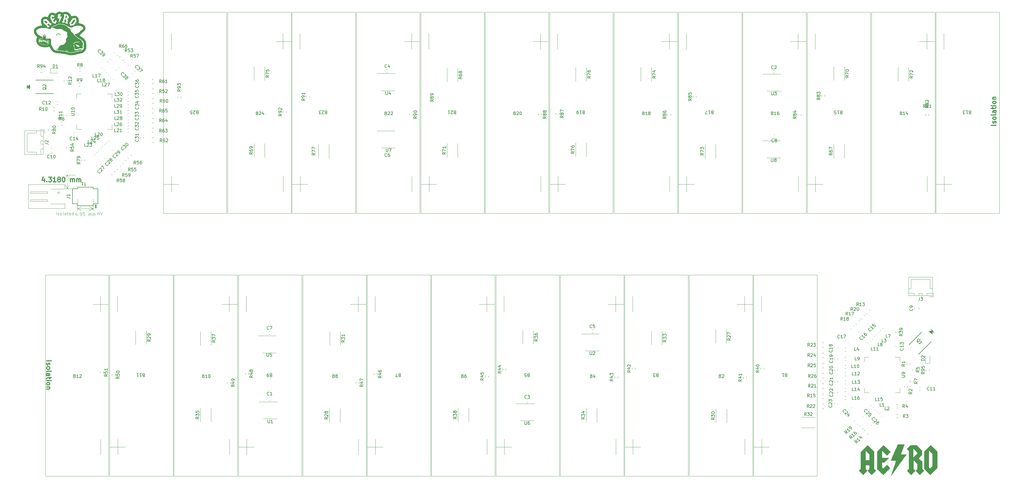
<source format=gbr>
%TF.GenerationSoftware,KiCad,Pcbnew,7.0.8*%
%TF.CreationDate,2023-12-06T14:39:46-05:00*%
%TF.ProjectId,BMS1,424d5331-2e6b-4696-9361-645f70636258,1*%
%TF.SameCoordinates,Original*%
%TF.FileFunction,Legend,Top*%
%TF.FilePolarity,Positive*%
%FSLAX46Y46*%
G04 Gerber Fmt 4.6, Leading zero omitted, Abs format (unit mm)*
G04 Created by KiCad (PCBNEW 7.0.8) date 2023-12-06 14:39:46*
%MOMM*%
%LPD*%
G01*
G04 APERTURE LIST*
%ADD10C,0.300000*%
%ADD11C,0.100000*%
%ADD12C,0.150000*%
%ADD13C,0.120000*%
%ADD14C,0.152400*%
%ADD15C,0.010000*%
G04 APERTURE END LIST*
D10*
X341292328Y-60022500D02*
X339792328Y-60022500D01*
X341220900Y-59379642D02*
X341292328Y-59236785D01*
X341292328Y-59236785D02*
X341292328Y-58951071D01*
X341292328Y-58951071D02*
X341220900Y-58808214D01*
X341220900Y-58808214D02*
X341078042Y-58736785D01*
X341078042Y-58736785D02*
X341006614Y-58736785D01*
X341006614Y-58736785D02*
X340863757Y-58808214D01*
X340863757Y-58808214D02*
X340792328Y-58951071D01*
X340792328Y-58951071D02*
X340792328Y-59165357D01*
X340792328Y-59165357D02*
X340720900Y-59308214D01*
X340720900Y-59308214D02*
X340578042Y-59379642D01*
X340578042Y-59379642D02*
X340506614Y-59379642D01*
X340506614Y-59379642D02*
X340363757Y-59308214D01*
X340363757Y-59308214D02*
X340292328Y-59165357D01*
X340292328Y-59165357D02*
X340292328Y-58951071D01*
X340292328Y-58951071D02*
X340363757Y-58808214D01*
X341292328Y-57879642D02*
X341220900Y-58022499D01*
X341220900Y-58022499D02*
X341149471Y-58093928D01*
X341149471Y-58093928D02*
X341006614Y-58165356D01*
X341006614Y-58165356D02*
X340578042Y-58165356D01*
X340578042Y-58165356D02*
X340435185Y-58093928D01*
X340435185Y-58093928D02*
X340363757Y-58022499D01*
X340363757Y-58022499D02*
X340292328Y-57879642D01*
X340292328Y-57879642D02*
X340292328Y-57665356D01*
X340292328Y-57665356D02*
X340363757Y-57522499D01*
X340363757Y-57522499D02*
X340435185Y-57451071D01*
X340435185Y-57451071D02*
X340578042Y-57379642D01*
X340578042Y-57379642D02*
X341006614Y-57379642D01*
X341006614Y-57379642D02*
X341149471Y-57451071D01*
X341149471Y-57451071D02*
X341220900Y-57522499D01*
X341220900Y-57522499D02*
X341292328Y-57665356D01*
X341292328Y-57665356D02*
X341292328Y-57879642D01*
X341292328Y-56522499D02*
X341220900Y-56665356D01*
X341220900Y-56665356D02*
X341078042Y-56736785D01*
X341078042Y-56736785D02*
X339792328Y-56736785D01*
X341292328Y-55308214D02*
X340506614Y-55308214D01*
X340506614Y-55308214D02*
X340363757Y-55379642D01*
X340363757Y-55379642D02*
X340292328Y-55522499D01*
X340292328Y-55522499D02*
X340292328Y-55808214D01*
X340292328Y-55808214D02*
X340363757Y-55951071D01*
X341220900Y-55308214D02*
X341292328Y-55451071D01*
X341292328Y-55451071D02*
X341292328Y-55808214D01*
X341292328Y-55808214D02*
X341220900Y-55951071D01*
X341220900Y-55951071D02*
X341078042Y-56022499D01*
X341078042Y-56022499D02*
X340935185Y-56022499D01*
X340935185Y-56022499D02*
X340792328Y-55951071D01*
X340792328Y-55951071D02*
X340720900Y-55808214D01*
X340720900Y-55808214D02*
X340720900Y-55451071D01*
X340720900Y-55451071D02*
X340649471Y-55308214D01*
X340292328Y-54808213D02*
X340292328Y-54236785D01*
X339792328Y-54593928D02*
X341078042Y-54593928D01*
X341078042Y-54593928D02*
X341220900Y-54522499D01*
X341220900Y-54522499D02*
X341292328Y-54379642D01*
X341292328Y-54379642D02*
X341292328Y-54236785D01*
X341292328Y-53736785D02*
X340292328Y-53736785D01*
X339792328Y-53736785D02*
X339863757Y-53808213D01*
X339863757Y-53808213D02*
X339935185Y-53736785D01*
X339935185Y-53736785D02*
X339863757Y-53665356D01*
X339863757Y-53665356D02*
X339792328Y-53736785D01*
X339792328Y-53736785D02*
X339935185Y-53736785D01*
X341292328Y-52808213D02*
X341220900Y-52951070D01*
X341220900Y-52951070D02*
X341149471Y-53022499D01*
X341149471Y-53022499D02*
X341006614Y-53093927D01*
X341006614Y-53093927D02*
X340578042Y-53093927D01*
X340578042Y-53093927D02*
X340435185Y-53022499D01*
X340435185Y-53022499D02*
X340363757Y-52951070D01*
X340363757Y-52951070D02*
X340292328Y-52808213D01*
X340292328Y-52808213D02*
X340292328Y-52593927D01*
X340292328Y-52593927D02*
X340363757Y-52451070D01*
X340363757Y-52451070D02*
X340435185Y-52379642D01*
X340435185Y-52379642D02*
X340578042Y-52308213D01*
X340578042Y-52308213D02*
X341006614Y-52308213D01*
X341006614Y-52308213D02*
X341149471Y-52379642D01*
X341149471Y-52379642D02*
X341220900Y-52451070D01*
X341220900Y-52451070D02*
X341292328Y-52593927D01*
X341292328Y-52593927D02*
X341292328Y-52808213D01*
X340292328Y-51665356D02*
X341292328Y-51665356D01*
X340435185Y-51665356D02*
X340363757Y-51593927D01*
X340363757Y-51593927D02*
X340292328Y-51451070D01*
X340292328Y-51451070D02*
X340292328Y-51236784D01*
X340292328Y-51236784D02*
X340363757Y-51093927D01*
X340363757Y-51093927D02*
X340506614Y-51022499D01*
X340506614Y-51022499D02*
X341292328Y-51022499D01*
X37597671Y-135507999D02*
X39097671Y-135507999D01*
X37669100Y-136150857D02*
X37597671Y-136293714D01*
X37597671Y-136293714D02*
X37597671Y-136579428D01*
X37597671Y-136579428D02*
X37669100Y-136722285D01*
X37669100Y-136722285D02*
X37811957Y-136793714D01*
X37811957Y-136793714D02*
X37883385Y-136793714D01*
X37883385Y-136793714D02*
X38026242Y-136722285D01*
X38026242Y-136722285D02*
X38097671Y-136579428D01*
X38097671Y-136579428D02*
X38097671Y-136365143D01*
X38097671Y-136365143D02*
X38169100Y-136222285D01*
X38169100Y-136222285D02*
X38311957Y-136150857D01*
X38311957Y-136150857D02*
X38383385Y-136150857D01*
X38383385Y-136150857D02*
X38526242Y-136222285D01*
X38526242Y-136222285D02*
X38597671Y-136365143D01*
X38597671Y-136365143D02*
X38597671Y-136579428D01*
X38597671Y-136579428D02*
X38526242Y-136722285D01*
X37597671Y-137650857D02*
X37669100Y-137508000D01*
X37669100Y-137508000D02*
X37740528Y-137436571D01*
X37740528Y-137436571D02*
X37883385Y-137365143D01*
X37883385Y-137365143D02*
X38311957Y-137365143D01*
X38311957Y-137365143D02*
X38454814Y-137436571D01*
X38454814Y-137436571D02*
X38526242Y-137508000D01*
X38526242Y-137508000D02*
X38597671Y-137650857D01*
X38597671Y-137650857D02*
X38597671Y-137865143D01*
X38597671Y-137865143D02*
X38526242Y-138008000D01*
X38526242Y-138008000D02*
X38454814Y-138079429D01*
X38454814Y-138079429D02*
X38311957Y-138150857D01*
X38311957Y-138150857D02*
X37883385Y-138150857D01*
X37883385Y-138150857D02*
X37740528Y-138079429D01*
X37740528Y-138079429D02*
X37669100Y-138008000D01*
X37669100Y-138008000D02*
X37597671Y-137865143D01*
X37597671Y-137865143D02*
X37597671Y-137650857D01*
X37597671Y-139008000D02*
X37669100Y-138865143D01*
X37669100Y-138865143D02*
X37811957Y-138793714D01*
X37811957Y-138793714D02*
X39097671Y-138793714D01*
X37597671Y-140222286D02*
X38383385Y-140222286D01*
X38383385Y-140222286D02*
X38526242Y-140150857D01*
X38526242Y-140150857D02*
X38597671Y-140008000D01*
X38597671Y-140008000D02*
X38597671Y-139722286D01*
X38597671Y-139722286D02*
X38526242Y-139579428D01*
X37669100Y-140222286D02*
X37597671Y-140079428D01*
X37597671Y-140079428D02*
X37597671Y-139722286D01*
X37597671Y-139722286D02*
X37669100Y-139579428D01*
X37669100Y-139579428D02*
X37811957Y-139508000D01*
X37811957Y-139508000D02*
X37954814Y-139508000D01*
X37954814Y-139508000D02*
X38097671Y-139579428D01*
X38097671Y-139579428D02*
X38169100Y-139722286D01*
X38169100Y-139722286D02*
X38169100Y-140079428D01*
X38169100Y-140079428D02*
X38240528Y-140222286D01*
X38597671Y-140722286D02*
X38597671Y-141293714D01*
X39097671Y-140936571D02*
X37811957Y-140936571D01*
X37811957Y-140936571D02*
X37669100Y-141008000D01*
X37669100Y-141008000D02*
X37597671Y-141150857D01*
X37597671Y-141150857D02*
X37597671Y-141293714D01*
X37597671Y-141793714D02*
X38597671Y-141793714D01*
X39097671Y-141793714D02*
X39026242Y-141722286D01*
X39026242Y-141722286D02*
X38954814Y-141793714D01*
X38954814Y-141793714D02*
X39026242Y-141865143D01*
X39026242Y-141865143D02*
X39097671Y-141793714D01*
X39097671Y-141793714D02*
X38954814Y-141793714D01*
X37597671Y-142722286D02*
X37669100Y-142579429D01*
X37669100Y-142579429D02*
X37740528Y-142508000D01*
X37740528Y-142508000D02*
X37883385Y-142436572D01*
X37883385Y-142436572D02*
X38311957Y-142436572D01*
X38311957Y-142436572D02*
X38454814Y-142508000D01*
X38454814Y-142508000D02*
X38526242Y-142579429D01*
X38526242Y-142579429D02*
X38597671Y-142722286D01*
X38597671Y-142722286D02*
X38597671Y-142936572D01*
X38597671Y-142936572D02*
X38526242Y-143079429D01*
X38526242Y-143079429D02*
X38454814Y-143150858D01*
X38454814Y-143150858D02*
X38311957Y-143222286D01*
X38311957Y-143222286D02*
X37883385Y-143222286D01*
X37883385Y-143222286D02*
X37740528Y-143150858D01*
X37740528Y-143150858D02*
X37669100Y-143079429D01*
X37669100Y-143079429D02*
X37597671Y-142936572D01*
X37597671Y-142936572D02*
X37597671Y-142722286D01*
X38597671Y-143865143D02*
X37597671Y-143865143D01*
X38454814Y-143865143D02*
X38526242Y-143936572D01*
X38526242Y-143936572D02*
X38597671Y-144079429D01*
X38597671Y-144079429D02*
X38597671Y-144293715D01*
X38597671Y-144293715D02*
X38526242Y-144436572D01*
X38526242Y-144436572D02*
X38383385Y-144508001D01*
X38383385Y-144508001D02*
X37597671Y-144508001D01*
X36877407Y-77148328D02*
X36877407Y-78148328D01*
X36520264Y-76576900D02*
X36163121Y-77648328D01*
X36163121Y-77648328D02*
X37091692Y-77648328D01*
X37663120Y-78005471D02*
X37734549Y-78076900D01*
X37734549Y-78076900D02*
X37663120Y-78148328D01*
X37663120Y-78148328D02*
X37591692Y-78076900D01*
X37591692Y-78076900D02*
X37663120Y-78005471D01*
X37663120Y-78005471D02*
X37663120Y-78148328D01*
X38234549Y-76648328D02*
X39163121Y-76648328D01*
X39163121Y-76648328D02*
X38663121Y-77219757D01*
X38663121Y-77219757D02*
X38877406Y-77219757D01*
X38877406Y-77219757D02*
X39020264Y-77291185D01*
X39020264Y-77291185D02*
X39091692Y-77362614D01*
X39091692Y-77362614D02*
X39163121Y-77505471D01*
X39163121Y-77505471D02*
X39163121Y-77862614D01*
X39163121Y-77862614D02*
X39091692Y-78005471D01*
X39091692Y-78005471D02*
X39020264Y-78076900D01*
X39020264Y-78076900D02*
X38877406Y-78148328D01*
X38877406Y-78148328D02*
X38448835Y-78148328D01*
X38448835Y-78148328D02*
X38305978Y-78076900D01*
X38305978Y-78076900D02*
X38234549Y-78005471D01*
X40591692Y-78148328D02*
X39734549Y-78148328D01*
X40163120Y-78148328D02*
X40163120Y-76648328D01*
X40163120Y-76648328D02*
X40020263Y-76862614D01*
X40020263Y-76862614D02*
X39877406Y-77005471D01*
X39877406Y-77005471D02*
X39734549Y-77076900D01*
X41448834Y-77291185D02*
X41305977Y-77219757D01*
X41305977Y-77219757D02*
X41234548Y-77148328D01*
X41234548Y-77148328D02*
X41163120Y-77005471D01*
X41163120Y-77005471D02*
X41163120Y-76934042D01*
X41163120Y-76934042D02*
X41234548Y-76791185D01*
X41234548Y-76791185D02*
X41305977Y-76719757D01*
X41305977Y-76719757D02*
X41448834Y-76648328D01*
X41448834Y-76648328D02*
X41734548Y-76648328D01*
X41734548Y-76648328D02*
X41877406Y-76719757D01*
X41877406Y-76719757D02*
X41948834Y-76791185D01*
X41948834Y-76791185D02*
X42020263Y-76934042D01*
X42020263Y-76934042D02*
X42020263Y-77005471D01*
X42020263Y-77005471D02*
X41948834Y-77148328D01*
X41948834Y-77148328D02*
X41877406Y-77219757D01*
X41877406Y-77219757D02*
X41734548Y-77291185D01*
X41734548Y-77291185D02*
X41448834Y-77291185D01*
X41448834Y-77291185D02*
X41305977Y-77362614D01*
X41305977Y-77362614D02*
X41234548Y-77434042D01*
X41234548Y-77434042D02*
X41163120Y-77576900D01*
X41163120Y-77576900D02*
X41163120Y-77862614D01*
X41163120Y-77862614D02*
X41234548Y-78005471D01*
X41234548Y-78005471D02*
X41305977Y-78076900D01*
X41305977Y-78076900D02*
X41448834Y-78148328D01*
X41448834Y-78148328D02*
X41734548Y-78148328D01*
X41734548Y-78148328D02*
X41877406Y-78076900D01*
X41877406Y-78076900D02*
X41948834Y-78005471D01*
X41948834Y-78005471D02*
X42020263Y-77862614D01*
X42020263Y-77862614D02*
X42020263Y-77576900D01*
X42020263Y-77576900D02*
X41948834Y-77434042D01*
X41948834Y-77434042D02*
X41877406Y-77362614D01*
X41877406Y-77362614D02*
X41734548Y-77291185D01*
X42948834Y-76648328D02*
X43091691Y-76648328D01*
X43091691Y-76648328D02*
X43234548Y-76719757D01*
X43234548Y-76719757D02*
X43305977Y-76791185D01*
X43305977Y-76791185D02*
X43377405Y-76934042D01*
X43377405Y-76934042D02*
X43448834Y-77219757D01*
X43448834Y-77219757D02*
X43448834Y-77576900D01*
X43448834Y-77576900D02*
X43377405Y-77862614D01*
X43377405Y-77862614D02*
X43305977Y-78005471D01*
X43305977Y-78005471D02*
X43234548Y-78076900D01*
X43234548Y-78076900D02*
X43091691Y-78148328D01*
X43091691Y-78148328D02*
X42948834Y-78148328D01*
X42948834Y-78148328D02*
X42805977Y-78076900D01*
X42805977Y-78076900D02*
X42734548Y-78005471D01*
X42734548Y-78005471D02*
X42663119Y-77862614D01*
X42663119Y-77862614D02*
X42591691Y-77576900D01*
X42591691Y-77576900D02*
X42591691Y-77219757D01*
X42591691Y-77219757D02*
X42663119Y-76934042D01*
X42663119Y-76934042D02*
X42734548Y-76791185D01*
X42734548Y-76791185D02*
X42805977Y-76719757D01*
X42805977Y-76719757D02*
X42948834Y-76648328D01*
X45234547Y-78148328D02*
X45234547Y-77148328D01*
X45234547Y-77291185D02*
X45305976Y-77219757D01*
X45305976Y-77219757D02*
X45448833Y-77148328D01*
X45448833Y-77148328D02*
X45663119Y-77148328D01*
X45663119Y-77148328D02*
X45805976Y-77219757D01*
X45805976Y-77219757D02*
X45877405Y-77362614D01*
X45877405Y-77362614D02*
X45877405Y-78148328D01*
X45877405Y-77362614D02*
X45948833Y-77219757D01*
X45948833Y-77219757D02*
X46091690Y-77148328D01*
X46091690Y-77148328D02*
X46305976Y-77148328D01*
X46305976Y-77148328D02*
X46448833Y-77219757D01*
X46448833Y-77219757D02*
X46520262Y-77362614D01*
X46520262Y-77362614D02*
X46520262Y-78148328D01*
X47234547Y-78148328D02*
X47234547Y-77148328D01*
X47234547Y-77291185D02*
X47305976Y-77219757D01*
X47305976Y-77219757D02*
X47448833Y-77148328D01*
X47448833Y-77148328D02*
X47663119Y-77148328D01*
X47663119Y-77148328D02*
X47805976Y-77219757D01*
X47805976Y-77219757D02*
X47877405Y-77362614D01*
X47877405Y-77362614D02*
X47877405Y-78148328D01*
X47877405Y-77362614D02*
X47948833Y-77219757D01*
X47948833Y-77219757D02*
X48091690Y-77148328D01*
X48091690Y-77148328D02*
X48305976Y-77148328D01*
X48305976Y-77148328D02*
X48448833Y-77219757D01*
X48448833Y-77219757D02*
X48520262Y-77362614D01*
X48520262Y-77362614D02*
X48520262Y-78148328D01*
D11*
X46744000Y-80264000D02*
X43590986Y-80264000D01*
X46744000Y-75946000D02*
X43590986Y-75946000D01*
X44177406Y-80264000D02*
X44177406Y-78574000D01*
X44177406Y-76366000D02*
X44177406Y-75946000D01*
X44177406Y-80264000D02*
X43590985Y-79137496D01*
X44177406Y-80264000D02*
X44763827Y-79137496D01*
X44177406Y-75946000D02*
X44763827Y-77072504D01*
X44177406Y-75946000D02*
X43590985Y-77072504D01*
D12*
X132932819Y-128912857D02*
X132456628Y-129246190D01*
X132932819Y-129484285D02*
X131932819Y-129484285D01*
X131932819Y-129484285D02*
X131932819Y-129103333D01*
X131932819Y-129103333D02*
X131980438Y-129008095D01*
X131980438Y-129008095D02*
X132028057Y-128960476D01*
X132028057Y-128960476D02*
X132123295Y-128912857D01*
X132123295Y-128912857D02*
X132266152Y-128912857D01*
X132266152Y-128912857D02*
X132361390Y-128960476D01*
X132361390Y-128960476D02*
X132409009Y-129008095D01*
X132409009Y-129008095D02*
X132456628Y-129103333D01*
X132456628Y-129103333D02*
X132456628Y-129484285D01*
X131932819Y-128579523D02*
X131932819Y-127960476D01*
X131932819Y-127960476D02*
X132313771Y-128293809D01*
X132313771Y-128293809D02*
X132313771Y-128150952D01*
X132313771Y-128150952D02*
X132361390Y-128055714D01*
X132361390Y-128055714D02*
X132409009Y-128008095D01*
X132409009Y-128008095D02*
X132504247Y-127960476D01*
X132504247Y-127960476D02*
X132742342Y-127960476D01*
X132742342Y-127960476D02*
X132837580Y-128008095D01*
X132837580Y-128008095D02*
X132885200Y-128055714D01*
X132885200Y-128055714D02*
X132932819Y-128150952D01*
X132932819Y-128150952D02*
X132932819Y-128436666D01*
X132932819Y-128436666D02*
X132885200Y-128531904D01*
X132885200Y-128531904D02*
X132837580Y-128579523D01*
X132932819Y-127008095D02*
X132932819Y-127579523D01*
X132932819Y-127293809D02*
X131932819Y-127293809D01*
X131932819Y-127293809D02*
X132075676Y-127389047D01*
X132075676Y-127389047D02*
X132170914Y-127484285D01*
X132170914Y-127484285D02*
X132218533Y-127579523D01*
X281669142Y-134113319D02*
X281335809Y-133637128D01*
X281097714Y-134113319D02*
X281097714Y-133113319D01*
X281097714Y-133113319D02*
X281478666Y-133113319D01*
X281478666Y-133113319D02*
X281573904Y-133160938D01*
X281573904Y-133160938D02*
X281621523Y-133208557D01*
X281621523Y-133208557D02*
X281669142Y-133303795D01*
X281669142Y-133303795D02*
X281669142Y-133446652D01*
X281669142Y-133446652D02*
X281621523Y-133541890D01*
X281621523Y-133541890D02*
X281573904Y-133589509D01*
X281573904Y-133589509D02*
X281478666Y-133637128D01*
X281478666Y-133637128D02*
X281097714Y-133637128D01*
X282050095Y-133208557D02*
X282097714Y-133160938D01*
X282097714Y-133160938D02*
X282192952Y-133113319D01*
X282192952Y-133113319D02*
X282431047Y-133113319D01*
X282431047Y-133113319D02*
X282526285Y-133160938D01*
X282526285Y-133160938D02*
X282573904Y-133208557D01*
X282573904Y-133208557D02*
X282621523Y-133303795D01*
X282621523Y-133303795D02*
X282621523Y-133399033D01*
X282621523Y-133399033D02*
X282573904Y-133541890D01*
X282573904Y-133541890D02*
X282002476Y-134113319D01*
X282002476Y-134113319D02*
X282621523Y-134113319D01*
X283478666Y-133446652D02*
X283478666Y-134113319D01*
X283240571Y-133065700D02*
X283002476Y-133779985D01*
X283002476Y-133779985D02*
X283621523Y-133779985D01*
X57296390Y-72536865D02*
X57296390Y-72604209D01*
X57296390Y-72604209D02*
X57229046Y-72738896D01*
X57229046Y-72738896D02*
X57161703Y-72806239D01*
X57161703Y-72806239D02*
X57027016Y-72873583D01*
X57027016Y-72873583D02*
X56892329Y-72873583D01*
X56892329Y-72873583D02*
X56791314Y-72839911D01*
X56791314Y-72839911D02*
X56622955Y-72738896D01*
X56622955Y-72738896D02*
X56521940Y-72637881D01*
X56521940Y-72637881D02*
X56420924Y-72469522D01*
X56420924Y-72469522D02*
X56387253Y-72368507D01*
X56387253Y-72368507D02*
X56387253Y-72233820D01*
X56387253Y-72233820D02*
X56454596Y-72099133D01*
X56454596Y-72099133D02*
X56521940Y-72031789D01*
X56521940Y-72031789D02*
X56656627Y-71964446D01*
X56656627Y-71964446D02*
X56723970Y-71964446D01*
X56993344Y-71695072D02*
X56993344Y-71627728D01*
X56993344Y-71627728D02*
X57027016Y-71526713D01*
X57027016Y-71526713D02*
X57195375Y-71358354D01*
X57195375Y-71358354D02*
X57296390Y-71324682D01*
X57296390Y-71324682D02*
X57363733Y-71324682D01*
X57363733Y-71324682D02*
X57464749Y-71358354D01*
X57464749Y-71358354D02*
X57532092Y-71425698D01*
X57532092Y-71425698D02*
X57599436Y-71560385D01*
X57599436Y-71560385D02*
X57599436Y-72368507D01*
X57599436Y-72368507D02*
X58037168Y-71930774D01*
X58037169Y-71122652D02*
X57936153Y-71156323D01*
X57936153Y-71156323D02*
X57868810Y-71156323D01*
X57868810Y-71156323D02*
X57767795Y-71122652D01*
X57767795Y-71122652D02*
X57734123Y-71088980D01*
X57734123Y-71088980D02*
X57700451Y-70987965D01*
X57700451Y-70987965D02*
X57700451Y-70920621D01*
X57700451Y-70920621D02*
X57734123Y-70819606D01*
X57734123Y-70819606D02*
X57868810Y-70684919D01*
X57868810Y-70684919D02*
X57969825Y-70651247D01*
X57969825Y-70651247D02*
X58037169Y-70651247D01*
X58037169Y-70651247D02*
X58138184Y-70684919D01*
X58138184Y-70684919D02*
X58171856Y-70718591D01*
X58171856Y-70718591D02*
X58205527Y-70819606D01*
X58205527Y-70819606D02*
X58205527Y-70886949D01*
X58205527Y-70886949D02*
X58171856Y-70987965D01*
X58171856Y-70987965D02*
X58037169Y-71122652D01*
X58037169Y-71122652D02*
X58003497Y-71223667D01*
X58003497Y-71223667D02*
X58003497Y-71291010D01*
X58003497Y-71291010D02*
X58037169Y-71392026D01*
X58037169Y-71392026D02*
X58171856Y-71526713D01*
X58171856Y-71526713D02*
X58272871Y-71560384D01*
X58272871Y-71560384D02*
X58340214Y-71560384D01*
X58340214Y-71560384D02*
X58441230Y-71526713D01*
X58441230Y-71526713D02*
X58575917Y-71392026D01*
X58575917Y-71392026D02*
X58609588Y-71291010D01*
X58609588Y-71291010D02*
X58609588Y-71223667D01*
X58609588Y-71223667D02*
X58575917Y-71122652D01*
X58575917Y-71122652D02*
X58441230Y-70987965D01*
X58441230Y-70987965D02*
X58340214Y-70954293D01*
X58340214Y-70954293D02*
X58272871Y-70954293D01*
X58272871Y-70954293D02*
X58171856Y-70987965D01*
X50217142Y-66838819D02*
X49740952Y-66838819D01*
X49740952Y-66838819D02*
X49740952Y-65838819D01*
X50502857Y-65934057D02*
X50550476Y-65886438D01*
X50550476Y-65886438D02*
X50645714Y-65838819D01*
X50645714Y-65838819D02*
X50883809Y-65838819D01*
X50883809Y-65838819D02*
X50979047Y-65886438D01*
X50979047Y-65886438D02*
X51026666Y-65934057D01*
X51026666Y-65934057D02*
X51074285Y-66029295D01*
X51074285Y-66029295D02*
X51074285Y-66124533D01*
X51074285Y-66124533D02*
X51026666Y-66267390D01*
X51026666Y-66267390D02*
X50455238Y-66838819D01*
X50455238Y-66838819D02*
X51074285Y-66838819D01*
X51407619Y-65838819D02*
X52026666Y-65838819D01*
X52026666Y-65838819D02*
X51693333Y-66219771D01*
X51693333Y-66219771D02*
X51836190Y-66219771D01*
X51836190Y-66219771D02*
X51931428Y-66267390D01*
X51931428Y-66267390D02*
X51979047Y-66315009D01*
X51979047Y-66315009D02*
X52026666Y-66410247D01*
X52026666Y-66410247D02*
X52026666Y-66648342D01*
X52026666Y-66648342D02*
X51979047Y-66743580D01*
X51979047Y-66743580D02*
X51931428Y-66791200D01*
X51931428Y-66791200D02*
X51836190Y-66838819D01*
X51836190Y-66838819D02*
X51550476Y-66838819D01*
X51550476Y-66838819D02*
X51455238Y-66791200D01*
X51455238Y-66791200D02*
X51407619Y-66743580D01*
X288987580Y-139070857D02*
X289035200Y-139118476D01*
X289035200Y-139118476D02*
X289082819Y-139261333D01*
X289082819Y-139261333D02*
X289082819Y-139356571D01*
X289082819Y-139356571D02*
X289035200Y-139499428D01*
X289035200Y-139499428D02*
X288939961Y-139594666D01*
X288939961Y-139594666D02*
X288844723Y-139642285D01*
X288844723Y-139642285D02*
X288654247Y-139689904D01*
X288654247Y-139689904D02*
X288511390Y-139689904D01*
X288511390Y-139689904D02*
X288320914Y-139642285D01*
X288320914Y-139642285D02*
X288225676Y-139594666D01*
X288225676Y-139594666D02*
X288130438Y-139499428D01*
X288130438Y-139499428D02*
X288082819Y-139356571D01*
X288082819Y-139356571D02*
X288082819Y-139261333D01*
X288082819Y-139261333D02*
X288130438Y-139118476D01*
X288130438Y-139118476D02*
X288178057Y-139070857D01*
X288178057Y-138689904D02*
X288130438Y-138642285D01*
X288130438Y-138642285D02*
X288082819Y-138547047D01*
X288082819Y-138547047D02*
X288082819Y-138308952D01*
X288082819Y-138308952D02*
X288130438Y-138213714D01*
X288130438Y-138213714D02*
X288178057Y-138166095D01*
X288178057Y-138166095D02*
X288273295Y-138118476D01*
X288273295Y-138118476D02*
X288368533Y-138118476D01*
X288368533Y-138118476D02*
X288511390Y-138166095D01*
X288511390Y-138166095D02*
X289082819Y-138737523D01*
X289082819Y-138737523D02*
X289082819Y-138118476D01*
X288082819Y-137499428D02*
X288082819Y-137404190D01*
X288082819Y-137404190D02*
X288130438Y-137308952D01*
X288130438Y-137308952D02*
X288178057Y-137261333D01*
X288178057Y-137261333D02*
X288273295Y-137213714D01*
X288273295Y-137213714D02*
X288463771Y-137166095D01*
X288463771Y-137166095D02*
X288701866Y-137166095D01*
X288701866Y-137166095D02*
X288892342Y-137213714D01*
X288892342Y-137213714D02*
X288987580Y-137261333D01*
X288987580Y-137261333D02*
X289035200Y-137308952D01*
X289035200Y-137308952D02*
X289082819Y-137404190D01*
X289082819Y-137404190D02*
X289082819Y-137499428D01*
X289082819Y-137499428D02*
X289035200Y-137594666D01*
X289035200Y-137594666D02*
X288987580Y-137642285D01*
X288987580Y-137642285D02*
X288892342Y-137689904D01*
X288892342Y-137689904D02*
X288701866Y-137737523D01*
X288701866Y-137737523D02*
X288463771Y-137737523D01*
X288463771Y-137737523D02*
X288273295Y-137689904D01*
X288273295Y-137689904D02*
X288178057Y-137642285D01*
X288178057Y-137642285D02*
X288130438Y-137594666D01*
X288130438Y-137594666D02*
X288082819Y-137499428D01*
X232880761Y-140076990D02*
X232737904Y-140029371D01*
X232737904Y-140029371D02*
X232690285Y-139981752D01*
X232690285Y-139981752D02*
X232642666Y-139886514D01*
X232642666Y-139886514D02*
X232642666Y-139743657D01*
X232642666Y-139743657D02*
X232690285Y-139648419D01*
X232690285Y-139648419D02*
X232737904Y-139600800D01*
X232737904Y-139600800D02*
X232833142Y-139553180D01*
X232833142Y-139553180D02*
X233214094Y-139553180D01*
X233214094Y-139553180D02*
X233214094Y-140553180D01*
X233214094Y-140553180D02*
X232880761Y-140553180D01*
X232880761Y-140553180D02*
X232785523Y-140505561D01*
X232785523Y-140505561D02*
X232737904Y-140457942D01*
X232737904Y-140457942D02*
X232690285Y-140362704D01*
X232690285Y-140362704D02*
X232690285Y-140267466D01*
X232690285Y-140267466D02*
X232737904Y-140172228D01*
X232737904Y-140172228D02*
X232785523Y-140124609D01*
X232785523Y-140124609D02*
X232880761Y-140076990D01*
X232880761Y-140076990D02*
X233214094Y-140076990D01*
X232309332Y-140553180D02*
X231690285Y-140553180D01*
X231690285Y-140553180D02*
X232023618Y-140172228D01*
X232023618Y-140172228D02*
X231880761Y-140172228D01*
X231880761Y-140172228D02*
X231785523Y-140124609D01*
X231785523Y-140124609D02*
X231737904Y-140076990D01*
X231737904Y-140076990D02*
X231690285Y-139981752D01*
X231690285Y-139981752D02*
X231690285Y-139743657D01*
X231690285Y-139743657D02*
X231737904Y-139648419D01*
X231737904Y-139648419D02*
X231785523Y-139600800D01*
X231785523Y-139600800D02*
X231880761Y-139553180D01*
X231880761Y-139553180D02*
X232166475Y-139553180D01*
X232166475Y-139553180D02*
X232261713Y-139600800D01*
X232261713Y-139600800D02*
X232309332Y-139648419D01*
X108034095Y-133056819D02*
X108034095Y-133866342D01*
X108034095Y-133866342D02*
X108081714Y-133961580D01*
X108081714Y-133961580D02*
X108129333Y-134009200D01*
X108129333Y-134009200D02*
X108224571Y-134056819D01*
X108224571Y-134056819D02*
X108415047Y-134056819D01*
X108415047Y-134056819D02*
X108510285Y-134009200D01*
X108510285Y-134009200D02*
X108557904Y-133961580D01*
X108557904Y-133961580D02*
X108605523Y-133866342D01*
X108605523Y-133866342D02*
X108605523Y-133056819D01*
X109557904Y-133056819D02*
X109081714Y-133056819D01*
X109081714Y-133056819D02*
X109034095Y-133533009D01*
X109034095Y-133533009D02*
X109081714Y-133485390D01*
X109081714Y-133485390D02*
X109176952Y-133437771D01*
X109176952Y-133437771D02*
X109415047Y-133437771D01*
X109415047Y-133437771D02*
X109510285Y-133485390D01*
X109510285Y-133485390D02*
X109557904Y-133533009D01*
X109557904Y-133533009D02*
X109605523Y-133628247D01*
X109605523Y-133628247D02*
X109605523Y-133866342D01*
X109605523Y-133866342D02*
X109557904Y-133961580D01*
X109557904Y-133961580D02*
X109510285Y-134009200D01*
X109510285Y-134009200D02*
X109415047Y-134056819D01*
X109415047Y-134056819D02*
X109176952Y-134056819D01*
X109176952Y-134056819D02*
X109081714Y-134009200D01*
X109081714Y-134009200D02*
X109034095Y-133961580D01*
X51357143Y-65698818D02*
X50880953Y-65698818D01*
X50880953Y-65698818D02*
X50880953Y-64698818D01*
X51642858Y-64794056D02*
X51690477Y-64746437D01*
X51690477Y-64746437D02*
X51785715Y-64698818D01*
X51785715Y-64698818D02*
X52023810Y-64698818D01*
X52023810Y-64698818D02*
X52119048Y-64746437D01*
X52119048Y-64746437D02*
X52166667Y-64794056D01*
X52166667Y-64794056D02*
X52214286Y-64889294D01*
X52214286Y-64889294D02*
X52214286Y-64984532D01*
X52214286Y-64984532D02*
X52166667Y-65127389D01*
X52166667Y-65127389D02*
X51595239Y-65698818D01*
X51595239Y-65698818D02*
X52214286Y-65698818D01*
X53071429Y-65032151D02*
X53071429Y-65698818D01*
X52833334Y-64651199D02*
X52595239Y-65365484D01*
X52595239Y-65365484D02*
X53214286Y-65365484D01*
X253091238Y-140339008D02*
X253234095Y-140386627D01*
X253234095Y-140386627D02*
X253281714Y-140434246D01*
X253281714Y-140434246D02*
X253329333Y-140529484D01*
X253329333Y-140529484D02*
X253329333Y-140672341D01*
X253329333Y-140672341D02*
X253281714Y-140767579D01*
X253281714Y-140767579D02*
X253234095Y-140815199D01*
X253234095Y-140815199D02*
X253138857Y-140862818D01*
X253138857Y-140862818D02*
X252757905Y-140862818D01*
X252757905Y-140862818D02*
X252757905Y-139862818D01*
X252757905Y-139862818D02*
X253091238Y-139862818D01*
X253091238Y-139862818D02*
X253186476Y-139910437D01*
X253186476Y-139910437D02*
X253234095Y-139958056D01*
X253234095Y-139958056D02*
X253281714Y-140053294D01*
X253281714Y-140053294D02*
X253281714Y-140148532D01*
X253281714Y-140148532D02*
X253234095Y-140243770D01*
X253234095Y-140243770D02*
X253186476Y-140291389D01*
X253186476Y-140291389D02*
X253091238Y-140339008D01*
X253091238Y-140339008D02*
X252757905Y-140339008D01*
X253710286Y-139958056D02*
X253757905Y-139910437D01*
X253757905Y-139910437D02*
X253853143Y-139862818D01*
X253853143Y-139862818D02*
X254091238Y-139862818D01*
X254091238Y-139862818D02*
X254186476Y-139910437D01*
X254186476Y-139910437D02*
X254234095Y-139958056D01*
X254234095Y-139958056D02*
X254281714Y-140053294D01*
X254281714Y-140053294D02*
X254281714Y-140148532D01*
X254281714Y-140148532D02*
X254234095Y-140291389D01*
X254234095Y-140291389D02*
X253662667Y-140862818D01*
X253662667Y-140862818D02*
X254281714Y-140862818D01*
X62401551Y-67576439D02*
X62401551Y-67643783D01*
X62401551Y-67643783D02*
X62334207Y-67778470D01*
X62334207Y-67778470D02*
X62266864Y-67845813D01*
X62266864Y-67845813D02*
X62132177Y-67913157D01*
X62132177Y-67913157D02*
X61997490Y-67913157D01*
X61997490Y-67913157D02*
X61896475Y-67879485D01*
X61896475Y-67879485D02*
X61728116Y-67778470D01*
X61728116Y-67778470D02*
X61627101Y-67677455D01*
X61627101Y-67677455D02*
X61526085Y-67509096D01*
X61526085Y-67509096D02*
X61492414Y-67408081D01*
X61492414Y-67408081D02*
X61492414Y-67273394D01*
X61492414Y-67273394D02*
X61559757Y-67138707D01*
X61559757Y-67138707D02*
X61627101Y-67071363D01*
X61627101Y-67071363D02*
X61761788Y-67004020D01*
X61761788Y-67004020D02*
X61829131Y-67004020D01*
X61997490Y-66700974D02*
X62435223Y-66263241D01*
X62435223Y-66263241D02*
X62468894Y-66768317D01*
X62468894Y-66768317D02*
X62569910Y-66667302D01*
X62569910Y-66667302D02*
X62670925Y-66633630D01*
X62670925Y-66633630D02*
X62738268Y-66633630D01*
X62738268Y-66633630D02*
X62839284Y-66667302D01*
X62839284Y-66667302D02*
X63007642Y-66835661D01*
X63007642Y-66835661D02*
X63041314Y-66936676D01*
X63041314Y-66936676D02*
X63041314Y-67004020D01*
X63041314Y-67004020D02*
X63007642Y-67105035D01*
X63007642Y-67105035D02*
X62805612Y-67307065D01*
X62805612Y-67307065D02*
X62704597Y-67340737D01*
X62704597Y-67340737D02*
X62637253Y-67340737D01*
X62872956Y-65825508D02*
X62940299Y-65758165D01*
X62940299Y-65758165D02*
X63041314Y-65724493D01*
X63041314Y-65724493D02*
X63108658Y-65724493D01*
X63108658Y-65724493D02*
X63209673Y-65758165D01*
X63209673Y-65758165D02*
X63378032Y-65859180D01*
X63378032Y-65859180D02*
X63546391Y-66027539D01*
X63546391Y-66027539D02*
X63647406Y-66195897D01*
X63647406Y-66195897D02*
X63681078Y-66296913D01*
X63681078Y-66296913D02*
X63681078Y-66364256D01*
X63681078Y-66364256D02*
X63647406Y-66465271D01*
X63647406Y-66465271D02*
X63580062Y-66532615D01*
X63580062Y-66532615D02*
X63479047Y-66566287D01*
X63479047Y-66566287D02*
X63411704Y-66566287D01*
X63411704Y-66566287D02*
X63310688Y-66532615D01*
X63310688Y-66532615D02*
X63142330Y-66431600D01*
X63142330Y-66431600D02*
X62973971Y-66263241D01*
X62973971Y-66263241D02*
X62872956Y-66094882D01*
X62872956Y-66094882D02*
X62839284Y-65993867D01*
X62839284Y-65993867D02*
X62839284Y-65926523D01*
X62839284Y-65926523D02*
X62872956Y-65825508D01*
X61755389Y-44011913D02*
X61688045Y-44011913D01*
X61688045Y-44011913D02*
X61553358Y-43944569D01*
X61553358Y-43944569D02*
X61486015Y-43877226D01*
X61486015Y-43877226D02*
X61418671Y-43742539D01*
X61418671Y-43742539D02*
X61418671Y-43607852D01*
X61418671Y-43607852D02*
X61452343Y-43506837D01*
X61452343Y-43506837D02*
X61553358Y-43338478D01*
X61553358Y-43338478D02*
X61654373Y-43237463D01*
X61654373Y-43237463D02*
X61822732Y-43136447D01*
X61822732Y-43136447D02*
X61923747Y-43102776D01*
X61923747Y-43102776D02*
X62058434Y-43102776D01*
X62058434Y-43102776D02*
X62193121Y-43170119D01*
X62193121Y-43170119D02*
X62260465Y-43237463D01*
X62260465Y-43237463D02*
X62327808Y-43372150D01*
X62327808Y-43372150D02*
X62327808Y-43439493D01*
X62630854Y-43607852D02*
X63068587Y-44045585D01*
X63068587Y-44045585D02*
X62563511Y-44079256D01*
X62563511Y-44079256D02*
X62664526Y-44180272D01*
X62664526Y-44180272D02*
X62698198Y-44281287D01*
X62698198Y-44281287D02*
X62698198Y-44348630D01*
X62698198Y-44348630D02*
X62664526Y-44449646D01*
X62664526Y-44449646D02*
X62496167Y-44618004D01*
X62496167Y-44618004D02*
X62395152Y-44651676D01*
X62395152Y-44651676D02*
X62327808Y-44651676D01*
X62327808Y-44651676D02*
X62226793Y-44618004D01*
X62226793Y-44618004D02*
X62024763Y-44415974D01*
X62024763Y-44415974D02*
X61991091Y-44314959D01*
X61991091Y-44314959D02*
X61991091Y-44247615D01*
X63169602Y-44752692D02*
X63135931Y-44651676D01*
X63135931Y-44651676D02*
X63135931Y-44584333D01*
X63135931Y-44584333D02*
X63169602Y-44483318D01*
X63169602Y-44483318D02*
X63203274Y-44449646D01*
X63203274Y-44449646D02*
X63304289Y-44415974D01*
X63304289Y-44415974D02*
X63371633Y-44415974D01*
X63371633Y-44415974D02*
X63472648Y-44449646D01*
X63472648Y-44449646D02*
X63607335Y-44584333D01*
X63607335Y-44584333D02*
X63641007Y-44685348D01*
X63641007Y-44685348D02*
X63641007Y-44752692D01*
X63641007Y-44752692D02*
X63607335Y-44853707D01*
X63607335Y-44853707D02*
X63573663Y-44887379D01*
X63573663Y-44887379D02*
X63472648Y-44921050D01*
X63472648Y-44921050D02*
X63405305Y-44921050D01*
X63405305Y-44921050D02*
X63304289Y-44887379D01*
X63304289Y-44887379D02*
X63169602Y-44752692D01*
X63169602Y-44752692D02*
X63068587Y-44719020D01*
X63068587Y-44719020D02*
X63001244Y-44719020D01*
X63001244Y-44719020D02*
X62900228Y-44752692D01*
X62900228Y-44752692D02*
X62765541Y-44887379D01*
X62765541Y-44887379D02*
X62731870Y-44988394D01*
X62731870Y-44988394D02*
X62731870Y-45055737D01*
X62731870Y-45055737D02*
X62765541Y-45156753D01*
X62765541Y-45156753D02*
X62900228Y-45291440D01*
X62900228Y-45291440D02*
X63001244Y-45325111D01*
X63001244Y-45325111D02*
X63068587Y-45325111D01*
X63068587Y-45325111D02*
X63169602Y-45291440D01*
X63169602Y-45291440D02*
X63304289Y-45156753D01*
X63304289Y-45156753D02*
X63337961Y-45055737D01*
X63337961Y-45055737D02*
X63337961Y-44988394D01*
X63337961Y-44988394D02*
X63304289Y-44887379D01*
X108768938Y-146380765D02*
X108721319Y-146428385D01*
X108721319Y-146428385D02*
X108578462Y-146476004D01*
X108578462Y-146476004D02*
X108483224Y-146476004D01*
X108483224Y-146476004D02*
X108340367Y-146428385D01*
X108340367Y-146428385D02*
X108245129Y-146333146D01*
X108245129Y-146333146D02*
X108197510Y-146237908D01*
X108197510Y-146237908D02*
X108149891Y-146047432D01*
X108149891Y-146047432D02*
X108149891Y-145904575D01*
X108149891Y-145904575D02*
X108197510Y-145714099D01*
X108197510Y-145714099D02*
X108245129Y-145618861D01*
X108245129Y-145618861D02*
X108340367Y-145523623D01*
X108340367Y-145523623D02*
X108483224Y-145476004D01*
X108483224Y-145476004D02*
X108578462Y-145476004D01*
X108578462Y-145476004D02*
X108721319Y-145523623D01*
X108721319Y-145523623D02*
X108768938Y-145571242D01*
X109721319Y-146476004D02*
X109149891Y-146476004D01*
X109435605Y-146476004D02*
X109435605Y-145476004D01*
X109435605Y-145476004D02*
X109340367Y-145618861D01*
X109340367Y-145618861D02*
X109245129Y-145714099D01*
X109245129Y-145714099D02*
X109149891Y-145761718D01*
X270189833Y-65289580D02*
X270142214Y-65337200D01*
X270142214Y-65337200D02*
X269999357Y-65384819D01*
X269999357Y-65384819D02*
X269904119Y-65384819D01*
X269904119Y-65384819D02*
X269761262Y-65337200D01*
X269761262Y-65337200D02*
X269666024Y-65241961D01*
X269666024Y-65241961D02*
X269618405Y-65146723D01*
X269618405Y-65146723D02*
X269570786Y-64956247D01*
X269570786Y-64956247D02*
X269570786Y-64813390D01*
X269570786Y-64813390D02*
X269618405Y-64622914D01*
X269618405Y-64622914D02*
X269666024Y-64527676D01*
X269666024Y-64527676D02*
X269761262Y-64432438D01*
X269761262Y-64432438D02*
X269904119Y-64384819D01*
X269904119Y-64384819D02*
X269999357Y-64384819D01*
X269999357Y-64384819D02*
X270142214Y-64432438D01*
X270142214Y-64432438D02*
X270189833Y-64480057D01*
X270761262Y-64813390D02*
X270666024Y-64765771D01*
X270666024Y-64765771D02*
X270618405Y-64718152D01*
X270618405Y-64718152D02*
X270570786Y-64622914D01*
X270570786Y-64622914D02*
X270570786Y-64575295D01*
X270570786Y-64575295D02*
X270618405Y-64480057D01*
X270618405Y-64480057D02*
X270666024Y-64432438D01*
X270666024Y-64432438D02*
X270761262Y-64384819D01*
X270761262Y-64384819D02*
X270951738Y-64384819D01*
X270951738Y-64384819D02*
X271046976Y-64432438D01*
X271046976Y-64432438D02*
X271094595Y-64480057D01*
X271094595Y-64480057D02*
X271142214Y-64575295D01*
X271142214Y-64575295D02*
X271142214Y-64622914D01*
X271142214Y-64622914D02*
X271094595Y-64718152D01*
X271094595Y-64718152D02*
X271046976Y-64765771D01*
X271046976Y-64765771D02*
X270951738Y-64813390D01*
X270951738Y-64813390D02*
X270761262Y-64813390D01*
X270761262Y-64813390D02*
X270666024Y-64861009D01*
X270666024Y-64861009D02*
X270618405Y-64908628D01*
X270618405Y-64908628D02*
X270570786Y-65003866D01*
X270570786Y-65003866D02*
X270570786Y-65194342D01*
X270570786Y-65194342D02*
X270618405Y-65289580D01*
X270618405Y-65289580D02*
X270666024Y-65337200D01*
X270666024Y-65337200D02*
X270761262Y-65384819D01*
X270761262Y-65384819D02*
X270951738Y-65384819D01*
X270951738Y-65384819D02*
X271046976Y-65337200D01*
X271046976Y-65337200D02*
X271094595Y-65289580D01*
X271094595Y-65289580D02*
X271142214Y-65194342D01*
X271142214Y-65194342D02*
X271142214Y-65003866D01*
X271142214Y-65003866D02*
X271094595Y-64908628D01*
X271094595Y-64908628D02*
X271046976Y-64861009D01*
X271046976Y-64861009D02*
X270951738Y-64813390D01*
X270089332Y-41865080D02*
X270041713Y-41912700D01*
X270041713Y-41912700D02*
X269898856Y-41960319D01*
X269898856Y-41960319D02*
X269803618Y-41960319D01*
X269803618Y-41960319D02*
X269660761Y-41912700D01*
X269660761Y-41912700D02*
X269565523Y-41817461D01*
X269565523Y-41817461D02*
X269517904Y-41722223D01*
X269517904Y-41722223D02*
X269470285Y-41531747D01*
X269470285Y-41531747D02*
X269470285Y-41388890D01*
X269470285Y-41388890D02*
X269517904Y-41198414D01*
X269517904Y-41198414D02*
X269565523Y-41103176D01*
X269565523Y-41103176D02*
X269660761Y-41007938D01*
X269660761Y-41007938D02*
X269803618Y-40960319D01*
X269803618Y-40960319D02*
X269898856Y-40960319D01*
X269898856Y-40960319D02*
X270041713Y-41007938D01*
X270041713Y-41007938D02*
X270089332Y-41055557D01*
X270470285Y-41055557D02*
X270517904Y-41007938D01*
X270517904Y-41007938D02*
X270613142Y-40960319D01*
X270613142Y-40960319D02*
X270851237Y-40960319D01*
X270851237Y-40960319D02*
X270946475Y-41007938D01*
X270946475Y-41007938D02*
X270994094Y-41055557D01*
X270994094Y-41055557D02*
X271041713Y-41150795D01*
X271041713Y-41150795D02*
X271041713Y-41246033D01*
X271041713Y-41246033D02*
X270994094Y-41388890D01*
X270994094Y-41388890D02*
X270422666Y-41960319D01*
X270422666Y-41960319D02*
X271041713Y-41960319D01*
X211871238Y-140339009D02*
X212014095Y-140386628D01*
X212014095Y-140386628D02*
X212061714Y-140434247D01*
X212061714Y-140434247D02*
X212109333Y-140529485D01*
X212109333Y-140529485D02*
X212109333Y-140672342D01*
X212109333Y-140672342D02*
X212061714Y-140767580D01*
X212061714Y-140767580D02*
X212014095Y-140815200D01*
X212014095Y-140815200D02*
X211918857Y-140862819D01*
X211918857Y-140862819D02*
X211537905Y-140862819D01*
X211537905Y-140862819D02*
X211537905Y-139862819D01*
X211537905Y-139862819D02*
X211871238Y-139862819D01*
X211871238Y-139862819D02*
X211966476Y-139910438D01*
X211966476Y-139910438D02*
X212014095Y-139958057D01*
X212014095Y-139958057D02*
X212061714Y-140053295D01*
X212061714Y-140053295D02*
X212061714Y-140148533D01*
X212061714Y-140148533D02*
X212014095Y-140243771D01*
X212014095Y-140243771D02*
X211966476Y-140291390D01*
X211966476Y-140291390D02*
X211871238Y-140339009D01*
X211871238Y-140339009D02*
X211537905Y-140339009D01*
X212966476Y-140196152D02*
X212966476Y-140862819D01*
X212728381Y-139815200D02*
X212490286Y-140529485D01*
X212490286Y-140529485D02*
X213109333Y-140529485D01*
X177396819Y-141104857D02*
X176920628Y-141438190D01*
X177396819Y-141676285D02*
X176396819Y-141676285D01*
X176396819Y-141676285D02*
X176396819Y-141295333D01*
X176396819Y-141295333D02*
X176444438Y-141200095D01*
X176444438Y-141200095D02*
X176492057Y-141152476D01*
X176492057Y-141152476D02*
X176587295Y-141104857D01*
X176587295Y-141104857D02*
X176730152Y-141104857D01*
X176730152Y-141104857D02*
X176825390Y-141152476D01*
X176825390Y-141152476D02*
X176873009Y-141200095D01*
X176873009Y-141200095D02*
X176920628Y-141295333D01*
X176920628Y-141295333D02*
X176920628Y-141676285D01*
X176730152Y-140247714D02*
X177396819Y-140247714D01*
X176349200Y-140485809D02*
X177063485Y-140723904D01*
X177063485Y-140723904D02*
X177063485Y-140104857D01*
X176396819Y-139247714D02*
X176396819Y-139723904D01*
X176396819Y-139723904D02*
X176873009Y-139771523D01*
X176873009Y-139771523D02*
X176825390Y-139723904D01*
X176825390Y-139723904D02*
X176777771Y-139628666D01*
X176777771Y-139628666D02*
X176777771Y-139390571D01*
X176777771Y-139390571D02*
X176825390Y-139295333D01*
X176825390Y-139295333D02*
X176873009Y-139247714D01*
X176873009Y-139247714D02*
X176968247Y-139200095D01*
X176968247Y-139200095D02*
X177206342Y-139200095D01*
X177206342Y-139200095D02*
X177301580Y-139247714D01*
X177301580Y-139247714D02*
X177349200Y-139295333D01*
X177349200Y-139295333D02*
X177396819Y-139390571D01*
X177396819Y-139390571D02*
X177396819Y-139628666D01*
X177396819Y-139628666D02*
X177349200Y-139723904D01*
X177349200Y-139723904D02*
X177301580Y-139771523D01*
X269763047Y-56163509D02*
X269905904Y-56211128D01*
X269905904Y-56211128D02*
X269953523Y-56258747D01*
X269953523Y-56258747D02*
X270001142Y-56353985D01*
X270001142Y-56353985D02*
X270001142Y-56496842D01*
X270001142Y-56496842D02*
X269953523Y-56592080D01*
X269953523Y-56592080D02*
X269905904Y-56639700D01*
X269905904Y-56639700D02*
X269810666Y-56687319D01*
X269810666Y-56687319D02*
X269429714Y-56687319D01*
X269429714Y-56687319D02*
X269429714Y-55687319D01*
X269429714Y-55687319D02*
X269763047Y-55687319D01*
X269763047Y-55687319D02*
X269858285Y-55734938D01*
X269858285Y-55734938D02*
X269905904Y-55782557D01*
X269905904Y-55782557D02*
X269953523Y-55877795D01*
X269953523Y-55877795D02*
X269953523Y-55973033D01*
X269953523Y-55973033D02*
X269905904Y-56068271D01*
X269905904Y-56068271D02*
X269858285Y-56115890D01*
X269858285Y-56115890D02*
X269763047Y-56163509D01*
X269763047Y-56163509D02*
X269429714Y-56163509D01*
X270953523Y-56687319D02*
X270382095Y-56687319D01*
X270667809Y-56687319D02*
X270667809Y-55687319D01*
X270667809Y-55687319D02*
X270572571Y-55830176D01*
X270572571Y-55830176D02*
X270477333Y-55925414D01*
X270477333Y-55925414D02*
X270382095Y-55973033D01*
X271810666Y-55687319D02*
X271620190Y-55687319D01*
X271620190Y-55687319D02*
X271524952Y-55734938D01*
X271524952Y-55734938D02*
X271477333Y-55782557D01*
X271477333Y-55782557D02*
X271382095Y-55925414D01*
X271382095Y-55925414D02*
X271334476Y-56115890D01*
X271334476Y-56115890D02*
X271334476Y-56496842D01*
X271334476Y-56496842D02*
X271382095Y-56592080D01*
X271382095Y-56592080D02*
X271429714Y-56639700D01*
X271429714Y-56639700D02*
X271524952Y-56687319D01*
X271524952Y-56687319D02*
X271715428Y-56687319D01*
X271715428Y-56687319D02*
X271810666Y-56639700D01*
X271810666Y-56639700D02*
X271858285Y-56592080D01*
X271858285Y-56592080D02*
X271905904Y-56496842D01*
X271905904Y-56496842D02*
X271905904Y-56258747D01*
X271905904Y-56258747D02*
X271858285Y-56163509D01*
X271858285Y-56163509D02*
X271810666Y-56115890D01*
X271810666Y-56115890D02*
X271715428Y-56068271D01*
X271715428Y-56068271D02*
X271524952Y-56068271D01*
X271524952Y-56068271D02*
X271429714Y-56115890D01*
X271429714Y-56115890D02*
X271382095Y-56163509D01*
X271382095Y-56163509D02*
X271334476Y-56258747D01*
X57066819Y-139834857D02*
X56590628Y-140168190D01*
X57066819Y-140406285D02*
X56066819Y-140406285D01*
X56066819Y-140406285D02*
X56066819Y-140025333D01*
X56066819Y-140025333D02*
X56114438Y-139930095D01*
X56114438Y-139930095D02*
X56162057Y-139882476D01*
X56162057Y-139882476D02*
X56257295Y-139834857D01*
X56257295Y-139834857D02*
X56400152Y-139834857D01*
X56400152Y-139834857D02*
X56495390Y-139882476D01*
X56495390Y-139882476D02*
X56543009Y-139930095D01*
X56543009Y-139930095D02*
X56590628Y-140025333D01*
X56590628Y-140025333D02*
X56590628Y-140406285D01*
X56066819Y-138930095D02*
X56066819Y-139406285D01*
X56066819Y-139406285D02*
X56543009Y-139453904D01*
X56543009Y-139453904D02*
X56495390Y-139406285D01*
X56495390Y-139406285D02*
X56447771Y-139311047D01*
X56447771Y-139311047D02*
X56447771Y-139072952D01*
X56447771Y-139072952D02*
X56495390Y-138977714D01*
X56495390Y-138977714D02*
X56543009Y-138930095D01*
X56543009Y-138930095D02*
X56638247Y-138882476D01*
X56638247Y-138882476D02*
X56876342Y-138882476D01*
X56876342Y-138882476D02*
X56971580Y-138930095D01*
X56971580Y-138930095D02*
X57019200Y-138977714D01*
X57019200Y-138977714D02*
X57066819Y-139072952D01*
X57066819Y-139072952D02*
X57066819Y-139311047D01*
X57066819Y-139311047D02*
X57019200Y-139406285D01*
X57019200Y-139406285D02*
X56971580Y-139453904D01*
X57066819Y-137930095D02*
X57066819Y-138501523D01*
X57066819Y-138215809D02*
X56066819Y-138215809D01*
X56066819Y-138215809D02*
X56209676Y-138311047D01*
X56209676Y-138311047D02*
X56304914Y-138406285D01*
X56304914Y-138406285D02*
X56352533Y-138501523D01*
X291724952Y-55901490D02*
X291582095Y-55853871D01*
X291582095Y-55853871D02*
X291534476Y-55806252D01*
X291534476Y-55806252D02*
X291486857Y-55711014D01*
X291486857Y-55711014D02*
X291486857Y-55568157D01*
X291486857Y-55568157D02*
X291534476Y-55472919D01*
X291534476Y-55472919D02*
X291582095Y-55425300D01*
X291582095Y-55425300D02*
X291677333Y-55377680D01*
X291677333Y-55377680D02*
X292058285Y-55377680D01*
X292058285Y-55377680D02*
X292058285Y-56377680D01*
X292058285Y-56377680D02*
X291724952Y-56377680D01*
X291724952Y-56377680D02*
X291629714Y-56330061D01*
X291629714Y-56330061D02*
X291582095Y-56282442D01*
X291582095Y-56282442D02*
X291534476Y-56187204D01*
X291534476Y-56187204D02*
X291534476Y-56091966D01*
X291534476Y-56091966D02*
X291582095Y-55996728D01*
X291582095Y-55996728D02*
X291629714Y-55949109D01*
X291629714Y-55949109D02*
X291724952Y-55901490D01*
X291724952Y-55901490D02*
X292058285Y-55901490D01*
X290534476Y-55377680D02*
X291105904Y-55377680D01*
X290820190Y-55377680D02*
X290820190Y-56377680D01*
X290820190Y-56377680D02*
X290915428Y-56234823D01*
X290915428Y-56234823D02*
X291010666Y-56139585D01*
X291010666Y-56139585D02*
X291105904Y-56091966D01*
X289629714Y-56377680D02*
X290105904Y-56377680D01*
X290105904Y-56377680D02*
X290153523Y-55901490D01*
X290153523Y-55901490D02*
X290105904Y-55949109D01*
X290105904Y-55949109D02*
X290010666Y-55996728D01*
X290010666Y-55996728D02*
X289772571Y-55996728D01*
X289772571Y-55996728D02*
X289677333Y-55949109D01*
X289677333Y-55949109D02*
X289629714Y-55901490D01*
X289629714Y-55901490D02*
X289582095Y-55806252D01*
X289582095Y-55806252D02*
X289582095Y-55568157D01*
X289582095Y-55568157D02*
X289629714Y-55472919D01*
X289629714Y-55472919D02*
X289677333Y-55425300D01*
X289677333Y-55425300D02*
X289772571Y-55377680D01*
X289772571Y-55377680D02*
X290010666Y-55377680D01*
X290010666Y-55377680D02*
X290105904Y-55425300D01*
X290105904Y-55425300D02*
X290153523Y-55472919D01*
X312086833Y-150441819D02*
X311753500Y-149965628D01*
X311515405Y-150441819D02*
X311515405Y-149441819D01*
X311515405Y-149441819D02*
X311896357Y-149441819D01*
X311896357Y-149441819D02*
X311991595Y-149489438D01*
X311991595Y-149489438D02*
X312039214Y-149537057D01*
X312039214Y-149537057D02*
X312086833Y-149632295D01*
X312086833Y-149632295D02*
X312086833Y-149775152D01*
X312086833Y-149775152D02*
X312039214Y-149870390D01*
X312039214Y-149870390D02*
X311991595Y-149918009D01*
X311991595Y-149918009D02*
X311896357Y-149965628D01*
X311896357Y-149965628D02*
X311515405Y-149965628D01*
X312943976Y-149775152D02*
X312943976Y-150441819D01*
X312705881Y-149394200D02*
X312467786Y-150108485D01*
X312467786Y-150108485D02*
X313086833Y-150108485D01*
X293880929Y-120867046D02*
X293547596Y-120390855D01*
X293309501Y-120867046D02*
X293309501Y-119867046D01*
X293309501Y-119867046D02*
X293690453Y-119867046D01*
X293690453Y-119867046D02*
X293785691Y-119914665D01*
X293785691Y-119914665D02*
X293833310Y-119962284D01*
X293833310Y-119962284D02*
X293880929Y-120057522D01*
X293880929Y-120057522D02*
X293880929Y-120200379D01*
X293880929Y-120200379D02*
X293833310Y-120295617D01*
X293833310Y-120295617D02*
X293785691Y-120343236D01*
X293785691Y-120343236D02*
X293690453Y-120390855D01*
X293690453Y-120390855D02*
X293309501Y-120390855D01*
X294833310Y-120867046D02*
X294261882Y-120867046D01*
X294547596Y-120867046D02*
X294547596Y-119867046D01*
X294547596Y-119867046D02*
X294452358Y-120009903D01*
X294452358Y-120009903D02*
X294357120Y-120105141D01*
X294357120Y-120105141D02*
X294261882Y-120152760D01*
X295166644Y-119867046D02*
X295833310Y-119867046D01*
X295833310Y-119867046D02*
X295404739Y-120867046D01*
X37497957Y-47847238D02*
X37450338Y-47942476D01*
X37450338Y-47942476D02*
X37355100Y-48037714D01*
X37355100Y-48037714D02*
X37212242Y-48180571D01*
X37212242Y-48180571D02*
X37164623Y-48275809D01*
X37164623Y-48275809D02*
X37164623Y-48371047D01*
X37402719Y-48323428D02*
X37355100Y-48418666D01*
X37355100Y-48418666D02*
X37259861Y-48513904D01*
X37259861Y-48513904D02*
X37069385Y-48561523D01*
X37069385Y-48561523D02*
X36736052Y-48561523D01*
X36736052Y-48561523D02*
X36545576Y-48513904D01*
X36545576Y-48513904D02*
X36450338Y-48418666D01*
X36450338Y-48418666D02*
X36402719Y-48323428D01*
X36402719Y-48323428D02*
X36402719Y-48132952D01*
X36402719Y-48132952D02*
X36450338Y-48037714D01*
X36450338Y-48037714D02*
X36545576Y-47942476D01*
X36545576Y-47942476D02*
X36736052Y-47894857D01*
X36736052Y-47894857D02*
X37069385Y-47894857D01*
X37069385Y-47894857D02*
X37259861Y-47942476D01*
X37259861Y-47942476D02*
X37355100Y-48037714D01*
X37355100Y-48037714D02*
X37402719Y-48132952D01*
X37402719Y-48132952D02*
X37402719Y-48323428D01*
X36497957Y-47513904D02*
X36450338Y-47466285D01*
X36450338Y-47466285D02*
X36402719Y-47371047D01*
X36402719Y-47371047D02*
X36402719Y-47132952D01*
X36402719Y-47132952D02*
X36450338Y-47037714D01*
X36450338Y-47037714D02*
X36497957Y-46990095D01*
X36497957Y-46990095D02*
X36593195Y-46942476D01*
X36593195Y-46942476D02*
X36688433Y-46942476D01*
X36688433Y-46942476D02*
X36831290Y-46990095D01*
X36831290Y-46990095D02*
X37402719Y-47561523D01*
X37402719Y-47561523D02*
X37402719Y-46942476D01*
X182984819Y-138818857D02*
X182508628Y-139152190D01*
X182984819Y-139390285D02*
X181984819Y-139390285D01*
X181984819Y-139390285D02*
X181984819Y-139009333D01*
X181984819Y-139009333D02*
X182032438Y-138914095D01*
X182032438Y-138914095D02*
X182080057Y-138866476D01*
X182080057Y-138866476D02*
X182175295Y-138818857D01*
X182175295Y-138818857D02*
X182318152Y-138818857D01*
X182318152Y-138818857D02*
X182413390Y-138866476D01*
X182413390Y-138866476D02*
X182461009Y-138914095D01*
X182461009Y-138914095D02*
X182508628Y-139009333D01*
X182508628Y-139009333D02*
X182508628Y-139390285D01*
X182318152Y-137961714D02*
X182984819Y-137961714D01*
X181937200Y-138199809D02*
X182651485Y-138437904D01*
X182651485Y-138437904D02*
X182651485Y-137818857D01*
X182318152Y-137009333D02*
X182984819Y-137009333D01*
X181937200Y-137247428D02*
X182651485Y-137485523D01*
X182651485Y-137485523D02*
X182651485Y-136866476D01*
X209324952Y-55901490D02*
X209182095Y-55853871D01*
X209182095Y-55853871D02*
X209134476Y-55806252D01*
X209134476Y-55806252D02*
X209086857Y-55711014D01*
X209086857Y-55711014D02*
X209086857Y-55568157D01*
X209086857Y-55568157D02*
X209134476Y-55472919D01*
X209134476Y-55472919D02*
X209182095Y-55425300D01*
X209182095Y-55425300D02*
X209277333Y-55377680D01*
X209277333Y-55377680D02*
X209658285Y-55377680D01*
X209658285Y-55377680D02*
X209658285Y-56377680D01*
X209658285Y-56377680D02*
X209324952Y-56377680D01*
X209324952Y-56377680D02*
X209229714Y-56330061D01*
X209229714Y-56330061D02*
X209182095Y-56282442D01*
X209182095Y-56282442D02*
X209134476Y-56187204D01*
X209134476Y-56187204D02*
X209134476Y-56091966D01*
X209134476Y-56091966D02*
X209182095Y-55996728D01*
X209182095Y-55996728D02*
X209229714Y-55949109D01*
X209229714Y-55949109D02*
X209324952Y-55901490D01*
X209324952Y-55901490D02*
X209658285Y-55901490D01*
X208134476Y-55377680D02*
X208705904Y-55377680D01*
X208420190Y-55377680D02*
X208420190Y-56377680D01*
X208420190Y-56377680D02*
X208515428Y-56234823D01*
X208515428Y-56234823D02*
X208610666Y-56139585D01*
X208610666Y-56139585D02*
X208705904Y-56091966D01*
X207658285Y-55377680D02*
X207467809Y-55377680D01*
X207467809Y-55377680D02*
X207372571Y-55425300D01*
X207372571Y-55425300D02*
X207324952Y-55472919D01*
X207324952Y-55472919D02*
X207229714Y-55615776D01*
X207229714Y-55615776D02*
X207182095Y-55806252D01*
X207182095Y-55806252D02*
X207182095Y-56187204D01*
X207182095Y-56187204D02*
X207229714Y-56282442D01*
X207229714Y-56282442D02*
X207277333Y-56330061D01*
X207277333Y-56330061D02*
X207372571Y-56377680D01*
X207372571Y-56377680D02*
X207563047Y-56377680D01*
X207563047Y-56377680D02*
X207658285Y-56330061D01*
X207658285Y-56330061D02*
X207705904Y-56282442D01*
X207705904Y-56282442D02*
X207753523Y-56187204D01*
X207753523Y-56187204D02*
X207753523Y-55949109D01*
X207753523Y-55949109D02*
X207705904Y-55853871D01*
X207705904Y-55853871D02*
X207658285Y-55806252D01*
X207658285Y-55806252D02*
X207563047Y-55758633D01*
X207563047Y-55758633D02*
X207372571Y-55758633D01*
X207372571Y-55758633D02*
X207277333Y-55806252D01*
X207277333Y-55806252D02*
X207229714Y-55853871D01*
X207229714Y-55853871D02*
X207182095Y-55949109D01*
X332924952Y-55901490D02*
X332782095Y-55853871D01*
X332782095Y-55853871D02*
X332734476Y-55806252D01*
X332734476Y-55806252D02*
X332686857Y-55711014D01*
X332686857Y-55711014D02*
X332686857Y-55568157D01*
X332686857Y-55568157D02*
X332734476Y-55472919D01*
X332734476Y-55472919D02*
X332782095Y-55425300D01*
X332782095Y-55425300D02*
X332877333Y-55377680D01*
X332877333Y-55377680D02*
X333258285Y-55377680D01*
X333258285Y-55377680D02*
X333258285Y-56377680D01*
X333258285Y-56377680D02*
X332924952Y-56377680D01*
X332924952Y-56377680D02*
X332829714Y-56330061D01*
X332829714Y-56330061D02*
X332782095Y-56282442D01*
X332782095Y-56282442D02*
X332734476Y-56187204D01*
X332734476Y-56187204D02*
X332734476Y-56091966D01*
X332734476Y-56091966D02*
X332782095Y-55996728D01*
X332782095Y-55996728D02*
X332829714Y-55949109D01*
X332829714Y-55949109D02*
X332924952Y-55901490D01*
X332924952Y-55901490D02*
X333258285Y-55901490D01*
X331734476Y-55377680D02*
X332305904Y-55377680D01*
X332020190Y-55377680D02*
X332020190Y-56377680D01*
X332020190Y-56377680D02*
X332115428Y-56234823D01*
X332115428Y-56234823D02*
X332210666Y-56139585D01*
X332210666Y-56139585D02*
X332305904Y-56091966D01*
X331401142Y-56377680D02*
X330782095Y-56377680D01*
X330782095Y-56377680D02*
X331115428Y-55996728D01*
X331115428Y-55996728D02*
X330972571Y-55996728D01*
X330972571Y-55996728D02*
X330877333Y-55949109D01*
X330877333Y-55949109D02*
X330829714Y-55901490D01*
X330829714Y-55901490D02*
X330782095Y-55806252D01*
X330782095Y-55806252D02*
X330782095Y-55568157D01*
X330782095Y-55568157D02*
X330829714Y-55472919D01*
X330829714Y-55472919D02*
X330877333Y-55425300D01*
X330877333Y-55425300D02*
X330972571Y-55377680D01*
X330972571Y-55377680D02*
X331258285Y-55377680D01*
X331258285Y-55377680D02*
X331353523Y-55425300D01*
X331353523Y-55425300D02*
X331401142Y-55472919D01*
X50164904Y-79285180D02*
X49593476Y-79285180D01*
X49879190Y-78285180D02*
X49879190Y-79285180D01*
X48736333Y-78285180D02*
X49307761Y-78285180D01*
X49022047Y-78285180D02*
X49022047Y-79285180D01*
X49022047Y-79285180D02*
X49117285Y-79142323D01*
X49117285Y-79142323D02*
X49212523Y-79047085D01*
X49212523Y-79047085D02*
X49307761Y-78999466D01*
X53339999Y-86574980D02*
X53339999Y-86336885D01*
X53578094Y-86432123D02*
X53339999Y-86336885D01*
X53339999Y-86336885D02*
X53101904Y-86432123D01*
X53482856Y-86146409D02*
X53339999Y-86336885D01*
X53339999Y-86336885D02*
X53197142Y-86146409D01*
D11*
X53897884Y-88772419D02*
X53897884Y-87772419D01*
X53897884Y-88248609D02*
X54469312Y-88248609D01*
X54469312Y-88772419D02*
X54469312Y-87772419D01*
X54802646Y-87772419D02*
X55135979Y-88772419D01*
X55135979Y-88772419D02*
X55469312Y-87772419D01*
X40689884Y-88772419D02*
X40689884Y-87772419D01*
X41118455Y-88724800D02*
X41213693Y-88772419D01*
X41213693Y-88772419D02*
X41404169Y-88772419D01*
X41404169Y-88772419D02*
X41499407Y-88724800D01*
X41499407Y-88724800D02*
X41547026Y-88629561D01*
X41547026Y-88629561D02*
X41547026Y-88581942D01*
X41547026Y-88581942D02*
X41499407Y-88486704D01*
X41499407Y-88486704D02*
X41404169Y-88439085D01*
X41404169Y-88439085D02*
X41261312Y-88439085D01*
X41261312Y-88439085D02*
X41166074Y-88391466D01*
X41166074Y-88391466D02*
X41118455Y-88296228D01*
X41118455Y-88296228D02*
X41118455Y-88248609D01*
X41118455Y-88248609D02*
X41166074Y-88153371D01*
X41166074Y-88153371D02*
X41261312Y-88105752D01*
X41261312Y-88105752D02*
X41404169Y-88105752D01*
X41404169Y-88105752D02*
X41499407Y-88153371D01*
X42118455Y-88772419D02*
X42023217Y-88724800D01*
X42023217Y-88724800D02*
X41975598Y-88677180D01*
X41975598Y-88677180D02*
X41927979Y-88581942D01*
X41927979Y-88581942D02*
X41927979Y-88296228D01*
X41927979Y-88296228D02*
X41975598Y-88200990D01*
X41975598Y-88200990D02*
X42023217Y-88153371D01*
X42023217Y-88153371D02*
X42118455Y-88105752D01*
X42118455Y-88105752D02*
X42261312Y-88105752D01*
X42261312Y-88105752D02*
X42356550Y-88153371D01*
X42356550Y-88153371D02*
X42404169Y-88200990D01*
X42404169Y-88200990D02*
X42451788Y-88296228D01*
X42451788Y-88296228D02*
X42451788Y-88581942D01*
X42451788Y-88581942D02*
X42404169Y-88677180D01*
X42404169Y-88677180D02*
X42356550Y-88724800D01*
X42356550Y-88724800D02*
X42261312Y-88772419D01*
X42261312Y-88772419D02*
X42118455Y-88772419D01*
X43023217Y-88772419D02*
X42927979Y-88724800D01*
X42927979Y-88724800D02*
X42880360Y-88629561D01*
X42880360Y-88629561D02*
X42880360Y-87772419D01*
X43832741Y-88772419D02*
X43832741Y-88248609D01*
X43832741Y-88248609D02*
X43785122Y-88153371D01*
X43785122Y-88153371D02*
X43689884Y-88105752D01*
X43689884Y-88105752D02*
X43499408Y-88105752D01*
X43499408Y-88105752D02*
X43404170Y-88153371D01*
X43832741Y-88724800D02*
X43737503Y-88772419D01*
X43737503Y-88772419D02*
X43499408Y-88772419D01*
X43499408Y-88772419D02*
X43404170Y-88724800D01*
X43404170Y-88724800D02*
X43356551Y-88629561D01*
X43356551Y-88629561D02*
X43356551Y-88534323D01*
X43356551Y-88534323D02*
X43404170Y-88439085D01*
X43404170Y-88439085D02*
X43499408Y-88391466D01*
X43499408Y-88391466D02*
X43737503Y-88391466D01*
X43737503Y-88391466D02*
X43832741Y-88343847D01*
X44166075Y-88105752D02*
X44547027Y-88105752D01*
X44308932Y-87772419D02*
X44308932Y-88629561D01*
X44308932Y-88629561D02*
X44356551Y-88724800D01*
X44356551Y-88724800D02*
X44451789Y-88772419D01*
X44451789Y-88772419D02*
X44547027Y-88772419D01*
X45261313Y-88724800D02*
X45166075Y-88772419D01*
X45166075Y-88772419D02*
X44975599Y-88772419D01*
X44975599Y-88772419D02*
X44880361Y-88724800D01*
X44880361Y-88724800D02*
X44832742Y-88629561D01*
X44832742Y-88629561D02*
X44832742Y-88248609D01*
X44832742Y-88248609D02*
X44880361Y-88153371D01*
X44880361Y-88153371D02*
X44975599Y-88105752D01*
X44975599Y-88105752D02*
X45166075Y-88105752D01*
X45166075Y-88105752D02*
X45261313Y-88153371D01*
X45261313Y-88153371D02*
X45308932Y-88248609D01*
X45308932Y-88248609D02*
X45308932Y-88343847D01*
X45308932Y-88343847D02*
X44832742Y-88439085D01*
X46166075Y-88772419D02*
X46166075Y-87772419D01*
X46166075Y-88724800D02*
X46070837Y-88772419D01*
X46070837Y-88772419D02*
X45880361Y-88772419D01*
X45880361Y-88772419D02*
X45785123Y-88724800D01*
X45785123Y-88724800D02*
X45737504Y-88677180D01*
X45737504Y-88677180D02*
X45689885Y-88581942D01*
X45689885Y-88581942D02*
X45689885Y-88296228D01*
X45689885Y-88296228D02*
X45737504Y-88200990D01*
X45737504Y-88200990D02*
X45785123Y-88153371D01*
X45785123Y-88153371D02*
X45880361Y-88105752D01*
X45880361Y-88105752D02*
X46070837Y-88105752D01*
X46070837Y-88105752D02*
X46166075Y-88153371D01*
D12*
X53340000Y-85484619D02*
X53340000Y-85722714D01*
X53101905Y-85627476D02*
X53340000Y-85722714D01*
X53340000Y-85722714D02*
X53578095Y-85627476D01*
X53197143Y-85913190D02*
X53340000Y-85722714D01*
X53340000Y-85722714D02*
X53482857Y-85913190D01*
X316768819Y-138491166D02*
X316292628Y-138824499D01*
X316768819Y-139062594D02*
X315768819Y-139062594D01*
X315768819Y-139062594D02*
X315768819Y-138681642D01*
X315768819Y-138681642D02*
X315816438Y-138586404D01*
X315816438Y-138586404D02*
X315864057Y-138538785D01*
X315864057Y-138538785D02*
X315959295Y-138491166D01*
X315959295Y-138491166D02*
X316102152Y-138491166D01*
X316102152Y-138491166D02*
X316197390Y-138538785D01*
X316197390Y-138538785D02*
X316245009Y-138586404D01*
X316245009Y-138586404D02*
X316292628Y-138681642D01*
X316292628Y-138681642D02*
X316292628Y-139062594D01*
X315768819Y-137586404D02*
X315768819Y-138062594D01*
X315768819Y-138062594D02*
X316245009Y-138110213D01*
X316245009Y-138110213D02*
X316197390Y-138062594D01*
X316197390Y-138062594D02*
X316149771Y-137967356D01*
X316149771Y-137967356D02*
X316149771Y-137729261D01*
X316149771Y-137729261D02*
X316197390Y-137634023D01*
X316197390Y-137634023D02*
X316245009Y-137586404D01*
X316245009Y-137586404D02*
X316340247Y-137538785D01*
X316340247Y-137538785D02*
X316578342Y-137538785D01*
X316578342Y-137538785D02*
X316673580Y-137586404D01*
X316673580Y-137586404D02*
X316721200Y-137634023D01*
X316721200Y-137634023D02*
X316768819Y-137729261D01*
X316768819Y-137729261D02*
X316768819Y-137967356D01*
X316768819Y-137967356D02*
X316721200Y-138062594D01*
X316721200Y-138062594D02*
X316673580Y-138110213D01*
X66931580Y-54240506D02*
X66979200Y-54288125D01*
X66979200Y-54288125D02*
X67026819Y-54430982D01*
X67026819Y-54430982D02*
X67026819Y-54526220D01*
X67026819Y-54526220D02*
X66979200Y-54669077D01*
X66979200Y-54669077D02*
X66883961Y-54764315D01*
X66883961Y-54764315D02*
X66788723Y-54811934D01*
X66788723Y-54811934D02*
X66598247Y-54859553D01*
X66598247Y-54859553D02*
X66455390Y-54859553D01*
X66455390Y-54859553D02*
X66264914Y-54811934D01*
X66264914Y-54811934D02*
X66169676Y-54764315D01*
X66169676Y-54764315D02*
X66074438Y-54669077D01*
X66074438Y-54669077D02*
X66026819Y-54526220D01*
X66026819Y-54526220D02*
X66026819Y-54430982D01*
X66026819Y-54430982D02*
X66074438Y-54288125D01*
X66074438Y-54288125D02*
X66122057Y-54240506D01*
X66026819Y-53907172D02*
X66026819Y-53288125D01*
X66026819Y-53288125D02*
X66407771Y-53621458D01*
X66407771Y-53621458D02*
X66407771Y-53478601D01*
X66407771Y-53478601D02*
X66455390Y-53383363D01*
X66455390Y-53383363D02*
X66503009Y-53335744D01*
X66503009Y-53335744D02*
X66598247Y-53288125D01*
X66598247Y-53288125D02*
X66836342Y-53288125D01*
X66836342Y-53288125D02*
X66931580Y-53335744D01*
X66931580Y-53335744D02*
X66979200Y-53383363D01*
X66979200Y-53383363D02*
X67026819Y-53478601D01*
X67026819Y-53478601D02*
X67026819Y-53764315D01*
X67026819Y-53764315D02*
X66979200Y-53859553D01*
X66979200Y-53859553D02*
X66931580Y-53907172D01*
X66360152Y-52430982D02*
X67026819Y-52430982D01*
X65979200Y-52669077D02*
X66693485Y-52907172D01*
X66693485Y-52907172D02*
X66693485Y-52288125D01*
X277408819Y-57284857D02*
X276932628Y-57618190D01*
X277408819Y-57856285D02*
X276408819Y-57856285D01*
X276408819Y-57856285D02*
X276408819Y-57475333D01*
X276408819Y-57475333D02*
X276456438Y-57380095D01*
X276456438Y-57380095D02*
X276504057Y-57332476D01*
X276504057Y-57332476D02*
X276599295Y-57284857D01*
X276599295Y-57284857D02*
X276742152Y-57284857D01*
X276742152Y-57284857D02*
X276837390Y-57332476D01*
X276837390Y-57332476D02*
X276885009Y-57380095D01*
X276885009Y-57380095D02*
X276932628Y-57475333D01*
X276932628Y-57475333D02*
X276932628Y-57856285D01*
X276837390Y-56713428D02*
X276789771Y-56808666D01*
X276789771Y-56808666D02*
X276742152Y-56856285D01*
X276742152Y-56856285D02*
X276646914Y-56903904D01*
X276646914Y-56903904D02*
X276599295Y-56903904D01*
X276599295Y-56903904D02*
X276504057Y-56856285D01*
X276504057Y-56856285D02*
X276456438Y-56808666D01*
X276456438Y-56808666D02*
X276408819Y-56713428D01*
X276408819Y-56713428D02*
X276408819Y-56522952D01*
X276408819Y-56522952D02*
X276456438Y-56427714D01*
X276456438Y-56427714D02*
X276504057Y-56380095D01*
X276504057Y-56380095D02*
X276599295Y-56332476D01*
X276599295Y-56332476D02*
X276646914Y-56332476D01*
X276646914Y-56332476D02*
X276742152Y-56380095D01*
X276742152Y-56380095D02*
X276789771Y-56427714D01*
X276789771Y-56427714D02*
X276837390Y-56522952D01*
X276837390Y-56522952D02*
X276837390Y-56713428D01*
X276837390Y-56713428D02*
X276885009Y-56808666D01*
X276885009Y-56808666D02*
X276932628Y-56856285D01*
X276932628Y-56856285D02*
X277027866Y-56903904D01*
X277027866Y-56903904D02*
X277218342Y-56903904D01*
X277218342Y-56903904D02*
X277313580Y-56856285D01*
X277313580Y-56856285D02*
X277361200Y-56808666D01*
X277361200Y-56808666D02*
X277408819Y-56713428D01*
X277408819Y-56713428D02*
X277408819Y-56522952D01*
X277408819Y-56522952D02*
X277361200Y-56427714D01*
X277361200Y-56427714D02*
X277313580Y-56380095D01*
X277313580Y-56380095D02*
X277218342Y-56332476D01*
X277218342Y-56332476D02*
X277027866Y-56332476D01*
X277027866Y-56332476D02*
X276932628Y-56380095D01*
X276932628Y-56380095D02*
X276885009Y-56427714D01*
X276885009Y-56427714D02*
X276837390Y-56522952D01*
X276742152Y-55475333D02*
X277408819Y-55475333D01*
X276361200Y-55713428D02*
X277075485Y-55951523D01*
X277075485Y-55951523D02*
X277075485Y-55332476D01*
X54389409Y-36645933D02*
X54322065Y-36645933D01*
X54322065Y-36645933D02*
X54187378Y-36578589D01*
X54187378Y-36578589D02*
X54120035Y-36511246D01*
X54120035Y-36511246D02*
X54052691Y-36376559D01*
X54052691Y-36376559D02*
X54052691Y-36241872D01*
X54052691Y-36241872D02*
X54086363Y-36140857D01*
X54086363Y-36140857D02*
X54187378Y-35972498D01*
X54187378Y-35972498D02*
X54288393Y-35871483D01*
X54288393Y-35871483D02*
X54456752Y-35770467D01*
X54456752Y-35770467D02*
X54557767Y-35736796D01*
X54557767Y-35736796D02*
X54692454Y-35736796D01*
X54692454Y-35736796D02*
X54827141Y-35804139D01*
X54827141Y-35804139D02*
X54894485Y-35871483D01*
X54894485Y-35871483D02*
X54961828Y-36006170D01*
X54961828Y-36006170D02*
X54961828Y-36073513D01*
X55264874Y-36241872D02*
X55702607Y-36679605D01*
X55702607Y-36679605D02*
X55197531Y-36713276D01*
X55197531Y-36713276D02*
X55298546Y-36814292D01*
X55298546Y-36814292D02*
X55332218Y-36915307D01*
X55332218Y-36915307D02*
X55332218Y-36982650D01*
X55332218Y-36982650D02*
X55298546Y-37083666D01*
X55298546Y-37083666D02*
X55130187Y-37252024D01*
X55130187Y-37252024D02*
X55029172Y-37285696D01*
X55029172Y-37285696D02*
X54961828Y-37285696D01*
X54961828Y-37285696D02*
X54860813Y-37252024D01*
X54860813Y-37252024D02*
X54658783Y-37049994D01*
X54658783Y-37049994D02*
X54625111Y-36948979D01*
X54625111Y-36948979D02*
X54625111Y-36881635D01*
X55332218Y-37723429D02*
X55466905Y-37858116D01*
X55466905Y-37858116D02*
X55567920Y-37891788D01*
X55567920Y-37891788D02*
X55635264Y-37891788D01*
X55635264Y-37891788D02*
X55803622Y-37858116D01*
X55803622Y-37858116D02*
X55971981Y-37757101D01*
X55971981Y-37757101D02*
X56241355Y-37487727D01*
X56241355Y-37487727D02*
X56275027Y-37386712D01*
X56275027Y-37386712D02*
X56275027Y-37319368D01*
X56275027Y-37319368D02*
X56241355Y-37218353D01*
X56241355Y-37218353D02*
X56106668Y-37083666D01*
X56106668Y-37083666D02*
X56005653Y-37049994D01*
X56005653Y-37049994D02*
X55938309Y-37049994D01*
X55938309Y-37049994D02*
X55837294Y-37083666D01*
X55837294Y-37083666D02*
X55668935Y-37252025D01*
X55668935Y-37252025D02*
X55635264Y-37353040D01*
X55635264Y-37353040D02*
X55635264Y-37420383D01*
X55635264Y-37420383D02*
X55668935Y-37521399D01*
X55668935Y-37521399D02*
X55803622Y-37656086D01*
X55803622Y-37656086D02*
X55904638Y-37689757D01*
X55904638Y-37689757D02*
X55971981Y-37689757D01*
X55971981Y-37689757D02*
X56072996Y-37656086D01*
X45461819Y-56864094D02*
X46271342Y-56864094D01*
X46271342Y-56864094D02*
X46366580Y-56816475D01*
X46366580Y-56816475D02*
X46414200Y-56768856D01*
X46414200Y-56768856D02*
X46461819Y-56673618D01*
X46461819Y-56673618D02*
X46461819Y-56483142D01*
X46461819Y-56483142D02*
X46414200Y-56387904D01*
X46414200Y-56387904D02*
X46366580Y-56340285D01*
X46366580Y-56340285D02*
X46271342Y-56292666D01*
X46271342Y-56292666D02*
X45461819Y-56292666D01*
X46461819Y-55292666D02*
X46461819Y-55864094D01*
X46461819Y-55578380D02*
X45461819Y-55578380D01*
X45461819Y-55578380D02*
X45604676Y-55673618D01*
X45604676Y-55673618D02*
X45699914Y-55768856D01*
X45699914Y-55768856D02*
X45747533Y-55864094D01*
X45461819Y-54673618D02*
X45461819Y-54578380D01*
X45461819Y-54578380D02*
X45509438Y-54483142D01*
X45509438Y-54483142D02*
X45557057Y-54435523D01*
X45557057Y-54435523D02*
X45652295Y-54387904D01*
X45652295Y-54387904D02*
X45842771Y-54340285D01*
X45842771Y-54340285D02*
X46080866Y-54340285D01*
X46080866Y-54340285D02*
X46271342Y-54387904D01*
X46271342Y-54387904D02*
X46366580Y-54435523D01*
X46366580Y-54435523D02*
X46414200Y-54483142D01*
X46414200Y-54483142D02*
X46461819Y-54578380D01*
X46461819Y-54578380D02*
X46461819Y-54673618D01*
X46461819Y-54673618D02*
X46414200Y-54768856D01*
X46414200Y-54768856D02*
X46366580Y-54816475D01*
X46366580Y-54816475D02*
X46271342Y-54864094D01*
X46271342Y-54864094D02*
X46080866Y-54911713D01*
X46080866Y-54911713D02*
X45842771Y-54911713D01*
X45842771Y-54911713D02*
X45652295Y-54864094D01*
X45652295Y-54864094D02*
X45557057Y-54816475D01*
X45557057Y-54816475D02*
X45509438Y-54768856D01*
X45509438Y-54768856D02*
X45461819Y-54673618D01*
X243880819Y-51489857D02*
X243404628Y-51823190D01*
X243880819Y-52061285D02*
X242880819Y-52061285D01*
X242880819Y-52061285D02*
X242880819Y-51680333D01*
X242880819Y-51680333D02*
X242928438Y-51585095D01*
X242928438Y-51585095D02*
X242976057Y-51537476D01*
X242976057Y-51537476D02*
X243071295Y-51489857D01*
X243071295Y-51489857D02*
X243214152Y-51489857D01*
X243214152Y-51489857D02*
X243309390Y-51537476D01*
X243309390Y-51537476D02*
X243357009Y-51585095D01*
X243357009Y-51585095D02*
X243404628Y-51680333D01*
X243404628Y-51680333D02*
X243404628Y-52061285D01*
X243309390Y-50918428D02*
X243261771Y-51013666D01*
X243261771Y-51013666D02*
X243214152Y-51061285D01*
X243214152Y-51061285D02*
X243118914Y-51108904D01*
X243118914Y-51108904D02*
X243071295Y-51108904D01*
X243071295Y-51108904D02*
X242976057Y-51061285D01*
X242976057Y-51061285D02*
X242928438Y-51013666D01*
X242928438Y-51013666D02*
X242880819Y-50918428D01*
X242880819Y-50918428D02*
X242880819Y-50727952D01*
X242880819Y-50727952D02*
X242928438Y-50632714D01*
X242928438Y-50632714D02*
X242976057Y-50585095D01*
X242976057Y-50585095D02*
X243071295Y-50537476D01*
X243071295Y-50537476D02*
X243118914Y-50537476D01*
X243118914Y-50537476D02*
X243214152Y-50585095D01*
X243214152Y-50585095D02*
X243261771Y-50632714D01*
X243261771Y-50632714D02*
X243309390Y-50727952D01*
X243309390Y-50727952D02*
X243309390Y-50918428D01*
X243309390Y-50918428D02*
X243357009Y-51013666D01*
X243357009Y-51013666D02*
X243404628Y-51061285D01*
X243404628Y-51061285D02*
X243499866Y-51108904D01*
X243499866Y-51108904D02*
X243690342Y-51108904D01*
X243690342Y-51108904D02*
X243785580Y-51061285D01*
X243785580Y-51061285D02*
X243833200Y-51013666D01*
X243833200Y-51013666D02*
X243880819Y-50918428D01*
X243880819Y-50918428D02*
X243880819Y-50727952D01*
X243880819Y-50727952D02*
X243833200Y-50632714D01*
X243833200Y-50632714D02*
X243785580Y-50585095D01*
X243785580Y-50585095D02*
X243690342Y-50537476D01*
X243690342Y-50537476D02*
X243499866Y-50537476D01*
X243499866Y-50537476D02*
X243404628Y-50585095D01*
X243404628Y-50585095D02*
X243357009Y-50632714D01*
X243357009Y-50632714D02*
X243309390Y-50727952D01*
X242880819Y-49632714D02*
X242880819Y-50108904D01*
X242880819Y-50108904D02*
X243357009Y-50156523D01*
X243357009Y-50156523D02*
X243309390Y-50108904D01*
X243309390Y-50108904D02*
X243261771Y-50013666D01*
X243261771Y-50013666D02*
X243261771Y-49775571D01*
X243261771Y-49775571D02*
X243309390Y-49680333D01*
X243309390Y-49680333D02*
X243357009Y-49632714D01*
X243357009Y-49632714D02*
X243452247Y-49585095D01*
X243452247Y-49585095D02*
X243690342Y-49585095D01*
X243690342Y-49585095D02*
X243785580Y-49632714D01*
X243785580Y-49632714D02*
X243833200Y-49680333D01*
X243833200Y-49680333D02*
X243880819Y-49775571D01*
X243880819Y-49775571D02*
X243880819Y-50013666D01*
X243880819Y-50013666D02*
X243833200Y-50108904D01*
X243833200Y-50108904D02*
X243785580Y-50156523D01*
X187363047Y-56163509D02*
X187505904Y-56211128D01*
X187505904Y-56211128D02*
X187553523Y-56258747D01*
X187553523Y-56258747D02*
X187601142Y-56353985D01*
X187601142Y-56353985D02*
X187601142Y-56496842D01*
X187601142Y-56496842D02*
X187553523Y-56592080D01*
X187553523Y-56592080D02*
X187505904Y-56639700D01*
X187505904Y-56639700D02*
X187410666Y-56687319D01*
X187410666Y-56687319D02*
X187029714Y-56687319D01*
X187029714Y-56687319D02*
X187029714Y-55687319D01*
X187029714Y-55687319D02*
X187363047Y-55687319D01*
X187363047Y-55687319D02*
X187458285Y-55734938D01*
X187458285Y-55734938D02*
X187505904Y-55782557D01*
X187505904Y-55782557D02*
X187553523Y-55877795D01*
X187553523Y-55877795D02*
X187553523Y-55973033D01*
X187553523Y-55973033D02*
X187505904Y-56068271D01*
X187505904Y-56068271D02*
X187458285Y-56115890D01*
X187458285Y-56115890D02*
X187363047Y-56163509D01*
X187363047Y-56163509D02*
X187029714Y-56163509D01*
X187982095Y-55782557D02*
X188029714Y-55734938D01*
X188029714Y-55734938D02*
X188124952Y-55687319D01*
X188124952Y-55687319D02*
X188363047Y-55687319D01*
X188363047Y-55687319D02*
X188458285Y-55734938D01*
X188458285Y-55734938D02*
X188505904Y-55782557D01*
X188505904Y-55782557D02*
X188553523Y-55877795D01*
X188553523Y-55877795D02*
X188553523Y-55973033D01*
X188553523Y-55973033D02*
X188505904Y-56115890D01*
X188505904Y-56115890D02*
X187934476Y-56687319D01*
X187934476Y-56687319D02*
X188553523Y-56687319D01*
X189172571Y-55687319D02*
X189267809Y-55687319D01*
X189267809Y-55687319D02*
X189363047Y-55734938D01*
X189363047Y-55734938D02*
X189410666Y-55782557D01*
X189410666Y-55782557D02*
X189458285Y-55877795D01*
X189458285Y-55877795D02*
X189505904Y-56068271D01*
X189505904Y-56068271D02*
X189505904Y-56306366D01*
X189505904Y-56306366D02*
X189458285Y-56496842D01*
X189458285Y-56496842D02*
X189410666Y-56592080D01*
X189410666Y-56592080D02*
X189363047Y-56639700D01*
X189363047Y-56639700D02*
X189267809Y-56687319D01*
X189267809Y-56687319D02*
X189172571Y-56687319D01*
X189172571Y-56687319D02*
X189077333Y-56639700D01*
X189077333Y-56639700D02*
X189029714Y-56592080D01*
X189029714Y-56592080D02*
X188982095Y-56496842D01*
X188982095Y-56496842D02*
X188934476Y-56306366D01*
X188934476Y-56306366D02*
X188934476Y-56068271D01*
X188934476Y-56068271D02*
X188982095Y-55877795D01*
X188982095Y-55877795D02*
X189029714Y-55782557D01*
X189029714Y-55782557D02*
X189077333Y-55734938D01*
X189077333Y-55734938D02*
X189172571Y-55687319D01*
X54405142Y-46140817D02*
X53928952Y-46140817D01*
X53928952Y-46140817D02*
X53928952Y-45140817D01*
X55262285Y-46140817D02*
X54690857Y-46140817D01*
X54976571Y-46140817D02*
X54976571Y-45140817D01*
X54976571Y-45140817D02*
X54881333Y-45283674D01*
X54881333Y-45283674D02*
X54786095Y-45378912D01*
X54786095Y-45378912D02*
X54690857Y-45426531D01*
X55833714Y-45569388D02*
X55738476Y-45521769D01*
X55738476Y-45521769D02*
X55690857Y-45474150D01*
X55690857Y-45474150D02*
X55643238Y-45378912D01*
X55643238Y-45378912D02*
X55643238Y-45331293D01*
X55643238Y-45331293D02*
X55690857Y-45236055D01*
X55690857Y-45236055D02*
X55738476Y-45188436D01*
X55738476Y-45188436D02*
X55833714Y-45140817D01*
X55833714Y-45140817D02*
X56024190Y-45140817D01*
X56024190Y-45140817D02*
X56119428Y-45188436D01*
X56119428Y-45188436D02*
X56167047Y-45236055D01*
X56167047Y-45236055D02*
X56214666Y-45331293D01*
X56214666Y-45331293D02*
X56214666Y-45378912D01*
X56214666Y-45378912D02*
X56167047Y-45474150D01*
X56167047Y-45474150D02*
X56119428Y-45521769D01*
X56119428Y-45521769D02*
X56024190Y-45569388D01*
X56024190Y-45569388D02*
X55833714Y-45569388D01*
X55833714Y-45569388D02*
X55738476Y-45617007D01*
X55738476Y-45617007D02*
X55690857Y-45664626D01*
X55690857Y-45664626D02*
X55643238Y-45759864D01*
X55643238Y-45759864D02*
X55643238Y-45950340D01*
X55643238Y-45950340D02*
X55690857Y-46045578D01*
X55690857Y-46045578D02*
X55738476Y-46093198D01*
X55738476Y-46093198D02*
X55833714Y-46140817D01*
X55833714Y-46140817D02*
X56024190Y-46140817D01*
X56024190Y-46140817D02*
X56119428Y-46093198D01*
X56119428Y-46093198D02*
X56167047Y-46045578D01*
X56167047Y-46045578D02*
X56214666Y-45950340D01*
X56214666Y-45950340D02*
X56214666Y-45759864D01*
X56214666Y-45759864D02*
X56167047Y-45664626D01*
X56167047Y-45664626D02*
X56119428Y-45617007D01*
X56119428Y-45617007D02*
X56024190Y-45569388D01*
X265534819Y-138564857D02*
X265058628Y-138898190D01*
X265534819Y-139136285D02*
X264534819Y-139136285D01*
X264534819Y-139136285D02*
X264534819Y-138755333D01*
X264534819Y-138755333D02*
X264582438Y-138660095D01*
X264582438Y-138660095D02*
X264630057Y-138612476D01*
X264630057Y-138612476D02*
X264725295Y-138564857D01*
X264725295Y-138564857D02*
X264868152Y-138564857D01*
X264868152Y-138564857D02*
X264963390Y-138612476D01*
X264963390Y-138612476D02*
X265011009Y-138660095D01*
X265011009Y-138660095D02*
X265058628Y-138755333D01*
X265058628Y-138755333D02*
X265058628Y-139136285D01*
X264868152Y-137707714D02*
X265534819Y-137707714D01*
X264487200Y-137945809D02*
X265201485Y-138183904D01*
X265201485Y-138183904D02*
X265201485Y-137564857D01*
X264534819Y-136993428D02*
X264534819Y-136898190D01*
X264534819Y-136898190D02*
X264582438Y-136802952D01*
X264582438Y-136802952D02*
X264630057Y-136755333D01*
X264630057Y-136755333D02*
X264725295Y-136707714D01*
X264725295Y-136707714D02*
X264915771Y-136660095D01*
X264915771Y-136660095D02*
X265153866Y-136660095D01*
X265153866Y-136660095D02*
X265344342Y-136707714D01*
X265344342Y-136707714D02*
X265439580Y-136755333D01*
X265439580Y-136755333D02*
X265487200Y-136802952D01*
X265487200Y-136802952D02*
X265534819Y-136898190D01*
X265534819Y-136898190D02*
X265534819Y-136993428D01*
X265534819Y-136993428D02*
X265487200Y-137088666D01*
X265487200Y-137088666D02*
X265439580Y-137136285D01*
X265439580Y-137136285D02*
X265344342Y-137183904D01*
X265344342Y-137183904D02*
X265153866Y-137231523D01*
X265153866Y-137231523D02*
X264915771Y-137231523D01*
X264915771Y-137231523D02*
X264725295Y-137183904D01*
X264725295Y-137183904D02*
X264630057Y-137136285D01*
X264630057Y-137136285D02*
X264582438Y-137088666D01*
X264582438Y-137088666D02*
X264534819Y-136993428D01*
X191159333Y-147425581D02*
X191111714Y-147473201D01*
X191111714Y-147473201D02*
X190968857Y-147520820D01*
X190968857Y-147520820D02*
X190873619Y-147520820D01*
X190873619Y-147520820D02*
X190730762Y-147473201D01*
X190730762Y-147473201D02*
X190635524Y-147377962D01*
X190635524Y-147377962D02*
X190587905Y-147282724D01*
X190587905Y-147282724D02*
X190540286Y-147092248D01*
X190540286Y-147092248D02*
X190540286Y-146949391D01*
X190540286Y-146949391D02*
X190587905Y-146758915D01*
X190587905Y-146758915D02*
X190635524Y-146663677D01*
X190635524Y-146663677D02*
X190730762Y-146568439D01*
X190730762Y-146568439D02*
X190873619Y-146520820D01*
X190873619Y-146520820D02*
X190968857Y-146520820D01*
X190968857Y-146520820D02*
X191111714Y-146568439D01*
X191111714Y-146568439D02*
X191159333Y-146616058D01*
X191492667Y-146520820D02*
X192111714Y-146520820D01*
X192111714Y-146520820D02*
X191778381Y-146901772D01*
X191778381Y-146901772D02*
X191921238Y-146901772D01*
X191921238Y-146901772D02*
X192016476Y-146949391D01*
X192016476Y-146949391D02*
X192064095Y-146997010D01*
X192064095Y-146997010D02*
X192111714Y-147092248D01*
X192111714Y-147092248D02*
X192111714Y-147330343D01*
X192111714Y-147330343D02*
X192064095Y-147425581D01*
X192064095Y-147425581D02*
X192016476Y-147473201D01*
X192016476Y-147473201D02*
X191921238Y-147520820D01*
X191921238Y-147520820D02*
X191635524Y-147520820D01*
X191635524Y-147520820D02*
X191540286Y-147473201D01*
X191540286Y-147473201D02*
X191492667Y-147425581D01*
X66837580Y-60921806D02*
X66885200Y-60969425D01*
X66885200Y-60969425D02*
X66932819Y-61112282D01*
X66932819Y-61112282D02*
X66932819Y-61207520D01*
X66932819Y-61207520D02*
X66885200Y-61350377D01*
X66885200Y-61350377D02*
X66789961Y-61445615D01*
X66789961Y-61445615D02*
X66694723Y-61493234D01*
X66694723Y-61493234D02*
X66504247Y-61540853D01*
X66504247Y-61540853D02*
X66361390Y-61540853D01*
X66361390Y-61540853D02*
X66170914Y-61493234D01*
X66170914Y-61493234D02*
X66075676Y-61445615D01*
X66075676Y-61445615D02*
X65980438Y-61350377D01*
X65980438Y-61350377D02*
X65932819Y-61207520D01*
X65932819Y-61207520D02*
X65932819Y-61112282D01*
X65932819Y-61112282D02*
X65980438Y-60969425D01*
X65980438Y-60969425D02*
X66028057Y-60921806D01*
X65932819Y-60588472D02*
X65932819Y-59969425D01*
X65932819Y-59969425D02*
X66313771Y-60302758D01*
X66313771Y-60302758D02*
X66313771Y-60159901D01*
X66313771Y-60159901D02*
X66361390Y-60064663D01*
X66361390Y-60064663D02*
X66409009Y-60017044D01*
X66409009Y-60017044D02*
X66504247Y-59969425D01*
X66504247Y-59969425D02*
X66742342Y-59969425D01*
X66742342Y-59969425D02*
X66837580Y-60017044D01*
X66837580Y-60017044D02*
X66885200Y-60064663D01*
X66885200Y-60064663D02*
X66932819Y-60159901D01*
X66932819Y-60159901D02*
X66932819Y-60445615D01*
X66932819Y-60445615D02*
X66885200Y-60540853D01*
X66885200Y-60540853D02*
X66837580Y-60588472D01*
X66028057Y-59588472D02*
X65980438Y-59540853D01*
X65980438Y-59540853D02*
X65932819Y-59445615D01*
X65932819Y-59445615D02*
X65932819Y-59207520D01*
X65932819Y-59207520D02*
X65980438Y-59112282D01*
X65980438Y-59112282D02*
X66028057Y-59064663D01*
X66028057Y-59064663D02*
X66123295Y-59017044D01*
X66123295Y-59017044D02*
X66218533Y-59017044D01*
X66218533Y-59017044D02*
X66361390Y-59064663D01*
X66361390Y-59064663D02*
X66932819Y-59636091D01*
X66932819Y-59636091D02*
X66932819Y-59017044D01*
X59902067Y-58245392D02*
X59425877Y-58245392D01*
X59425877Y-58245392D02*
X59425877Y-57245392D01*
X60187782Y-57340630D02*
X60235401Y-57293011D01*
X60235401Y-57293011D02*
X60330639Y-57245392D01*
X60330639Y-57245392D02*
X60568734Y-57245392D01*
X60568734Y-57245392D02*
X60663972Y-57293011D01*
X60663972Y-57293011D02*
X60711591Y-57340630D01*
X60711591Y-57340630D02*
X60759210Y-57435868D01*
X60759210Y-57435868D02*
X60759210Y-57531106D01*
X60759210Y-57531106D02*
X60711591Y-57673963D01*
X60711591Y-57673963D02*
X60140163Y-58245392D01*
X60140163Y-58245392D02*
X60759210Y-58245392D01*
X61330639Y-57673963D02*
X61235401Y-57626344D01*
X61235401Y-57626344D02*
X61187782Y-57578725D01*
X61187782Y-57578725D02*
X61140163Y-57483487D01*
X61140163Y-57483487D02*
X61140163Y-57435868D01*
X61140163Y-57435868D02*
X61187782Y-57340630D01*
X61187782Y-57340630D02*
X61235401Y-57293011D01*
X61235401Y-57293011D02*
X61330639Y-57245392D01*
X61330639Y-57245392D02*
X61521115Y-57245392D01*
X61521115Y-57245392D02*
X61616353Y-57293011D01*
X61616353Y-57293011D02*
X61663972Y-57340630D01*
X61663972Y-57340630D02*
X61711591Y-57435868D01*
X61711591Y-57435868D02*
X61711591Y-57483487D01*
X61711591Y-57483487D02*
X61663972Y-57578725D01*
X61663972Y-57578725D02*
X61616353Y-57626344D01*
X61616353Y-57626344D02*
X61521115Y-57673963D01*
X61521115Y-57673963D02*
X61330639Y-57673963D01*
X61330639Y-57673963D02*
X61235401Y-57721582D01*
X61235401Y-57721582D02*
X61187782Y-57769201D01*
X61187782Y-57769201D02*
X61140163Y-57864439D01*
X61140163Y-57864439D02*
X61140163Y-58054915D01*
X61140163Y-58054915D02*
X61187782Y-58150153D01*
X61187782Y-58150153D02*
X61235401Y-58197773D01*
X61235401Y-58197773D02*
X61330639Y-58245392D01*
X61330639Y-58245392D02*
X61521115Y-58245392D01*
X61521115Y-58245392D02*
X61616353Y-58197773D01*
X61616353Y-58197773D02*
X61663972Y-58150153D01*
X61663972Y-58150153D02*
X61711591Y-58054915D01*
X61711591Y-58054915D02*
X61711591Y-57864439D01*
X61711591Y-57864439D02*
X61663972Y-57769201D01*
X61663972Y-57769201D02*
X61616353Y-57721582D01*
X61616353Y-57721582D02*
X61521115Y-57673963D01*
X288918819Y-68968857D02*
X288442628Y-69302190D01*
X288918819Y-69540285D02*
X287918819Y-69540285D01*
X287918819Y-69540285D02*
X287918819Y-69159333D01*
X287918819Y-69159333D02*
X287966438Y-69064095D01*
X287966438Y-69064095D02*
X288014057Y-69016476D01*
X288014057Y-69016476D02*
X288109295Y-68968857D01*
X288109295Y-68968857D02*
X288252152Y-68968857D01*
X288252152Y-68968857D02*
X288347390Y-69016476D01*
X288347390Y-69016476D02*
X288395009Y-69064095D01*
X288395009Y-69064095D02*
X288442628Y-69159333D01*
X288442628Y-69159333D02*
X288442628Y-69540285D01*
X287918819Y-68111714D02*
X287918819Y-68302190D01*
X287918819Y-68302190D02*
X287966438Y-68397428D01*
X287966438Y-68397428D02*
X288014057Y-68445047D01*
X288014057Y-68445047D02*
X288156914Y-68540285D01*
X288156914Y-68540285D02*
X288347390Y-68587904D01*
X288347390Y-68587904D02*
X288728342Y-68587904D01*
X288728342Y-68587904D02*
X288823580Y-68540285D01*
X288823580Y-68540285D02*
X288871200Y-68492666D01*
X288871200Y-68492666D02*
X288918819Y-68397428D01*
X288918819Y-68397428D02*
X288918819Y-68206952D01*
X288918819Y-68206952D02*
X288871200Y-68111714D01*
X288871200Y-68111714D02*
X288823580Y-68064095D01*
X288823580Y-68064095D02*
X288728342Y-68016476D01*
X288728342Y-68016476D02*
X288490247Y-68016476D01*
X288490247Y-68016476D02*
X288395009Y-68064095D01*
X288395009Y-68064095D02*
X288347390Y-68111714D01*
X288347390Y-68111714D02*
X288299771Y-68206952D01*
X288299771Y-68206952D02*
X288299771Y-68397428D01*
X288299771Y-68397428D02*
X288347390Y-68492666D01*
X288347390Y-68492666D02*
X288395009Y-68540285D01*
X288395009Y-68540285D02*
X288490247Y-68587904D01*
X287918819Y-67683142D02*
X287918819Y-67016476D01*
X287918819Y-67016476D02*
X288918819Y-67445047D01*
X60686905Y-78195382D02*
X60353572Y-77719191D01*
X60115477Y-78195382D02*
X60115477Y-77195382D01*
X60115477Y-77195382D02*
X60496429Y-77195382D01*
X60496429Y-77195382D02*
X60591667Y-77243001D01*
X60591667Y-77243001D02*
X60639286Y-77290620D01*
X60639286Y-77290620D02*
X60686905Y-77385858D01*
X60686905Y-77385858D02*
X60686905Y-77528715D01*
X60686905Y-77528715D02*
X60639286Y-77623953D01*
X60639286Y-77623953D02*
X60591667Y-77671572D01*
X60591667Y-77671572D02*
X60496429Y-77719191D01*
X60496429Y-77719191D02*
X60115477Y-77719191D01*
X61591667Y-77195382D02*
X61115477Y-77195382D01*
X61115477Y-77195382D02*
X61067858Y-77671572D01*
X61067858Y-77671572D02*
X61115477Y-77623953D01*
X61115477Y-77623953D02*
X61210715Y-77576334D01*
X61210715Y-77576334D02*
X61448810Y-77576334D01*
X61448810Y-77576334D02*
X61544048Y-77623953D01*
X61544048Y-77623953D02*
X61591667Y-77671572D01*
X61591667Y-77671572D02*
X61639286Y-77766810D01*
X61639286Y-77766810D02*
X61639286Y-78004905D01*
X61639286Y-78004905D02*
X61591667Y-78100143D01*
X61591667Y-78100143D02*
X61544048Y-78147763D01*
X61544048Y-78147763D02*
X61448810Y-78195382D01*
X61448810Y-78195382D02*
X61210715Y-78195382D01*
X61210715Y-78195382D02*
X61115477Y-78147763D01*
X61115477Y-78147763D02*
X61067858Y-78100143D01*
X62210715Y-77623953D02*
X62115477Y-77576334D01*
X62115477Y-77576334D02*
X62067858Y-77528715D01*
X62067858Y-77528715D02*
X62020239Y-77433477D01*
X62020239Y-77433477D02*
X62020239Y-77385858D01*
X62020239Y-77385858D02*
X62067858Y-77290620D01*
X62067858Y-77290620D02*
X62115477Y-77243001D01*
X62115477Y-77243001D02*
X62210715Y-77195382D01*
X62210715Y-77195382D02*
X62401191Y-77195382D01*
X62401191Y-77195382D02*
X62496429Y-77243001D01*
X62496429Y-77243001D02*
X62544048Y-77290620D01*
X62544048Y-77290620D02*
X62591667Y-77385858D01*
X62591667Y-77385858D02*
X62591667Y-77433477D01*
X62591667Y-77433477D02*
X62544048Y-77528715D01*
X62544048Y-77528715D02*
X62496429Y-77576334D01*
X62496429Y-77576334D02*
X62401191Y-77623953D01*
X62401191Y-77623953D02*
X62210715Y-77623953D01*
X62210715Y-77623953D02*
X62115477Y-77671572D01*
X62115477Y-77671572D02*
X62067858Y-77719191D01*
X62067858Y-77719191D02*
X62020239Y-77814429D01*
X62020239Y-77814429D02*
X62020239Y-78004905D01*
X62020239Y-78004905D02*
X62067858Y-78100143D01*
X62067858Y-78100143D02*
X62115477Y-78147763D01*
X62115477Y-78147763D02*
X62210715Y-78195382D01*
X62210715Y-78195382D02*
X62401191Y-78195382D01*
X62401191Y-78195382D02*
X62496429Y-78147763D01*
X62496429Y-78147763D02*
X62544048Y-78100143D01*
X62544048Y-78100143D02*
X62591667Y-78004905D01*
X62591667Y-78004905D02*
X62591667Y-77814429D01*
X62591667Y-77814429D02*
X62544048Y-77719191D01*
X62544048Y-77719191D02*
X62496429Y-77671572D01*
X62496429Y-77671572D02*
X62401191Y-77623953D01*
X314732819Y-44328857D02*
X314256628Y-44662190D01*
X314732819Y-44900285D02*
X313732819Y-44900285D01*
X313732819Y-44900285D02*
X313732819Y-44519333D01*
X313732819Y-44519333D02*
X313780438Y-44424095D01*
X313780438Y-44424095D02*
X313828057Y-44376476D01*
X313828057Y-44376476D02*
X313923295Y-44328857D01*
X313923295Y-44328857D02*
X314066152Y-44328857D01*
X314066152Y-44328857D02*
X314161390Y-44376476D01*
X314161390Y-44376476D02*
X314209009Y-44424095D01*
X314209009Y-44424095D02*
X314256628Y-44519333D01*
X314256628Y-44519333D02*
X314256628Y-44900285D01*
X313732819Y-43995523D02*
X313732819Y-43328857D01*
X313732819Y-43328857D02*
X314732819Y-43757428D01*
X313828057Y-42995523D02*
X313780438Y-42947904D01*
X313780438Y-42947904D02*
X313732819Y-42852666D01*
X313732819Y-42852666D02*
X313732819Y-42614571D01*
X313732819Y-42614571D02*
X313780438Y-42519333D01*
X313780438Y-42519333D02*
X313828057Y-42471714D01*
X313828057Y-42471714D02*
X313923295Y-42424095D01*
X313923295Y-42424095D02*
X314018533Y-42424095D01*
X314018533Y-42424095D02*
X314161390Y-42471714D01*
X314161390Y-42471714D02*
X314732819Y-43043142D01*
X314732819Y-43043142D02*
X314732819Y-42424095D01*
X303201105Y-148236882D02*
X302724915Y-148236882D01*
X302724915Y-148236882D02*
X302724915Y-147236882D01*
X304058248Y-148236882D02*
X303486820Y-148236882D01*
X303772534Y-148236882D02*
X303772534Y-147236882D01*
X303772534Y-147236882D02*
X303677296Y-147379739D01*
X303677296Y-147379739D02*
X303582058Y-147474977D01*
X303582058Y-147474977D02*
X303486820Y-147522596D01*
X304963010Y-147236882D02*
X304486820Y-147236882D01*
X304486820Y-147236882D02*
X304439201Y-147713072D01*
X304439201Y-147713072D02*
X304486820Y-147665453D01*
X304486820Y-147665453D02*
X304582058Y-147617834D01*
X304582058Y-147617834D02*
X304820153Y-147617834D01*
X304820153Y-147617834D02*
X304915391Y-147665453D01*
X304915391Y-147665453D02*
X304963010Y-147713072D01*
X304963010Y-147713072D02*
X305010629Y-147808310D01*
X305010629Y-147808310D02*
X305010629Y-148046405D01*
X305010629Y-148046405D02*
X304963010Y-148141643D01*
X304963010Y-148141643D02*
X304915391Y-148189263D01*
X304915391Y-148189263D02*
X304820153Y-148236882D01*
X304820153Y-148236882D02*
X304582058Y-148236882D01*
X304582058Y-148236882D02*
X304486820Y-148189263D01*
X304486820Y-148189263D02*
X304439201Y-148141643D01*
X74299142Y-55816819D02*
X73965809Y-55340628D01*
X73727714Y-55816819D02*
X73727714Y-54816819D01*
X73727714Y-54816819D02*
X74108666Y-54816819D01*
X74108666Y-54816819D02*
X74203904Y-54864438D01*
X74203904Y-54864438D02*
X74251523Y-54912057D01*
X74251523Y-54912057D02*
X74299142Y-55007295D01*
X74299142Y-55007295D02*
X74299142Y-55150152D01*
X74299142Y-55150152D02*
X74251523Y-55245390D01*
X74251523Y-55245390D02*
X74203904Y-55293009D01*
X74203904Y-55293009D02*
X74108666Y-55340628D01*
X74108666Y-55340628D02*
X73727714Y-55340628D01*
X75156285Y-54816819D02*
X74965809Y-54816819D01*
X74965809Y-54816819D02*
X74870571Y-54864438D01*
X74870571Y-54864438D02*
X74822952Y-54912057D01*
X74822952Y-54912057D02*
X74727714Y-55054914D01*
X74727714Y-55054914D02*
X74680095Y-55245390D01*
X74680095Y-55245390D02*
X74680095Y-55626342D01*
X74680095Y-55626342D02*
X74727714Y-55721580D01*
X74727714Y-55721580D02*
X74775333Y-55769200D01*
X74775333Y-55769200D02*
X74870571Y-55816819D01*
X74870571Y-55816819D02*
X75061047Y-55816819D01*
X75061047Y-55816819D02*
X75156285Y-55769200D01*
X75156285Y-55769200D02*
X75203904Y-55721580D01*
X75203904Y-55721580D02*
X75251523Y-55626342D01*
X75251523Y-55626342D02*
X75251523Y-55388247D01*
X75251523Y-55388247D02*
X75203904Y-55293009D01*
X75203904Y-55293009D02*
X75156285Y-55245390D01*
X75156285Y-55245390D02*
X75061047Y-55197771D01*
X75061047Y-55197771D02*
X74870571Y-55197771D01*
X74870571Y-55197771D02*
X74775333Y-55245390D01*
X74775333Y-55245390D02*
X74727714Y-55293009D01*
X74727714Y-55293009D02*
X74680095Y-55388247D01*
X76156285Y-54816819D02*
X75680095Y-54816819D01*
X75680095Y-54816819D02*
X75632476Y-55293009D01*
X75632476Y-55293009D02*
X75680095Y-55245390D01*
X75680095Y-55245390D02*
X75775333Y-55197771D01*
X75775333Y-55197771D02*
X76013428Y-55197771D01*
X76013428Y-55197771D02*
X76108666Y-55245390D01*
X76108666Y-55245390D02*
X76156285Y-55293009D01*
X76156285Y-55293009D02*
X76203904Y-55388247D01*
X76203904Y-55388247D02*
X76203904Y-55626342D01*
X76203904Y-55626342D02*
X76156285Y-55721580D01*
X76156285Y-55721580D02*
X76108666Y-55769200D01*
X76108666Y-55769200D02*
X76013428Y-55816819D01*
X76013428Y-55816819D02*
X75775333Y-55816819D01*
X75775333Y-55816819D02*
X75680095Y-55769200D01*
X75680095Y-55769200D02*
X75632476Y-55721580D01*
X316829666Y-115145819D02*
X316829666Y-115860104D01*
X316829666Y-115860104D02*
X316782047Y-116002961D01*
X316782047Y-116002961D02*
X316686809Y-116098200D01*
X316686809Y-116098200D02*
X316543952Y-116145819D01*
X316543952Y-116145819D02*
X316448714Y-116145819D01*
X317210619Y-115145819D02*
X317829666Y-115145819D01*
X317829666Y-115145819D02*
X317496333Y-115526771D01*
X317496333Y-115526771D02*
X317639190Y-115526771D01*
X317639190Y-115526771D02*
X317734428Y-115574390D01*
X317734428Y-115574390D02*
X317782047Y-115622009D01*
X317782047Y-115622009D02*
X317829666Y-115717247D01*
X317829666Y-115717247D02*
X317829666Y-115955342D01*
X317829666Y-115955342D02*
X317782047Y-116050580D01*
X317782047Y-116050580D02*
X317734428Y-116098200D01*
X317734428Y-116098200D02*
X317639190Y-116145819D01*
X317639190Y-116145819D02*
X317353476Y-116145819D01*
X317353476Y-116145819D02*
X317258238Y-116098200D01*
X317258238Y-116098200D02*
X317210619Y-116050580D01*
X306589015Y-127978574D02*
X306112825Y-127978574D01*
X306112825Y-127978574D02*
X306112825Y-126978574D01*
X306827111Y-126978574D02*
X307493777Y-126978574D01*
X307493777Y-126978574D02*
X307065206Y-127978574D01*
X146080910Y-49206294D02*
X146080910Y-50015817D01*
X146080910Y-50015817D02*
X146128529Y-50111055D01*
X146128529Y-50111055D02*
X146176148Y-50158675D01*
X146176148Y-50158675D02*
X146271386Y-50206294D01*
X146271386Y-50206294D02*
X146461862Y-50206294D01*
X146461862Y-50206294D02*
X146557100Y-50158675D01*
X146557100Y-50158675D02*
X146604719Y-50111055D01*
X146604719Y-50111055D02*
X146652338Y-50015817D01*
X146652338Y-50015817D02*
X146652338Y-49206294D01*
X147557100Y-49539627D02*
X147557100Y-50206294D01*
X147319005Y-49158675D02*
X147080910Y-49872960D01*
X147080910Y-49872960D02*
X147699957Y-49872960D01*
X288987580Y-142674116D02*
X289035200Y-142721735D01*
X289035200Y-142721735D02*
X289082819Y-142864592D01*
X289082819Y-142864592D02*
X289082819Y-142959830D01*
X289082819Y-142959830D02*
X289035200Y-143102687D01*
X289035200Y-143102687D02*
X288939961Y-143197925D01*
X288939961Y-143197925D02*
X288844723Y-143245544D01*
X288844723Y-143245544D02*
X288654247Y-143293163D01*
X288654247Y-143293163D02*
X288511390Y-143293163D01*
X288511390Y-143293163D02*
X288320914Y-143245544D01*
X288320914Y-143245544D02*
X288225676Y-143197925D01*
X288225676Y-143197925D02*
X288130438Y-143102687D01*
X288130438Y-143102687D02*
X288082819Y-142959830D01*
X288082819Y-142959830D02*
X288082819Y-142864592D01*
X288082819Y-142864592D02*
X288130438Y-142721735D01*
X288130438Y-142721735D02*
X288178057Y-142674116D01*
X288178057Y-142293163D02*
X288130438Y-142245544D01*
X288130438Y-142245544D02*
X288082819Y-142150306D01*
X288082819Y-142150306D02*
X288082819Y-141912211D01*
X288082819Y-141912211D02*
X288130438Y-141816973D01*
X288130438Y-141816973D02*
X288178057Y-141769354D01*
X288178057Y-141769354D02*
X288273295Y-141721735D01*
X288273295Y-141721735D02*
X288368533Y-141721735D01*
X288368533Y-141721735D02*
X288511390Y-141769354D01*
X288511390Y-141769354D02*
X289082819Y-142340782D01*
X289082819Y-142340782D02*
X289082819Y-141721735D01*
X289082819Y-140769354D02*
X289082819Y-141340782D01*
X289082819Y-141055068D02*
X288082819Y-141055068D01*
X288082819Y-141055068D02*
X288225676Y-141150306D01*
X288225676Y-141150306D02*
X288320914Y-141245544D01*
X288320914Y-141245544D02*
X288368533Y-141340782D01*
X228563047Y-56163509D02*
X228705904Y-56211128D01*
X228705904Y-56211128D02*
X228753523Y-56258747D01*
X228753523Y-56258747D02*
X228801142Y-56353985D01*
X228801142Y-56353985D02*
X228801142Y-56496842D01*
X228801142Y-56496842D02*
X228753523Y-56592080D01*
X228753523Y-56592080D02*
X228705904Y-56639700D01*
X228705904Y-56639700D02*
X228610666Y-56687319D01*
X228610666Y-56687319D02*
X228229714Y-56687319D01*
X228229714Y-56687319D02*
X228229714Y-55687319D01*
X228229714Y-55687319D02*
X228563047Y-55687319D01*
X228563047Y-55687319D02*
X228658285Y-55734938D01*
X228658285Y-55734938D02*
X228705904Y-55782557D01*
X228705904Y-55782557D02*
X228753523Y-55877795D01*
X228753523Y-55877795D02*
X228753523Y-55973033D01*
X228753523Y-55973033D02*
X228705904Y-56068271D01*
X228705904Y-56068271D02*
X228658285Y-56115890D01*
X228658285Y-56115890D02*
X228563047Y-56163509D01*
X228563047Y-56163509D02*
X228229714Y-56163509D01*
X229753523Y-56687319D02*
X229182095Y-56687319D01*
X229467809Y-56687319D02*
X229467809Y-55687319D01*
X229467809Y-55687319D02*
X229372571Y-55830176D01*
X229372571Y-55830176D02*
X229277333Y-55925414D01*
X229277333Y-55925414D02*
X229182095Y-55973033D01*
X230324952Y-56115890D02*
X230229714Y-56068271D01*
X230229714Y-56068271D02*
X230182095Y-56020652D01*
X230182095Y-56020652D02*
X230134476Y-55925414D01*
X230134476Y-55925414D02*
X230134476Y-55877795D01*
X230134476Y-55877795D02*
X230182095Y-55782557D01*
X230182095Y-55782557D02*
X230229714Y-55734938D01*
X230229714Y-55734938D02*
X230324952Y-55687319D01*
X230324952Y-55687319D02*
X230515428Y-55687319D01*
X230515428Y-55687319D02*
X230610666Y-55734938D01*
X230610666Y-55734938D02*
X230658285Y-55782557D01*
X230658285Y-55782557D02*
X230705904Y-55877795D01*
X230705904Y-55877795D02*
X230705904Y-55925414D01*
X230705904Y-55925414D02*
X230658285Y-56020652D01*
X230658285Y-56020652D02*
X230610666Y-56068271D01*
X230610666Y-56068271D02*
X230515428Y-56115890D01*
X230515428Y-56115890D02*
X230324952Y-56115890D01*
X230324952Y-56115890D02*
X230229714Y-56163509D01*
X230229714Y-56163509D02*
X230182095Y-56211128D01*
X230182095Y-56211128D02*
X230134476Y-56306366D01*
X230134476Y-56306366D02*
X230134476Y-56496842D01*
X230134476Y-56496842D02*
X230182095Y-56592080D01*
X230182095Y-56592080D02*
X230229714Y-56639700D01*
X230229714Y-56639700D02*
X230324952Y-56687319D01*
X230324952Y-56687319D02*
X230515428Y-56687319D01*
X230515428Y-56687319D02*
X230610666Y-56639700D01*
X230610666Y-56639700D02*
X230658285Y-56592080D01*
X230658285Y-56592080D02*
X230705904Y-56496842D01*
X230705904Y-56496842D02*
X230705904Y-56306366D01*
X230705904Y-56306366D02*
X230658285Y-56211128D01*
X230658285Y-56211128D02*
X230610666Y-56163509D01*
X230610666Y-56163509D02*
X230515428Y-56115890D01*
X190564095Y-154902819D02*
X190564095Y-155712342D01*
X190564095Y-155712342D02*
X190611714Y-155807580D01*
X190611714Y-155807580D02*
X190659333Y-155855200D01*
X190659333Y-155855200D02*
X190754571Y-155902819D01*
X190754571Y-155902819D02*
X190945047Y-155902819D01*
X190945047Y-155902819D02*
X191040285Y-155855200D01*
X191040285Y-155855200D02*
X191087904Y-155807580D01*
X191087904Y-155807580D02*
X191135523Y-155712342D01*
X191135523Y-155712342D02*
X191135523Y-154902819D01*
X192040285Y-154902819D02*
X191849809Y-154902819D01*
X191849809Y-154902819D02*
X191754571Y-154950438D01*
X191754571Y-154950438D02*
X191706952Y-154998057D01*
X191706952Y-154998057D02*
X191611714Y-155140914D01*
X191611714Y-155140914D02*
X191564095Y-155331390D01*
X191564095Y-155331390D02*
X191564095Y-155712342D01*
X191564095Y-155712342D02*
X191611714Y-155807580D01*
X191611714Y-155807580D02*
X191659333Y-155855200D01*
X191659333Y-155855200D02*
X191754571Y-155902819D01*
X191754571Y-155902819D02*
X191945047Y-155902819D01*
X191945047Y-155902819D02*
X192040285Y-155855200D01*
X192040285Y-155855200D02*
X192087904Y-155807580D01*
X192087904Y-155807580D02*
X192135523Y-155712342D01*
X192135523Y-155712342D02*
X192135523Y-155474247D01*
X192135523Y-155474247D02*
X192087904Y-155379009D01*
X192087904Y-155379009D02*
X192040285Y-155331390D01*
X192040285Y-155331390D02*
X191945047Y-155283771D01*
X191945047Y-155283771D02*
X191754571Y-155283771D01*
X191754571Y-155283771D02*
X191659333Y-155331390D01*
X191659333Y-155331390D02*
X191611714Y-155379009D01*
X191611714Y-155379009D02*
X191564095Y-155474247D01*
X318658642Y-54335819D02*
X318325309Y-53859628D01*
X318087214Y-54335819D02*
X318087214Y-53335819D01*
X318087214Y-53335819D02*
X318468166Y-53335819D01*
X318468166Y-53335819D02*
X318563404Y-53383438D01*
X318563404Y-53383438D02*
X318611023Y-53431057D01*
X318611023Y-53431057D02*
X318658642Y-53526295D01*
X318658642Y-53526295D02*
X318658642Y-53669152D01*
X318658642Y-53669152D02*
X318611023Y-53764390D01*
X318611023Y-53764390D02*
X318563404Y-53812009D01*
X318563404Y-53812009D02*
X318468166Y-53859628D01*
X318468166Y-53859628D02*
X318087214Y-53859628D01*
X319230071Y-53764390D02*
X319134833Y-53716771D01*
X319134833Y-53716771D02*
X319087214Y-53669152D01*
X319087214Y-53669152D02*
X319039595Y-53573914D01*
X319039595Y-53573914D02*
X319039595Y-53526295D01*
X319039595Y-53526295D02*
X319087214Y-53431057D01*
X319087214Y-53431057D02*
X319134833Y-53383438D01*
X319134833Y-53383438D02*
X319230071Y-53335819D01*
X319230071Y-53335819D02*
X319420547Y-53335819D01*
X319420547Y-53335819D02*
X319515785Y-53383438D01*
X319515785Y-53383438D02*
X319563404Y-53431057D01*
X319563404Y-53431057D02*
X319611023Y-53526295D01*
X319611023Y-53526295D02*
X319611023Y-53573914D01*
X319611023Y-53573914D02*
X319563404Y-53669152D01*
X319563404Y-53669152D02*
X319515785Y-53716771D01*
X319515785Y-53716771D02*
X319420547Y-53764390D01*
X319420547Y-53764390D02*
X319230071Y-53764390D01*
X319230071Y-53764390D02*
X319134833Y-53812009D01*
X319134833Y-53812009D02*
X319087214Y-53859628D01*
X319087214Y-53859628D02*
X319039595Y-53954866D01*
X319039595Y-53954866D02*
X319039595Y-54145342D01*
X319039595Y-54145342D02*
X319087214Y-54240580D01*
X319087214Y-54240580D02*
X319134833Y-54288200D01*
X319134833Y-54288200D02*
X319230071Y-54335819D01*
X319230071Y-54335819D02*
X319420547Y-54335819D01*
X319420547Y-54335819D02*
X319515785Y-54288200D01*
X319515785Y-54288200D02*
X319563404Y-54240580D01*
X319563404Y-54240580D02*
X319611023Y-54145342D01*
X319611023Y-54145342D02*
X319611023Y-53954866D01*
X319611023Y-53954866D02*
X319563404Y-53859628D01*
X319563404Y-53859628D02*
X319515785Y-53812009D01*
X319515785Y-53812009D02*
X319420547Y-53764390D01*
X320563404Y-54335819D02*
X319991976Y-54335819D01*
X320277690Y-54335819D02*
X320277690Y-53335819D01*
X320277690Y-53335819D02*
X320182452Y-53478676D01*
X320182452Y-53478676D02*
X320087214Y-53573914D01*
X320087214Y-53573914D02*
X319991976Y-53621533D01*
X66837580Y-50633706D02*
X66885200Y-50681325D01*
X66885200Y-50681325D02*
X66932819Y-50824182D01*
X66932819Y-50824182D02*
X66932819Y-50919420D01*
X66932819Y-50919420D02*
X66885200Y-51062277D01*
X66885200Y-51062277D02*
X66789961Y-51157515D01*
X66789961Y-51157515D02*
X66694723Y-51205134D01*
X66694723Y-51205134D02*
X66504247Y-51252753D01*
X66504247Y-51252753D02*
X66361390Y-51252753D01*
X66361390Y-51252753D02*
X66170914Y-51205134D01*
X66170914Y-51205134D02*
X66075676Y-51157515D01*
X66075676Y-51157515D02*
X65980438Y-51062277D01*
X65980438Y-51062277D02*
X65932819Y-50919420D01*
X65932819Y-50919420D02*
X65932819Y-50824182D01*
X65932819Y-50824182D02*
X65980438Y-50681325D01*
X65980438Y-50681325D02*
X66028057Y-50633706D01*
X65932819Y-50300372D02*
X65932819Y-49681325D01*
X65932819Y-49681325D02*
X66313771Y-50014658D01*
X66313771Y-50014658D02*
X66313771Y-49871801D01*
X66313771Y-49871801D02*
X66361390Y-49776563D01*
X66361390Y-49776563D02*
X66409009Y-49728944D01*
X66409009Y-49728944D02*
X66504247Y-49681325D01*
X66504247Y-49681325D02*
X66742342Y-49681325D01*
X66742342Y-49681325D02*
X66837580Y-49728944D01*
X66837580Y-49728944D02*
X66885200Y-49776563D01*
X66885200Y-49776563D02*
X66932819Y-49871801D01*
X66932819Y-49871801D02*
X66932819Y-50157515D01*
X66932819Y-50157515D02*
X66885200Y-50252753D01*
X66885200Y-50252753D02*
X66837580Y-50300372D01*
X65932819Y-48776563D02*
X65932819Y-49252753D01*
X65932819Y-49252753D02*
X66409009Y-49300372D01*
X66409009Y-49300372D02*
X66361390Y-49252753D01*
X66361390Y-49252753D02*
X66313771Y-49157515D01*
X66313771Y-49157515D02*
X66313771Y-48919420D01*
X66313771Y-48919420D02*
X66361390Y-48824182D01*
X66361390Y-48824182D02*
X66409009Y-48776563D01*
X66409009Y-48776563D02*
X66504247Y-48728944D01*
X66504247Y-48728944D02*
X66742342Y-48728944D01*
X66742342Y-48728944D02*
X66837580Y-48776563D01*
X66837580Y-48776563D02*
X66885200Y-48824182D01*
X66885200Y-48824182D02*
X66932819Y-48919420D01*
X66932819Y-48919420D02*
X66932819Y-49157515D01*
X66932819Y-49157515D02*
X66885200Y-49252753D01*
X66885200Y-49252753D02*
X66837580Y-49300372D01*
X197431819Y-57237857D02*
X196955628Y-57571190D01*
X197431819Y-57809285D02*
X196431819Y-57809285D01*
X196431819Y-57809285D02*
X196431819Y-57428333D01*
X196431819Y-57428333D02*
X196479438Y-57333095D01*
X196479438Y-57333095D02*
X196527057Y-57285476D01*
X196527057Y-57285476D02*
X196622295Y-57237857D01*
X196622295Y-57237857D02*
X196765152Y-57237857D01*
X196765152Y-57237857D02*
X196860390Y-57285476D01*
X196860390Y-57285476D02*
X196908009Y-57333095D01*
X196908009Y-57333095D02*
X196955628Y-57428333D01*
X196955628Y-57428333D02*
X196955628Y-57809285D01*
X196860390Y-56666428D02*
X196812771Y-56761666D01*
X196812771Y-56761666D02*
X196765152Y-56809285D01*
X196765152Y-56809285D02*
X196669914Y-56856904D01*
X196669914Y-56856904D02*
X196622295Y-56856904D01*
X196622295Y-56856904D02*
X196527057Y-56809285D01*
X196527057Y-56809285D02*
X196479438Y-56761666D01*
X196479438Y-56761666D02*
X196431819Y-56666428D01*
X196431819Y-56666428D02*
X196431819Y-56475952D01*
X196431819Y-56475952D02*
X196479438Y-56380714D01*
X196479438Y-56380714D02*
X196527057Y-56333095D01*
X196527057Y-56333095D02*
X196622295Y-56285476D01*
X196622295Y-56285476D02*
X196669914Y-56285476D01*
X196669914Y-56285476D02*
X196765152Y-56333095D01*
X196765152Y-56333095D02*
X196812771Y-56380714D01*
X196812771Y-56380714D02*
X196860390Y-56475952D01*
X196860390Y-56475952D02*
X196860390Y-56666428D01*
X196860390Y-56666428D02*
X196908009Y-56761666D01*
X196908009Y-56761666D02*
X196955628Y-56809285D01*
X196955628Y-56809285D02*
X197050866Y-56856904D01*
X197050866Y-56856904D02*
X197241342Y-56856904D01*
X197241342Y-56856904D02*
X197336580Y-56809285D01*
X197336580Y-56809285D02*
X197384200Y-56761666D01*
X197384200Y-56761666D02*
X197431819Y-56666428D01*
X197431819Y-56666428D02*
X197431819Y-56475952D01*
X197431819Y-56475952D02*
X197384200Y-56380714D01*
X197384200Y-56380714D02*
X197336580Y-56333095D01*
X197336580Y-56333095D02*
X197241342Y-56285476D01*
X197241342Y-56285476D02*
X197050866Y-56285476D01*
X197050866Y-56285476D02*
X196955628Y-56333095D01*
X196955628Y-56333095D02*
X196908009Y-56380714D01*
X196908009Y-56380714D02*
X196860390Y-56475952D01*
X196860390Y-55714047D02*
X196812771Y-55809285D01*
X196812771Y-55809285D02*
X196765152Y-55856904D01*
X196765152Y-55856904D02*
X196669914Y-55904523D01*
X196669914Y-55904523D02*
X196622295Y-55904523D01*
X196622295Y-55904523D02*
X196527057Y-55856904D01*
X196527057Y-55856904D02*
X196479438Y-55809285D01*
X196479438Y-55809285D02*
X196431819Y-55714047D01*
X196431819Y-55714047D02*
X196431819Y-55523571D01*
X196431819Y-55523571D02*
X196479438Y-55428333D01*
X196479438Y-55428333D02*
X196527057Y-55380714D01*
X196527057Y-55380714D02*
X196622295Y-55333095D01*
X196622295Y-55333095D02*
X196669914Y-55333095D01*
X196669914Y-55333095D02*
X196765152Y-55380714D01*
X196765152Y-55380714D02*
X196812771Y-55428333D01*
X196812771Y-55428333D02*
X196860390Y-55523571D01*
X196860390Y-55523571D02*
X196860390Y-55714047D01*
X196860390Y-55714047D02*
X196908009Y-55809285D01*
X196908009Y-55809285D02*
X196955628Y-55856904D01*
X196955628Y-55856904D02*
X197050866Y-55904523D01*
X197050866Y-55904523D02*
X197241342Y-55904523D01*
X197241342Y-55904523D02*
X197336580Y-55856904D01*
X197336580Y-55856904D02*
X197384200Y-55809285D01*
X197384200Y-55809285D02*
X197431819Y-55714047D01*
X197431819Y-55714047D02*
X197431819Y-55523571D01*
X197431819Y-55523571D02*
X197384200Y-55428333D01*
X197384200Y-55428333D02*
X197336580Y-55380714D01*
X197336580Y-55380714D02*
X197241342Y-55333095D01*
X197241342Y-55333095D02*
X197050866Y-55333095D01*
X197050866Y-55333095D02*
X196955628Y-55380714D01*
X196955628Y-55380714D02*
X196908009Y-55428333D01*
X196908009Y-55428333D02*
X196860390Y-55523571D01*
X316345707Y-129607605D02*
X316312035Y-129506590D01*
X316312035Y-129506590D02*
X316312035Y-129371903D01*
X316312035Y-129371903D02*
X316312035Y-129169872D01*
X316312035Y-129169872D02*
X316278363Y-129068857D01*
X316278363Y-129068857D02*
X316211020Y-129001514D01*
X316076333Y-129203544D02*
X316042661Y-129102529D01*
X316042661Y-129102529D02*
X316042661Y-128967842D01*
X316042661Y-128967842D02*
X316143676Y-128799483D01*
X316143676Y-128799483D02*
X316379379Y-128563781D01*
X316379379Y-128563781D02*
X316547737Y-128462766D01*
X316547737Y-128462766D02*
X316682424Y-128462766D01*
X316682424Y-128462766D02*
X316783440Y-128496437D01*
X316783440Y-128496437D02*
X316918127Y-128631124D01*
X316918127Y-128631124D02*
X316951798Y-128732140D01*
X316951798Y-128732140D02*
X316951798Y-128866827D01*
X316951798Y-128866827D02*
X316850783Y-129035185D01*
X316850783Y-129035185D02*
X316615081Y-129270888D01*
X316615081Y-129270888D02*
X316446722Y-129371903D01*
X316446722Y-129371903D02*
X316312035Y-129371903D01*
X316312035Y-129371903D02*
X316211020Y-129338231D01*
X316211020Y-129338231D02*
X316076333Y-129203544D01*
X317052814Y-130180025D02*
X316648753Y-129775964D01*
X316850783Y-129977994D02*
X317557890Y-129270888D01*
X317557890Y-129270888D02*
X317389531Y-129304559D01*
X317389531Y-129304559D02*
X317254844Y-129304559D01*
X317254844Y-129304559D02*
X317153829Y-129270888D01*
X138854819Y-143136857D02*
X138378628Y-143470190D01*
X138854819Y-143708285D02*
X137854819Y-143708285D01*
X137854819Y-143708285D02*
X137854819Y-143327333D01*
X137854819Y-143327333D02*
X137902438Y-143232095D01*
X137902438Y-143232095D02*
X137950057Y-143184476D01*
X137950057Y-143184476D02*
X138045295Y-143136857D01*
X138045295Y-143136857D02*
X138188152Y-143136857D01*
X138188152Y-143136857D02*
X138283390Y-143184476D01*
X138283390Y-143184476D02*
X138331009Y-143232095D01*
X138331009Y-143232095D02*
X138378628Y-143327333D01*
X138378628Y-143327333D02*
X138378628Y-143708285D01*
X138188152Y-142279714D02*
X138854819Y-142279714D01*
X137807200Y-142517809D02*
X138521485Y-142755904D01*
X138521485Y-142755904D02*
X138521485Y-142136857D01*
X137854819Y-141851142D02*
X137854819Y-141184476D01*
X137854819Y-141184476D02*
X138854819Y-141613047D01*
X269494095Y-49342319D02*
X269494095Y-50151842D01*
X269494095Y-50151842D02*
X269541714Y-50247080D01*
X269541714Y-50247080D02*
X269589333Y-50294700D01*
X269589333Y-50294700D02*
X269684571Y-50342319D01*
X269684571Y-50342319D02*
X269875047Y-50342319D01*
X269875047Y-50342319D02*
X269970285Y-50294700D01*
X269970285Y-50294700D02*
X270017904Y-50247080D01*
X270017904Y-50247080D02*
X270065523Y-50151842D01*
X270065523Y-50151842D02*
X270065523Y-49342319D01*
X270446476Y-49342319D02*
X271065523Y-49342319D01*
X271065523Y-49342319D02*
X270732190Y-49723271D01*
X270732190Y-49723271D02*
X270875047Y-49723271D01*
X270875047Y-49723271D02*
X270970285Y-49770890D01*
X270970285Y-49770890D02*
X271017904Y-49818509D01*
X271017904Y-49818509D02*
X271065523Y-49913747D01*
X271065523Y-49913747D02*
X271065523Y-50151842D01*
X271065523Y-50151842D02*
X271017904Y-50247080D01*
X271017904Y-50247080D02*
X270970285Y-50294700D01*
X270970285Y-50294700D02*
X270875047Y-50342319D01*
X270875047Y-50342319D02*
X270589333Y-50342319D01*
X270589333Y-50342319D02*
X270494095Y-50294700D01*
X270494095Y-50294700D02*
X270446476Y-50247080D01*
X318429819Y-139072857D02*
X317953628Y-139406190D01*
X318429819Y-139644285D02*
X317429819Y-139644285D01*
X317429819Y-139644285D02*
X317429819Y-139263333D01*
X317429819Y-139263333D02*
X317477438Y-139168095D01*
X317477438Y-139168095D02*
X317525057Y-139120476D01*
X317525057Y-139120476D02*
X317620295Y-139072857D01*
X317620295Y-139072857D02*
X317763152Y-139072857D01*
X317763152Y-139072857D02*
X317858390Y-139120476D01*
X317858390Y-139120476D02*
X317906009Y-139168095D01*
X317906009Y-139168095D02*
X317953628Y-139263333D01*
X317953628Y-139263333D02*
X317953628Y-139644285D01*
X318429819Y-138596666D02*
X318429819Y-138406190D01*
X318429819Y-138406190D02*
X318382200Y-138310952D01*
X318382200Y-138310952D02*
X318334580Y-138263333D01*
X318334580Y-138263333D02*
X318191723Y-138168095D01*
X318191723Y-138168095D02*
X318001247Y-138120476D01*
X318001247Y-138120476D02*
X317620295Y-138120476D01*
X317620295Y-138120476D02*
X317525057Y-138168095D01*
X317525057Y-138168095D02*
X317477438Y-138215714D01*
X317477438Y-138215714D02*
X317429819Y-138310952D01*
X317429819Y-138310952D02*
X317429819Y-138501428D01*
X317429819Y-138501428D02*
X317477438Y-138596666D01*
X317477438Y-138596666D02*
X317525057Y-138644285D01*
X317525057Y-138644285D02*
X317620295Y-138691904D01*
X317620295Y-138691904D02*
X317858390Y-138691904D01*
X317858390Y-138691904D02*
X317953628Y-138644285D01*
X317953628Y-138644285D02*
X318001247Y-138596666D01*
X318001247Y-138596666D02*
X318048866Y-138501428D01*
X318048866Y-138501428D02*
X318048866Y-138310952D01*
X318048866Y-138310952D02*
X318001247Y-138215714D01*
X318001247Y-138215714D02*
X317953628Y-138168095D01*
X317953628Y-138168095D02*
X317858390Y-138120476D01*
X317429819Y-137215714D02*
X317429819Y-137691904D01*
X317429819Y-137691904D02*
X317906009Y-137739523D01*
X317906009Y-137739523D02*
X317858390Y-137691904D01*
X317858390Y-137691904D02*
X317810771Y-137596666D01*
X317810771Y-137596666D02*
X317810771Y-137358571D01*
X317810771Y-137358571D02*
X317858390Y-137263333D01*
X317858390Y-137263333D02*
X317906009Y-137215714D01*
X317906009Y-137215714D02*
X318001247Y-137168095D01*
X318001247Y-137168095D02*
X318239342Y-137168095D01*
X318239342Y-137168095D02*
X318334580Y-137215714D01*
X318334580Y-137215714D02*
X318382200Y-137263333D01*
X318382200Y-137263333D02*
X318429819Y-137358571D01*
X318429819Y-137358571D02*
X318429819Y-137596666D01*
X318429819Y-137596666D02*
X318382200Y-137691904D01*
X318382200Y-137691904D02*
X318334580Y-137739523D01*
X281469142Y-150482019D02*
X281135809Y-150005828D01*
X280897714Y-150482019D02*
X280897714Y-149482019D01*
X280897714Y-149482019D02*
X281278666Y-149482019D01*
X281278666Y-149482019D02*
X281373904Y-149529638D01*
X281373904Y-149529638D02*
X281421523Y-149577257D01*
X281421523Y-149577257D02*
X281469142Y-149672495D01*
X281469142Y-149672495D02*
X281469142Y-149815352D01*
X281469142Y-149815352D02*
X281421523Y-149910590D01*
X281421523Y-149910590D02*
X281373904Y-149958209D01*
X281373904Y-149958209D02*
X281278666Y-150005828D01*
X281278666Y-150005828D02*
X280897714Y-150005828D01*
X281850095Y-149577257D02*
X281897714Y-149529638D01*
X281897714Y-149529638D02*
X281992952Y-149482019D01*
X281992952Y-149482019D02*
X282231047Y-149482019D01*
X282231047Y-149482019D02*
X282326285Y-149529638D01*
X282326285Y-149529638D02*
X282373904Y-149577257D01*
X282373904Y-149577257D02*
X282421523Y-149672495D01*
X282421523Y-149672495D02*
X282421523Y-149767733D01*
X282421523Y-149767733D02*
X282373904Y-149910590D01*
X282373904Y-149910590D02*
X281802476Y-150482019D01*
X281802476Y-150482019D02*
X282421523Y-150482019D01*
X282802476Y-149577257D02*
X282850095Y-149529638D01*
X282850095Y-149529638D02*
X282945333Y-149482019D01*
X282945333Y-149482019D02*
X283183428Y-149482019D01*
X283183428Y-149482019D02*
X283278666Y-149529638D01*
X283278666Y-149529638D02*
X283326285Y-149577257D01*
X283326285Y-149577257D02*
X283373904Y-149672495D01*
X283373904Y-149672495D02*
X283373904Y-149767733D01*
X283373904Y-149767733D02*
X283326285Y-149910590D01*
X283326285Y-149910590D02*
X282754857Y-150482019D01*
X282754857Y-150482019D02*
X283373904Y-150482019D01*
X295485338Y-119371455D02*
X295152005Y-118895264D01*
X294913910Y-119371455D02*
X294913910Y-118371455D01*
X294913910Y-118371455D02*
X295294862Y-118371455D01*
X295294862Y-118371455D02*
X295390100Y-118419074D01*
X295390100Y-118419074D02*
X295437719Y-118466693D01*
X295437719Y-118466693D02*
X295485338Y-118561931D01*
X295485338Y-118561931D02*
X295485338Y-118704788D01*
X295485338Y-118704788D02*
X295437719Y-118800026D01*
X295437719Y-118800026D02*
X295390100Y-118847645D01*
X295390100Y-118847645D02*
X295294862Y-118895264D01*
X295294862Y-118895264D02*
X294913910Y-118895264D01*
X295866291Y-118466693D02*
X295913910Y-118419074D01*
X295913910Y-118419074D02*
X296009148Y-118371455D01*
X296009148Y-118371455D02*
X296247243Y-118371455D01*
X296247243Y-118371455D02*
X296342481Y-118419074D01*
X296342481Y-118419074D02*
X296390100Y-118466693D01*
X296390100Y-118466693D02*
X296437719Y-118561931D01*
X296437719Y-118561931D02*
X296437719Y-118657169D01*
X296437719Y-118657169D02*
X296390100Y-118800026D01*
X296390100Y-118800026D02*
X295818672Y-119371455D01*
X295818672Y-119371455D02*
X296437719Y-119371455D01*
X297056767Y-118371455D02*
X297152005Y-118371455D01*
X297152005Y-118371455D02*
X297247243Y-118419074D01*
X297247243Y-118419074D02*
X297294862Y-118466693D01*
X297294862Y-118466693D02*
X297342481Y-118561931D01*
X297342481Y-118561931D02*
X297390100Y-118752407D01*
X297390100Y-118752407D02*
X297390100Y-118990502D01*
X297390100Y-118990502D02*
X297342481Y-119180978D01*
X297342481Y-119180978D02*
X297294862Y-119276216D01*
X297294862Y-119276216D02*
X297247243Y-119323836D01*
X297247243Y-119323836D02*
X297152005Y-119371455D01*
X297152005Y-119371455D02*
X297056767Y-119371455D01*
X297056767Y-119371455D02*
X296961529Y-119323836D01*
X296961529Y-119323836D02*
X296913910Y-119276216D01*
X296913910Y-119276216D02*
X296866291Y-119180978D01*
X296866291Y-119180978D02*
X296818672Y-118990502D01*
X296818672Y-118990502D02*
X296818672Y-118752407D01*
X296818672Y-118752407D02*
X296866291Y-118561931D01*
X296866291Y-118561931D02*
X296913910Y-118466693D01*
X296913910Y-118466693D02*
X296961529Y-118419074D01*
X296961529Y-118419074D02*
X297056767Y-118371455D01*
X312196819Y-136562666D02*
X311720628Y-136895999D01*
X312196819Y-137134094D02*
X311196819Y-137134094D01*
X311196819Y-137134094D02*
X311196819Y-136753142D01*
X311196819Y-136753142D02*
X311244438Y-136657904D01*
X311244438Y-136657904D02*
X311292057Y-136610285D01*
X311292057Y-136610285D02*
X311387295Y-136562666D01*
X311387295Y-136562666D02*
X311530152Y-136562666D01*
X311530152Y-136562666D02*
X311625390Y-136610285D01*
X311625390Y-136610285D02*
X311673009Y-136657904D01*
X311673009Y-136657904D02*
X311720628Y-136753142D01*
X311720628Y-136753142D02*
X311720628Y-137134094D01*
X312196819Y-135610285D02*
X312196819Y-136181713D01*
X312196819Y-135895999D02*
X311196819Y-135895999D01*
X311196819Y-135895999D02*
X311339676Y-135991237D01*
X311339676Y-135991237D02*
X311434914Y-136086475D01*
X311434914Y-136086475D02*
X311482533Y-136181713D01*
X161330819Y-51743857D02*
X160854628Y-52077190D01*
X161330819Y-52315285D02*
X160330819Y-52315285D01*
X160330819Y-52315285D02*
X160330819Y-51934333D01*
X160330819Y-51934333D02*
X160378438Y-51839095D01*
X160378438Y-51839095D02*
X160426057Y-51791476D01*
X160426057Y-51791476D02*
X160521295Y-51743857D01*
X160521295Y-51743857D02*
X160664152Y-51743857D01*
X160664152Y-51743857D02*
X160759390Y-51791476D01*
X160759390Y-51791476D02*
X160807009Y-51839095D01*
X160807009Y-51839095D02*
X160854628Y-51934333D01*
X160854628Y-51934333D02*
X160854628Y-52315285D01*
X160759390Y-51172428D02*
X160711771Y-51267666D01*
X160711771Y-51267666D02*
X160664152Y-51315285D01*
X160664152Y-51315285D02*
X160568914Y-51362904D01*
X160568914Y-51362904D02*
X160521295Y-51362904D01*
X160521295Y-51362904D02*
X160426057Y-51315285D01*
X160426057Y-51315285D02*
X160378438Y-51267666D01*
X160378438Y-51267666D02*
X160330819Y-51172428D01*
X160330819Y-51172428D02*
X160330819Y-50981952D01*
X160330819Y-50981952D02*
X160378438Y-50886714D01*
X160378438Y-50886714D02*
X160426057Y-50839095D01*
X160426057Y-50839095D02*
X160521295Y-50791476D01*
X160521295Y-50791476D02*
X160568914Y-50791476D01*
X160568914Y-50791476D02*
X160664152Y-50839095D01*
X160664152Y-50839095D02*
X160711771Y-50886714D01*
X160711771Y-50886714D02*
X160759390Y-50981952D01*
X160759390Y-50981952D02*
X160759390Y-51172428D01*
X160759390Y-51172428D02*
X160807009Y-51267666D01*
X160807009Y-51267666D02*
X160854628Y-51315285D01*
X160854628Y-51315285D02*
X160949866Y-51362904D01*
X160949866Y-51362904D02*
X161140342Y-51362904D01*
X161140342Y-51362904D02*
X161235580Y-51315285D01*
X161235580Y-51315285D02*
X161283200Y-51267666D01*
X161283200Y-51267666D02*
X161330819Y-51172428D01*
X161330819Y-51172428D02*
X161330819Y-50981952D01*
X161330819Y-50981952D02*
X161283200Y-50886714D01*
X161283200Y-50886714D02*
X161235580Y-50839095D01*
X161235580Y-50839095D02*
X161140342Y-50791476D01*
X161140342Y-50791476D02*
X160949866Y-50791476D01*
X160949866Y-50791476D02*
X160854628Y-50839095D01*
X160854628Y-50839095D02*
X160807009Y-50886714D01*
X160807009Y-50886714D02*
X160759390Y-50981952D01*
X161330819Y-50315285D02*
X161330819Y-50124809D01*
X161330819Y-50124809D02*
X161283200Y-50029571D01*
X161283200Y-50029571D02*
X161235580Y-49981952D01*
X161235580Y-49981952D02*
X161092723Y-49886714D01*
X161092723Y-49886714D02*
X160902247Y-49839095D01*
X160902247Y-49839095D02*
X160521295Y-49839095D01*
X160521295Y-49839095D02*
X160426057Y-49886714D01*
X160426057Y-49886714D02*
X160378438Y-49934333D01*
X160378438Y-49934333D02*
X160330819Y-50029571D01*
X160330819Y-50029571D02*
X160330819Y-50220047D01*
X160330819Y-50220047D02*
X160378438Y-50315285D01*
X160378438Y-50315285D02*
X160426057Y-50362904D01*
X160426057Y-50362904D02*
X160521295Y-50410523D01*
X160521295Y-50410523D02*
X160759390Y-50410523D01*
X160759390Y-50410523D02*
X160854628Y-50362904D01*
X160854628Y-50362904D02*
X160902247Y-50315285D01*
X160902247Y-50315285D02*
X160949866Y-50220047D01*
X160949866Y-50220047D02*
X160949866Y-50029571D01*
X160949866Y-50029571D02*
X160902247Y-49934333D01*
X160902247Y-49934333D02*
X160854628Y-49886714D01*
X160854628Y-49886714D02*
X160759390Y-49839095D01*
X170671238Y-140339008D02*
X170814095Y-140386627D01*
X170814095Y-140386627D02*
X170861714Y-140434246D01*
X170861714Y-140434246D02*
X170909333Y-140529484D01*
X170909333Y-140529484D02*
X170909333Y-140672341D01*
X170909333Y-140672341D02*
X170861714Y-140767579D01*
X170861714Y-140767579D02*
X170814095Y-140815199D01*
X170814095Y-140815199D02*
X170718857Y-140862818D01*
X170718857Y-140862818D02*
X170337905Y-140862818D01*
X170337905Y-140862818D02*
X170337905Y-139862818D01*
X170337905Y-139862818D02*
X170671238Y-139862818D01*
X170671238Y-139862818D02*
X170766476Y-139910437D01*
X170766476Y-139910437D02*
X170814095Y-139958056D01*
X170814095Y-139958056D02*
X170861714Y-140053294D01*
X170861714Y-140053294D02*
X170861714Y-140148532D01*
X170861714Y-140148532D02*
X170814095Y-140243770D01*
X170814095Y-140243770D02*
X170766476Y-140291389D01*
X170766476Y-140291389D02*
X170671238Y-140339008D01*
X170671238Y-140339008D02*
X170337905Y-140339008D01*
X171766476Y-139862818D02*
X171576000Y-139862818D01*
X171576000Y-139862818D02*
X171480762Y-139910437D01*
X171480762Y-139910437D02*
X171433143Y-139958056D01*
X171433143Y-139958056D02*
X171337905Y-140100913D01*
X171337905Y-140100913D02*
X171290286Y-140291389D01*
X171290286Y-140291389D02*
X171290286Y-140672341D01*
X171290286Y-140672341D02*
X171337905Y-140767579D01*
X171337905Y-140767579D02*
X171385524Y-140815199D01*
X171385524Y-140815199D02*
X171480762Y-140862818D01*
X171480762Y-140862818D02*
X171671238Y-140862818D01*
X171671238Y-140862818D02*
X171766476Y-140815199D01*
X171766476Y-140815199D02*
X171814095Y-140767579D01*
X171814095Y-140767579D02*
X171861714Y-140672341D01*
X171861714Y-140672341D02*
X171861714Y-140434246D01*
X171861714Y-140434246D02*
X171814095Y-140339008D01*
X171814095Y-140339008D02*
X171766476Y-140291389D01*
X171766476Y-140291389D02*
X171671238Y-140243770D01*
X171671238Y-140243770D02*
X171480762Y-140243770D01*
X171480762Y-140243770D02*
X171385524Y-140291389D01*
X171385524Y-140291389D02*
X171337905Y-140339008D01*
X171337905Y-140339008D02*
X171290286Y-140434246D01*
X250524952Y-55901490D02*
X250382095Y-55853871D01*
X250382095Y-55853871D02*
X250334476Y-55806252D01*
X250334476Y-55806252D02*
X250286857Y-55711014D01*
X250286857Y-55711014D02*
X250286857Y-55568157D01*
X250286857Y-55568157D02*
X250334476Y-55472919D01*
X250334476Y-55472919D02*
X250382095Y-55425300D01*
X250382095Y-55425300D02*
X250477333Y-55377680D01*
X250477333Y-55377680D02*
X250858285Y-55377680D01*
X250858285Y-55377680D02*
X250858285Y-56377680D01*
X250858285Y-56377680D02*
X250524952Y-56377680D01*
X250524952Y-56377680D02*
X250429714Y-56330061D01*
X250429714Y-56330061D02*
X250382095Y-56282442D01*
X250382095Y-56282442D02*
X250334476Y-56187204D01*
X250334476Y-56187204D02*
X250334476Y-56091966D01*
X250334476Y-56091966D02*
X250382095Y-55996728D01*
X250382095Y-55996728D02*
X250429714Y-55949109D01*
X250429714Y-55949109D02*
X250524952Y-55901490D01*
X250524952Y-55901490D02*
X250858285Y-55901490D01*
X249334476Y-55377680D02*
X249905904Y-55377680D01*
X249620190Y-55377680D02*
X249620190Y-56377680D01*
X249620190Y-56377680D02*
X249715428Y-56234823D01*
X249715428Y-56234823D02*
X249810666Y-56139585D01*
X249810666Y-56139585D02*
X249905904Y-56091966D01*
X249001142Y-56377680D02*
X248334476Y-56377680D01*
X248334476Y-56377680D02*
X248763047Y-55377680D01*
X74299142Y-46407968D02*
X73965809Y-45931777D01*
X73727714Y-46407968D02*
X73727714Y-45407968D01*
X73727714Y-45407968D02*
X74108666Y-45407968D01*
X74108666Y-45407968D02*
X74203904Y-45455587D01*
X74203904Y-45455587D02*
X74251523Y-45503206D01*
X74251523Y-45503206D02*
X74299142Y-45598444D01*
X74299142Y-45598444D02*
X74299142Y-45741301D01*
X74299142Y-45741301D02*
X74251523Y-45836539D01*
X74251523Y-45836539D02*
X74203904Y-45884158D01*
X74203904Y-45884158D02*
X74108666Y-45931777D01*
X74108666Y-45931777D02*
X73727714Y-45931777D01*
X75156285Y-45407968D02*
X74965809Y-45407968D01*
X74965809Y-45407968D02*
X74870571Y-45455587D01*
X74870571Y-45455587D02*
X74822952Y-45503206D01*
X74822952Y-45503206D02*
X74727714Y-45646063D01*
X74727714Y-45646063D02*
X74680095Y-45836539D01*
X74680095Y-45836539D02*
X74680095Y-46217491D01*
X74680095Y-46217491D02*
X74727714Y-46312729D01*
X74727714Y-46312729D02*
X74775333Y-46360349D01*
X74775333Y-46360349D02*
X74870571Y-46407968D01*
X74870571Y-46407968D02*
X75061047Y-46407968D01*
X75061047Y-46407968D02*
X75156285Y-46360349D01*
X75156285Y-46360349D02*
X75203904Y-46312729D01*
X75203904Y-46312729D02*
X75251523Y-46217491D01*
X75251523Y-46217491D02*
X75251523Y-45979396D01*
X75251523Y-45979396D02*
X75203904Y-45884158D01*
X75203904Y-45884158D02*
X75156285Y-45836539D01*
X75156285Y-45836539D02*
X75061047Y-45788920D01*
X75061047Y-45788920D02*
X74870571Y-45788920D01*
X74870571Y-45788920D02*
X74775333Y-45836539D01*
X74775333Y-45836539D02*
X74727714Y-45884158D01*
X74727714Y-45884158D02*
X74680095Y-45979396D01*
X76203904Y-46407968D02*
X75632476Y-46407968D01*
X75918190Y-46407968D02*
X75918190Y-45407968D01*
X75918190Y-45407968D02*
X75822952Y-45550825D01*
X75822952Y-45550825D02*
X75727714Y-45646063D01*
X75727714Y-45646063D02*
X75632476Y-45693682D01*
X288733581Y-149738857D02*
X288781201Y-149786476D01*
X288781201Y-149786476D02*
X288828820Y-149929333D01*
X288828820Y-149929333D02*
X288828820Y-150024571D01*
X288828820Y-150024571D02*
X288781201Y-150167428D01*
X288781201Y-150167428D02*
X288685962Y-150262666D01*
X288685962Y-150262666D02*
X288590724Y-150310285D01*
X288590724Y-150310285D02*
X288400248Y-150357904D01*
X288400248Y-150357904D02*
X288257391Y-150357904D01*
X288257391Y-150357904D02*
X288066915Y-150310285D01*
X288066915Y-150310285D02*
X287971677Y-150262666D01*
X287971677Y-150262666D02*
X287876439Y-150167428D01*
X287876439Y-150167428D02*
X287828820Y-150024571D01*
X287828820Y-150024571D02*
X287828820Y-149929333D01*
X287828820Y-149929333D02*
X287876439Y-149786476D01*
X287876439Y-149786476D02*
X287924058Y-149738857D01*
X287924058Y-149357904D02*
X287876439Y-149310285D01*
X287876439Y-149310285D02*
X287828820Y-149215047D01*
X287828820Y-149215047D02*
X287828820Y-148976952D01*
X287828820Y-148976952D02*
X287876439Y-148881714D01*
X287876439Y-148881714D02*
X287924058Y-148834095D01*
X287924058Y-148834095D02*
X288019296Y-148786476D01*
X288019296Y-148786476D02*
X288114534Y-148786476D01*
X288114534Y-148786476D02*
X288257391Y-148834095D01*
X288257391Y-148834095D02*
X288828820Y-149405523D01*
X288828820Y-149405523D02*
X288828820Y-148786476D01*
X287828820Y-148453142D02*
X287828820Y-147834095D01*
X287828820Y-147834095D02*
X288209772Y-148167428D01*
X288209772Y-148167428D02*
X288209772Y-148024571D01*
X288209772Y-148024571D02*
X288257391Y-147929333D01*
X288257391Y-147929333D02*
X288305010Y-147881714D01*
X288305010Y-147881714D02*
X288400248Y-147834095D01*
X288400248Y-147834095D02*
X288638343Y-147834095D01*
X288638343Y-147834095D02*
X288733581Y-147881714D01*
X288733581Y-147881714D02*
X288781201Y-147929333D01*
X288781201Y-147929333D02*
X288828820Y-148024571D01*
X288828820Y-148024571D02*
X288828820Y-148310285D01*
X288828820Y-148310285D02*
X288781201Y-148405523D01*
X288781201Y-148405523D02*
X288733581Y-148453142D01*
X59841143Y-54311373D02*
X59364953Y-54311373D01*
X59364953Y-54311373D02*
X59364953Y-53311373D01*
X60126858Y-53406611D02*
X60174477Y-53358992D01*
X60174477Y-53358992D02*
X60269715Y-53311373D01*
X60269715Y-53311373D02*
X60507810Y-53311373D01*
X60507810Y-53311373D02*
X60603048Y-53358992D01*
X60603048Y-53358992D02*
X60650667Y-53406611D01*
X60650667Y-53406611D02*
X60698286Y-53501849D01*
X60698286Y-53501849D02*
X60698286Y-53597087D01*
X60698286Y-53597087D02*
X60650667Y-53739944D01*
X60650667Y-53739944D02*
X60079239Y-54311373D01*
X60079239Y-54311373D02*
X60698286Y-54311373D01*
X61174477Y-54311373D02*
X61364953Y-54311373D01*
X61364953Y-54311373D02*
X61460191Y-54263754D01*
X61460191Y-54263754D02*
X61507810Y-54216134D01*
X61507810Y-54216134D02*
X61603048Y-54073277D01*
X61603048Y-54073277D02*
X61650667Y-53882801D01*
X61650667Y-53882801D02*
X61650667Y-53501849D01*
X61650667Y-53501849D02*
X61603048Y-53406611D01*
X61603048Y-53406611D02*
X61555429Y-53358992D01*
X61555429Y-53358992D02*
X61460191Y-53311373D01*
X61460191Y-53311373D02*
X61269715Y-53311373D01*
X61269715Y-53311373D02*
X61174477Y-53358992D01*
X61174477Y-53358992D02*
X61126858Y-53406611D01*
X61126858Y-53406611D02*
X61079239Y-53501849D01*
X61079239Y-53501849D02*
X61079239Y-53739944D01*
X61079239Y-53739944D02*
X61126858Y-53835182D01*
X61126858Y-53835182D02*
X61174477Y-53882801D01*
X61174477Y-53882801D02*
X61269715Y-53930420D01*
X61269715Y-53930420D02*
X61460191Y-53930420D01*
X61460191Y-53930420D02*
X61555429Y-53882801D01*
X61555429Y-53882801D02*
X61603048Y-53835182D01*
X61603048Y-53835182D02*
X61650667Y-53739944D01*
X60876819Y-140596857D02*
X60400628Y-140930190D01*
X60876819Y-141168285D02*
X59876819Y-141168285D01*
X59876819Y-141168285D02*
X59876819Y-140787333D01*
X59876819Y-140787333D02*
X59924438Y-140692095D01*
X59924438Y-140692095D02*
X59972057Y-140644476D01*
X59972057Y-140644476D02*
X60067295Y-140596857D01*
X60067295Y-140596857D02*
X60210152Y-140596857D01*
X60210152Y-140596857D02*
X60305390Y-140644476D01*
X60305390Y-140644476D02*
X60353009Y-140692095D01*
X60353009Y-140692095D02*
X60400628Y-140787333D01*
X60400628Y-140787333D02*
X60400628Y-141168285D01*
X59876819Y-139692095D02*
X59876819Y-140168285D01*
X59876819Y-140168285D02*
X60353009Y-140215904D01*
X60353009Y-140215904D02*
X60305390Y-140168285D01*
X60305390Y-140168285D02*
X60257771Y-140073047D01*
X60257771Y-140073047D02*
X60257771Y-139834952D01*
X60257771Y-139834952D02*
X60305390Y-139739714D01*
X60305390Y-139739714D02*
X60353009Y-139692095D01*
X60353009Y-139692095D02*
X60448247Y-139644476D01*
X60448247Y-139644476D02*
X60686342Y-139644476D01*
X60686342Y-139644476D02*
X60781580Y-139692095D01*
X60781580Y-139692095D02*
X60829200Y-139739714D01*
X60829200Y-139739714D02*
X60876819Y-139834952D01*
X60876819Y-139834952D02*
X60876819Y-140073047D01*
X60876819Y-140073047D02*
X60829200Y-140168285D01*
X60829200Y-140168285D02*
X60781580Y-140215904D01*
X59876819Y-139025428D02*
X59876819Y-138930190D01*
X59876819Y-138930190D02*
X59924438Y-138834952D01*
X59924438Y-138834952D02*
X59972057Y-138787333D01*
X59972057Y-138787333D02*
X60067295Y-138739714D01*
X60067295Y-138739714D02*
X60257771Y-138692095D01*
X60257771Y-138692095D02*
X60495866Y-138692095D01*
X60495866Y-138692095D02*
X60686342Y-138739714D01*
X60686342Y-138739714D02*
X60781580Y-138787333D01*
X60781580Y-138787333D02*
X60829200Y-138834952D01*
X60829200Y-138834952D02*
X60876819Y-138930190D01*
X60876819Y-138930190D02*
X60876819Y-139025428D01*
X60876819Y-139025428D02*
X60829200Y-139120666D01*
X60829200Y-139120666D02*
X60781580Y-139168285D01*
X60781580Y-139168285D02*
X60686342Y-139215904D01*
X60686342Y-139215904D02*
X60495866Y-139263523D01*
X60495866Y-139263523D02*
X60257771Y-139263523D01*
X60257771Y-139263523D02*
X60067295Y-139215904D01*
X60067295Y-139215904D02*
X59972057Y-139168285D01*
X59972057Y-139168285D02*
X59924438Y-139120666D01*
X59924438Y-139120666D02*
X59876819Y-139025428D01*
X288987580Y-146277377D02*
X289035200Y-146324996D01*
X289035200Y-146324996D02*
X289082819Y-146467853D01*
X289082819Y-146467853D02*
X289082819Y-146563091D01*
X289082819Y-146563091D02*
X289035200Y-146705948D01*
X289035200Y-146705948D02*
X288939961Y-146801186D01*
X288939961Y-146801186D02*
X288844723Y-146848805D01*
X288844723Y-146848805D02*
X288654247Y-146896424D01*
X288654247Y-146896424D02*
X288511390Y-146896424D01*
X288511390Y-146896424D02*
X288320914Y-146848805D01*
X288320914Y-146848805D02*
X288225676Y-146801186D01*
X288225676Y-146801186D02*
X288130438Y-146705948D01*
X288130438Y-146705948D02*
X288082819Y-146563091D01*
X288082819Y-146563091D02*
X288082819Y-146467853D01*
X288082819Y-146467853D02*
X288130438Y-146324996D01*
X288130438Y-146324996D02*
X288178057Y-146277377D01*
X288178057Y-145896424D02*
X288130438Y-145848805D01*
X288130438Y-145848805D02*
X288082819Y-145753567D01*
X288082819Y-145753567D02*
X288082819Y-145515472D01*
X288082819Y-145515472D02*
X288130438Y-145420234D01*
X288130438Y-145420234D02*
X288178057Y-145372615D01*
X288178057Y-145372615D02*
X288273295Y-145324996D01*
X288273295Y-145324996D02*
X288368533Y-145324996D01*
X288368533Y-145324996D02*
X288511390Y-145372615D01*
X288511390Y-145372615D02*
X289082819Y-145944043D01*
X289082819Y-145944043D02*
X289082819Y-145324996D01*
X288178057Y-144944043D02*
X288130438Y-144896424D01*
X288130438Y-144896424D02*
X288082819Y-144801186D01*
X288082819Y-144801186D02*
X288082819Y-144563091D01*
X288082819Y-144563091D02*
X288130438Y-144467853D01*
X288130438Y-144467853D02*
X288178057Y-144420234D01*
X288178057Y-144420234D02*
X288273295Y-144372615D01*
X288273295Y-144372615D02*
X288368533Y-144372615D01*
X288368533Y-144372615D02*
X288511390Y-144420234D01*
X288511390Y-144420234D02*
X289082819Y-144991662D01*
X289082819Y-144991662D02*
X289082819Y-144372615D01*
X103548819Y-140239357D02*
X103072628Y-140572690D01*
X103548819Y-140810785D02*
X102548819Y-140810785D01*
X102548819Y-140810785D02*
X102548819Y-140429833D01*
X102548819Y-140429833D02*
X102596438Y-140334595D01*
X102596438Y-140334595D02*
X102644057Y-140286976D01*
X102644057Y-140286976D02*
X102739295Y-140239357D01*
X102739295Y-140239357D02*
X102882152Y-140239357D01*
X102882152Y-140239357D02*
X102977390Y-140286976D01*
X102977390Y-140286976D02*
X103025009Y-140334595D01*
X103025009Y-140334595D02*
X103072628Y-140429833D01*
X103072628Y-140429833D02*
X103072628Y-140810785D01*
X102882152Y-139382214D02*
X103548819Y-139382214D01*
X102501200Y-139620309D02*
X103215485Y-139858404D01*
X103215485Y-139858404D02*
X103215485Y-139239357D01*
X102977390Y-138715547D02*
X102929771Y-138810785D01*
X102929771Y-138810785D02*
X102882152Y-138858404D01*
X102882152Y-138858404D02*
X102786914Y-138906023D01*
X102786914Y-138906023D02*
X102739295Y-138906023D01*
X102739295Y-138906023D02*
X102644057Y-138858404D01*
X102644057Y-138858404D02*
X102596438Y-138810785D01*
X102596438Y-138810785D02*
X102548819Y-138715547D01*
X102548819Y-138715547D02*
X102548819Y-138525071D01*
X102548819Y-138525071D02*
X102596438Y-138429833D01*
X102596438Y-138429833D02*
X102644057Y-138382214D01*
X102644057Y-138382214D02*
X102739295Y-138334595D01*
X102739295Y-138334595D02*
X102786914Y-138334595D01*
X102786914Y-138334595D02*
X102882152Y-138382214D01*
X102882152Y-138382214D02*
X102929771Y-138429833D01*
X102929771Y-138429833D02*
X102977390Y-138525071D01*
X102977390Y-138525071D02*
X102977390Y-138715547D01*
X102977390Y-138715547D02*
X103025009Y-138810785D01*
X103025009Y-138810785D02*
X103072628Y-138858404D01*
X103072628Y-138858404D02*
X103167866Y-138906023D01*
X103167866Y-138906023D02*
X103358342Y-138906023D01*
X103358342Y-138906023D02*
X103453580Y-138858404D01*
X103453580Y-138858404D02*
X103501200Y-138810785D01*
X103501200Y-138810785D02*
X103548819Y-138715547D01*
X103548819Y-138715547D02*
X103548819Y-138525071D01*
X103548819Y-138525071D02*
X103501200Y-138429833D01*
X103501200Y-138429833D02*
X103453580Y-138382214D01*
X103453580Y-138382214D02*
X103358342Y-138334595D01*
X103358342Y-138334595D02*
X103167866Y-138334595D01*
X103167866Y-138334595D02*
X103072628Y-138382214D01*
X103072628Y-138382214D02*
X103025009Y-138429833D01*
X103025009Y-138429833D02*
X102977390Y-138525071D01*
X168124952Y-55901490D02*
X167982095Y-55853871D01*
X167982095Y-55853871D02*
X167934476Y-55806252D01*
X167934476Y-55806252D02*
X167886857Y-55711014D01*
X167886857Y-55711014D02*
X167886857Y-55568157D01*
X167886857Y-55568157D02*
X167934476Y-55472919D01*
X167934476Y-55472919D02*
X167982095Y-55425300D01*
X167982095Y-55425300D02*
X168077333Y-55377680D01*
X168077333Y-55377680D02*
X168458285Y-55377680D01*
X168458285Y-55377680D02*
X168458285Y-56377680D01*
X168458285Y-56377680D02*
X168124952Y-56377680D01*
X168124952Y-56377680D02*
X168029714Y-56330061D01*
X168029714Y-56330061D02*
X167982095Y-56282442D01*
X167982095Y-56282442D02*
X167934476Y-56187204D01*
X167934476Y-56187204D02*
X167934476Y-56091966D01*
X167934476Y-56091966D02*
X167982095Y-55996728D01*
X167982095Y-55996728D02*
X168029714Y-55949109D01*
X168029714Y-55949109D02*
X168124952Y-55901490D01*
X168124952Y-55901490D02*
X168458285Y-55901490D01*
X167505904Y-56282442D02*
X167458285Y-56330061D01*
X167458285Y-56330061D02*
X167363047Y-56377680D01*
X167363047Y-56377680D02*
X167124952Y-56377680D01*
X167124952Y-56377680D02*
X167029714Y-56330061D01*
X167029714Y-56330061D02*
X166982095Y-56282442D01*
X166982095Y-56282442D02*
X166934476Y-56187204D01*
X166934476Y-56187204D02*
X166934476Y-56091966D01*
X166934476Y-56091966D02*
X166982095Y-55949109D01*
X166982095Y-55949109D02*
X167553523Y-55377680D01*
X167553523Y-55377680D02*
X166934476Y-55377680D01*
X165982095Y-55377680D02*
X166553523Y-55377680D01*
X166267809Y-55377680D02*
X166267809Y-56377680D01*
X166267809Y-56377680D02*
X166363047Y-56234823D01*
X166363047Y-56234823D02*
X166458285Y-56139585D01*
X166458285Y-56139585D02*
X166553523Y-56091966D01*
X251263819Y-153677857D02*
X250787628Y-154011190D01*
X251263819Y-154249285D02*
X250263819Y-154249285D01*
X250263819Y-154249285D02*
X250263819Y-153868333D01*
X250263819Y-153868333D02*
X250311438Y-153773095D01*
X250311438Y-153773095D02*
X250359057Y-153725476D01*
X250359057Y-153725476D02*
X250454295Y-153677857D01*
X250454295Y-153677857D02*
X250597152Y-153677857D01*
X250597152Y-153677857D02*
X250692390Y-153725476D01*
X250692390Y-153725476D02*
X250740009Y-153773095D01*
X250740009Y-153773095D02*
X250787628Y-153868333D01*
X250787628Y-153868333D02*
X250787628Y-154249285D01*
X250263819Y-153344523D02*
X250263819Y-152725476D01*
X250263819Y-152725476D02*
X250644771Y-153058809D01*
X250644771Y-153058809D02*
X250644771Y-152915952D01*
X250644771Y-152915952D02*
X250692390Y-152820714D01*
X250692390Y-152820714D02*
X250740009Y-152773095D01*
X250740009Y-152773095D02*
X250835247Y-152725476D01*
X250835247Y-152725476D02*
X251073342Y-152725476D01*
X251073342Y-152725476D02*
X251168580Y-152773095D01*
X251168580Y-152773095D02*
X251216200Y-152820714D01*
X251216200Y-152820714D02*
X251263819Y-152915952D01*
X251263819Y-152915952D02*
X251263819Y-153201666D01*
X251263819Y-153201666D02*
X251216200Y-153296904D01*
X251216200Y-153296904D02*
X251168580Y-153344523D01*
X250263819Y-152106428D02*
X250263819Y-152011190D01*
X250263819Y-152011190D02*
X250311438Y-151915952D01*
X250311438Y-151915952D02*
X250359057Y-151868333D01*
X250359057Y-151868333D02*
X250454295Y-151820714D01*
X250454295Y-151820714D02*
X250644771Y-151773095D01*
X250644771Y-151773095D02*
X250882866Y-151773095D01*
X250882866Y-151773095D02*
X251073342Y-151820714D01*
X251073342Y-151820714D02*
X251168580Y-151868333D01*
X251168580Y-151868333D02*
X251216200Y-151915952D01*
X251216200Y-151915952D02*
X251263819Y-152011190D01*
X251263819Y-152011190D02*
X251263819Y-152106428D01*
X251263819Y-152106428D02*
X251216200Y-152201666D01*
X251216200Y-152201666D02*
X251168580Y-152249285D01*
X251168580Y-152249285D02*
X251073342Y-152296904D01*
X251073342Y-152296904D02*
X250882866Y-152344523D01*
X250882866Y-152344523D02*
X250644771Y-152344523D01*
X250644771Y-152344523D02*
X250454295Y-152296904D01*
X250454295Y-152296904D02*
X250359057Y-152249285D01*
X250359057Y-152249285D02*
X250311438Y-152201666D01*
X250311438Y-152201666D02*
X250263819Y-152106428D01*
X310963047Y-56163509D02*
X311105904Y-56211128D01*
X311105904Y-56211128D02*
X311153523Y-56258747D01*
X311153523Y-56258747D02*
X311201142Y-56353985D01*
X311201142Y-56353985D02*
X311201142Y-56496842D01*
X311201142Y-56496842D02*
X311153523Y-56592080D01*
X311153523Y-56592080D02*
X311105904Y-56639700D01*
X311105904Y-56639700D02*
X311010666Y-56687319D01*
X311010666Y-56687319D02*
X310629714Y-56687319D01*
X310629714Y-56687319D02*
X310629714Y-55687319D01*
X310629714Y-55687319D02*
X310963047Y-55687319D01*
X310963047Y-55687319D02*
X311058285Y-55734938D01*
X311058285Y-55734938D02*
X311105904Y-55782557D01*
X311105904Y-55782557D02*
X311153523Y-55877795D01*
X311153523Y-55877795D02*
X311153523Y-55973033D01*
X311153523Y-55973033D02*
X311105904Y-56068271D01*
X311105904Y-56068271D02*
X311058285Y-56115890D01*
X311058285Y-56115890D02*
X310963047Y-56163509D01*
X310963047Y-56163509D02*
X310629714Y-56163509D01*
X312153523Y-56687319D02*
X311582095Y-56687319D01*
X311867809Y-56687319D02*
X311867809Y-55687319D01*
X311867809Y-55687319D02*
X311772571Y-55830176D01*
X311772571Y-55830176D02*
X311677333Y-55925414D01*
X311677333Y-55925414D02*
X311582095Y-55973033D01*
X313010666Y-56020652D02*
X313010666Y-56687319D01*
X312772571Y-55639700D02*
X312534476Y-56353985D01*
X312534476Y-56353985D02*
X313153523Y-56353985D01*
X63265862Y-36510639D02*
X62932529Y-36034448D01*
X62694434Y-36510639D02*
X62694434Y-35510639D01*
X62694434Y-35510639D02*
X63075386Y-35510639D01*
X63075386Y-35510639D02*
X63170624Y-35558258D01*
X63170624Y-35558258D02*
X63218243Y-35605877D01*
X63218243Y-35605877D02*
X63265862Y-35701115D01*
X63265862Y-35701115D02*
X63265862Y-35843972D01*
X63265862Y-35843972D02*
X63218243Y-35939210D01*
X63218243Y-35939210D02*
X63170624Y-35986829D01*
X63170624Y-35986829D02*
X63075386Y-36034448D01*
X63075386Y-36034448D02*
X62694434Y-36034448D01*
X64170624Y-35510639D02*
X63694434Y-35510639D01*
X63694434Y-35510639D02*
X63646815Y-35986829D01*
X63646815Y-35986829D02*
X63694434Y-35939210D01*
X63694434Y-35939210D02*
X63789672Y-35891591D01*
X63789672Y-35891591D02*
X64027767Y-35891591D01*
X64027767Y-35891591D02*
X64123005Y-35939210D01*
X64123005Y-35939210D02*
X64170624Y-35986829D01*
X64170624Y-35986829D02*
X64218243Y-36082067D01*
X64218243Y-36082067D02*
X64218243Y-36320162D01*
X64218243Y-36320162D02*
X64170624Y-36415400D01*
X64170624Y-36415400D02*
X64123005Y-36463020D01*
X64123005Y-36463020D02*
X64027767Y-36510639D01*
X64027767Y-36510639D02*
X63789672Y-36510639D01*
X63789672Y-36510639D02*
X63694434Y-36463020D01*
X63694434Y-36463020D02*
X63646815Y-36415400D01*
X64551577Y-35510639D02*
X65170624Y-35510639D01*
X65170624Y-35510639D02*
X64837291Y-35891591D01*
X64837291Y-35891591D02*
X64980148Y-35891591D01*
X64980148Y-35891591D02*
X65075386Y-35939210D01*
X65075386Y-35939210D02*
X65123005Y-35986829D01*
X65123005Y-35986829D02*
X65170624Y-36082067D01*
X65170624Y-36082067D02*
X65170624Y-36320162D01*
X65170624Y-36320162D02*
X65123005Y-36415400D01*
X65123005Y-36415400D02*
X65075386Y-36463020D01*
X65075386Y-36463020D02*
X64980148Y-36510639D01*
X64980148Y-36510639D02*
X64694434Y-36510639D01*
X64694434Y-36510639D02*
X64599196Y-36463020D01*
X64599196Y-36463020D02*
X64551577Y-36415400D01*
X156029819Y-57261357D02*
X155553628Y-57594690D01*
X156029819Y-57832785D02*
X155029819Y-57832785D01*
X155029819Y-57832785D02*
X155029819Y-57451833D01*
X155029819Y-57451833D02*
X155077438Y-57356595D01*
X155077438Y-57356595D02*
X155125057Y-57308976D01*
X155125057Y-57308976D02*
X155220295Y-57261357D01*
X155220295Y-57261357D02*
X155363152Y-57261357D01*
X155363152Y-57261357D02*
X155458390Y-57308976D01*
X155458390Y-57308976D02*
X155506009Y-57356595D01*
X155506009Y-57356595D02*
X155553628Y-57451833D01*
X155553628Y-57451833D02*
X155553628Y-57832785D01*
X156029819Y-56785166D02*
X156029819Y-56594690D01*
X156029819Y-56594690D02*
X155982200Y-56499452D01*
X155982200Y-56499452D02*
X155934580Y-56451833D01*
X155934580Y-56451833D02*
X155791723Y-56356595D01*
X155791723Y-56356595D02*
X155601247Y-56308976D01*
X155601247Y-56308976D02*
X155220295Y-56308976D01*
X155220295Y-56308976D02*
X155125057Y-56356595D01*
X155125057Y-56356595D02*
X155077438Y-56404214D01*
X155077438Y-56404214D02*
X155029819Y-56499452D01*
X155029819Y-56499452D02*
X155029819Y-56689928D01*
X155029819Y-56689928D02*
X155077438Y-56785166D01*
X155077438Y-56785166D02*
X155125057Y-56832785D01*
X155125057Y-56832785D02*
X155220295Y-56880404D01*
X155220295Y-56880404D02*
X155458390Y-56880404D01*
X155458390Y-56880404D02*
X155553628Y-56832785D01*
X155553628Y-56832785D02*
X155601247Y-56785166D01*
X155601247Y-56785166D02*
X155648866Y-56689928D01*
X155648866Y-56689928D02*
X155648866Y-56499452D01*
X155648866Y-56499452D02*
X155601247Y-56404214D01*
X155601247Y-56404214D02*
X155553628Y-56356595D01*
X155553628Y-56356595D02*
X155458390Y-56308976D01*
X155029819Y-55689928D02*
X155029819Y-55594690D01*
X155029819Y-55594690D02*
X155077438Y-55499452D01*
X155077438Y-55499452D02*
X155125057Y-55451833D01*
X155125057Y-55451833D02*
X155220295Y-55404214D01*
X155220295Y-55404214D02*
X155410771Y-55356595D01*
X155410771Y-55356595D02*
X155648866Y-55356595D01*
X155648866Y-55356595D02*
X155839342Y-55404214D01*
X155839342Y-55404214D02*
X155934580Y-55451833D01*
X155934580Y-55451833D02*
X155982200Y-55499452D01*
X155982200Y-55499452D02*
X156029819Y-55594690D01*
X156029819Y-55594690D02*
X156029819Y-55689928D01*
X156029819Y-55689928D02*
X155982200Y-55785166D01*
X155982200Y-55785166D02*
X155934580Y-55832785D01*
X155934580Y-55832785D02*
X155839342Y-55880404D01*
X155839342Y-55880404D02*
X155648866Y-55928023D01*
X155648866Y-55928023D02*
X155410771Y-55928023D01*
X155410771Y-55928023D02*
X155220295Y-55880404D01*
X155220295Y-55880404D02*
X155125057Y-55832785D01*
X155125057Y-55832785D02*
X155077438Y-55785166D01*
X155077438Y-55785166D02*
X155029819Y-55689928D01*
X45712142Y-64654580D02*
X45664523Y-64702200D01*
X45664523Y-64702200D02*
X45521666Y-64749819D01*
X45521666Y-64749819D02*
X45426428Y-64749819D01*
X45426428Y-64749819D02*
X45283571Y-64702200D01*
X45283571Y-64702200D02*
X45188333Y-64606961D01*
X45188333Y-64606961D02*
X45140714Y-64511723D01*
X45140714Y-64511723D02*
X45093095Y-64321247D01*
X45093095Y-64321247D02*
X45093095Y-64178390D01*
X45093095Y-64178390D02*
X45140714Y-63987914D01*
X45140714Y-63987914D02*
X45188333Y-63892676D01*
X45188333Y-63892676D02*
X45283571Y-63797438D01*
X45283571Y-63797438D02*
X45426428Y-63749819D01*
X45426428Y-63749819D02*
X45521666Y-63749819D01*
X45521666Y-63749819D02*
X45664523Y-63797438D01*
X45664523Y-63797438D02*
X45712142Y-63845057D01*
X46664523Y-64749819D02*
X46093095Y-64749819D01*
X46378809Y-64749819D02*
X46378809Y-63749819D01*
X46378809Y-63749819D02*
X46283571Y-63892676D01*
X46283571Y-63892676D02*
X46188333Y-63987914D01*
X46188333Y-63987914D02*
X46093095Y-64035533D01*
X47521666Y-64083152D02*
X47521666Y-64749819D01*
X47283571Y-63702200D02*
X47045476Y-64416485D01*
X47045476Y-64416485D02*
X47664523Y-64416485D01*
X37057819Y-65865333D02*
X37772104Y-65865333D01*
X37772104Y-65865333D02*
X37914961Y-65912952D01*
X37914961Y-65912952D02*
X38010200Y-66008190D01*
X38010200Y-66008190D02*
X38057819Y-66151047D01*
X38057819Y-66151047D02*
X38057819Y-66246285D01*
X37153057Y-65436761D02*
X37105438Y-65389142D01*
X37105438Y-65389142D02*
X37057819Y-65293904D01*
X37057819Y-65293904D02*
X37057819Y-65055809D01*
X37057819Y-65055809D02*
X37105438Y-64960571D01*
X37105438Y-64960571D02*
X37153057Y-64912952D01*
X37153057Y-64912952D02*
X37248295Y-64865333D01*
X37248295Y-64865333D02*
X37343533Y-64865333D01*
X37343533Y-64865333D02*
X37486390Y-64912952D01*
X37486390Y-64912952D02*
X38057819Y-65484380D01*
X38057819Y-65484380D02*
X38057819Y-64865333D01*
X120182819Y-51489857D02*
X119706628Y-51823190D01*
X120182819Y-52061285D02*
X119182819Y-52061285D01*
X119182819Y-52061285D02*
X119182819Y-51680333D01*
X119182819Y-51680333D02*
X119230438Y-51585095D01*
X119230438Y-51585095D02*
X119278057Y-51537476D01*
X119278057Y-51537476D02*
X119373295Y-51489857D01*
X119373295Y-51489857D02*
X119516152Y-51489857D01*
X119516152Y-51489857D02*
X119611390Y-51537476D01*
X119611390Y-51537476D02*
X119659009Y-51585095D01*
X119659009Y-51585095D02*
X119706628Y-51680333D01*
X119706628Y-51680333D02*
X119706628Y-52061285D01*
X120182819Y-51013666D02*
X120182819Y-50823190D01*
X120182819Y-50823190D02*
X120135200Y-50727952D01*
X120135200Y-50727952D02*
X120087580Y-50680333D01*
X120087580Y-50680333D02*
X119944723Y-50585095D01*
X119944723Y-50585095D02*
X119754247Y-50537476D01*
X119754247Y-50537476D02*
X119373295Y-50537476D01*
X119373295Y-50537476D02*
X119278057Y-50585095D01*
X119278057Y-50585095D02*
X119230438Y-50632714D01*
X119230438Y-50632714D02*
X119182819Y-50727952D01*
X119182819Y-50727952D02*
X119182819Y-50918428D01*
X119182819Y-50918428D02*
X119230438Y-51013666D01*
X119230438Y-51013666D02*
X119278057Y-51061285D01*
X119278057Y-51061285D02*
X119373295Y-51108904D01*
X119373295Y-51108904D02*
X119611390Y-51108904D01*
X119611390Y-51108904D02*
X119706628Y-51061285D01*
X119706628Y-51061285D02*
X119754247Y-51013666D01*
X119754247Y-51013666D02*
X119801866Y-50918428D01*
X119801866Y-50918428D02*
X119801866Y-50727952D01*
X119801866Y-50727952D02*
X119754247Y-50632714D01*
X119754247Y-50632714D02*
X119706628Y-50585095D01*
X119706628Y-50585095D02*
X119611390Y-50537476D01*
X120182819Y-49585095D02*
X120182819Y-50156523D01*
X120182819Y-49870809D02*
X119182819Y-49870809D01*
X119182819Y-49870809D02*
X119325676Y-49966047D01*
X119325676Y-49966047D02*
X119420914Y-50061285D01*
X119420914Y-50061285D02*
X119468533Y-50156523D01*
X109280761Y-140076989D02*
X109137904Y-140029370D01*
X109137904Y-140029370D02*
X109090285Y-139981751D01*
X109090285Y-139981751D02*
X109042666Y-139886513D01*
X109042666Y-139886513D02*
X109042666Y-139743656D01*
X109042666Y-139743656D02*
X109090285Y-139648418D01*
X109090285Y-139648418D02*
X109137904Y-139600799D01*
X109137904Y-139600799D02*
X109233142Y-139553179D01*
X109233142Y-139553179D02*
X109614094Y-139553179D01*
X109614094Y-139553179D02*
X109614094Y-140553179D01*
X109614094Y-140553179D02*
X109280761Y-140553179D01*
X109280761Y-140553179D02*
X109185523Y-140505560D01*
X109185523Y-140505560D02*
X109137904Y-140457941D01*
X109137904Y-140457941D02*
X109090285Y-140362703D01*
X109090285Y-140362703D02*
X109090285Y-140267465D01*
X109090285Y-140267465D02*
X109137904Y-140172227D01*
X109137904Y-140172227D02*
X109185523Y-140124608D01*
X109185523Y-140124608D02*
X109280761Y-140076989D01*
X109280761Y-140076989D02*
X109614094Y-140076989D01*
X108566475Y-139553179D02*
X108375999Y-139553179D01*
X108375999Y-139553179D02*
X108280761Y-139600799D01*
X108280761Y-139600799D02*
X108233142Y-139648418D01*
X108233142Y-139648418D02*
X108137904Y-139791275D01*
X108137904Y-139791275D02*
X108090285Y-139981751D01*
X108090285Y-139981751D02*
X108090285Y-140362703D01*
X108090285Y-140362703D02*
X108137904Y-140457941D01*
X108137904Y-140457941D02*
X108185523Y-140505560D01*
X108185523Y-140505560D02*
X108280761Y-140553179D01*
X108280761Y-140553179D02*
X108471237Y-140553179D01*
X108471237Y-140553179D02*
X108566475Y-140505560D01*
X108566475Y-140505560D02*
X108614094Y-140457941D01*
X108614094Y-140457941D02*
X108661713Y-140362703D01*
X108661713Y-140362703D02*
X108661713Y-140124608D01*
X108661713Y-140124608D02*
X108614094Y-140029370D01*
X108614094Y-140029370D02*
X108566475Y-139981751D01*
X108566475Y-139981751D02*
X108471237Y-139934132D01*
X108471237Y-139934132D02*
X108280761Y-139934132D01*
X108280761Y-139934132D02*
X108185523Y-139981751D01*
X108185523Y-139981751D02*
X108137904Y-140029370D01*
X108137904Y-140029370D02*
X108090285Y-140124608D01*
X269425595Y-70703319D02*
X269425595Y-71512842D01*
X269425595Y-71512842D02*
X269473214Y-71608080D01*
X269473214Y-71608080D02*
X269520833Y-71655700D01*
X269520833Y-71655700D02*
X269616071Y-71703319D01*
X269616071Y-71703319D02*
X269806547Y-71703319D01*
X269806547Y-71703319D02*
X269901785Y-71655700D01*
X269901785Y-71655700D02*
X269949404Y-71608080D01*
X269949404Y-71608080D02*
X269997023Y-71512842D01*
X269997023Y-71512842D02*
X269997023Y-70703319D01*
X270616071Y-71131890D02*
X270520833Y-71084271D01*
X270520833Y-71084271D02*
X270473214Y-71036652D01*
X270473214Y-71036652D02*
X270425595Y-70941414D01*
X270425595Y-70941414D02*
X270425595Y-70893795D01*
X270425595Y-70893795D02*
X270473214Y-70798557D01*
X270473214Y-70798557D02*
X270520833Y-70750938D01*
X270520833Y-70750938D02*
X270616071Y-70703319D01*
X270616071Y-70703319D02*
X270806547Y-70703319D01*
X270806547Y-70703319D02*
X270901785Y-70750938D01*
X270901785Y-70750938D02*
X270949404Y-70798557D01*
X270949404Y-70798557D02*
X270997023Y-70893795D01*
X270997023Y-70893795D02*
X270997023Y-70941414D01*
X270997023Y-70941414D02*
X270949404Y-71036652D01*
X270949404Y-71036652D02*
X270901785Y-71084271D01*
X270901785Y-71084271D02*
X270806547Y-71131890D01*
X270806547Y-71131890D02*
X270616071Y-71131890D01*
X270616071Y-71131890D02*
X270520833Y-71179509D01*
X270520833Y-71179509D02*
X270473214Y-71227128D01*
X270473214Y-71227128D02*
X270425595Y-71322366D01*
X270425595Y-71322366D02*
X270425595Y-71512842D01*
X270425595Y-71512842D02*
X270473214Y-71608080D01*
X270473214Y-71608080D02*
X270520833Y-71655700D01*
X270520833Y-71655700D02*
X270616071Y-71703319D01*
X270616071Y-71703319D02*
X270806547Y-71703319D01*
X270806547Y-71703319D02*
X270901785Y-71655700D01*
X270901785Y-71655700D02*
X270949404Y-71608080D01*
X270949404Y-71608080D02*
X270997023Y-71512842D01*
X270997023Y-71512842D02*
X270997023Y-71322366D01*
X270997023Y-71322366D02*
X270949404Y-71227128D01*
X270949404Y-71227128D02*
X270901785Y-71179509D01*
X270901785Y-71179509D02*
X270806547Y-71131890D01*
X103498819Y-68714857D02*
X103022628Y-69048190D01*
X103498819Y-69286285D02*
X102498819Y-69286285D01*
X102498819Y-69286285D02*
X102498819Y-68905333D01*
X102498819Y-68905333D02*
X102546438Y-68810095D01*
X102546438Y-68810095D02*
X102594057Y-68762476D01*
X102594057Y-68762476D02*
X102689295Y-68714857D01*
X102689295Y-68714857D02*
X102832152Y-68714857D01*
X102832152Y-68714857D02*
X102927390Y-68762476D01*
X102927390Y-68762476D02*
X102975009Y-68810095D01*
X102975009Y-68810095D02*
X103022628Y-68905333D01*
X103022628Y-68905333D02*
X103022628Y-69286285D01*
X102498819Y-67857714D02*
X102498819Y-68048190D01*
X102498819Y-68048190D02*
X102546438Y-68143428D01*
X102546438Y-68143428D02*
X102594057Y-68191047D01*
X102594057Y-68191047D02*
X102736914Y-68286285D01*
X102736914Y-68286285D02*
X102927390Y-68333904D01*
X102927390Y-68333904D02*
X103308342Y-68333904D01*
X103308342Y-68333904D02*
X103403580Y-68286285D01*
X103403580Y-68286285D02*
X103451200Y-68238666D01*
X103451200Y-68238666D02*
X103498819Y-68143428D01*
X103498819Y-68143428D02*
X103498819Y-67952952D01*
X103498819Y-67952952D02*
X103451200Y-67857714D01*
X103451200Y-67857714D02*
X103403580Y-67810095D01*
X103403580Y-67810095D02*
X103308342Y-67762476D01*
X103308342Y-67762476D02*
X103070247Y-67762476D01*
X103070247Y-67762476D02*
X102975009Y-67810095D01*
X102975009Y-67810095D02*
X102927390Y-67857714D01*
X102927390Y-67857714D02*
X102879771Y-67952952D01*
X102879771Y-67952952D02*
X102879771Y-68143428D01*
X102879771Y-68143428D02*
X102927390Y-68238666D01*
X102927390Y-68238666D02*
X102975009Y-68286285D01*
X102975009Y-68286285D02*
X103070247Y-68333904D01*
X103498819Y-67286285D02*
X103498819Y-67095809D01*
X103498819Y-67095809D02*
X103451200Y-67000571D01*
X103451200Y-67000571D02*
X103403580Y-66952952D01*
X103403580Y-66952952D02*
X103260723Y-66857714D01*
X103260723Y-66857714D02*
X103070247Y-66810095D01*
X103070247Y-66810095D02*
X102689295Y-66810095D01*
X102689295Y-66810095D02*
X102594057Y-66857714D01*
X102594057Y-66857714D02*
X102546438Y-66905333D01*
X102546438Y-66905333D02*
X102498819Y-67000571D01*
X102498819Y-67000571D02*
X102498819Y-67191047D01*
X102498819Y-67191047D02*
X102546438Y-67286285D01*
X102546438Y-67286285D02*
X102594057Y-67333904D01*
X102594057Y-67333904D02*
X102689295Y-67381523D01*
X102689295Y-67381523D02*
X102927390Y-67381523D01*
X102927390Y-67381523D02*
X103022628Y-67333904D01*
X103022628Y-67333904D02*
X103070247Y-67286285D01*
X103070247Y-67286285D02*
X103117866Y-67191047D01*
X103117866Y-67191047D02*
X103117866Y-67000571D01*
X103117866Y-67000571D02*
X103070247Y-66905333D01*
X103070247Y-66905333D02*
X103022628Y-66857714D01*
X103022628Y-66857714D02*
X102927390Y-66810095D01*
X104963047Y-56163509D02*
X105105904Y-56211128D01*
X105105904Y-56211128D02*
X105153523Y-56258747D01*
X105153523Y-56258747D02*
X105201142Y-56353985D01*
X105201142Y-56353985D02*
X105201142Y-56496842D01*
X105201142Y-56496842D02*
X105153523Y-56592080D01*
X105153523Y-56592080D02*
X105105904Y-56639700D01*
X105105904Y-56639700D02*
X105010666Y-56687319D01*
X105010666Y-56687319D02*
X104629714Y-56687319D01*
X104629714Y-56687319D02*
X104629714Y-55687319D01*
X104629714Y-55687319D02*
X104963047Y-55687319D01*
X104963047Y-55687319D02*
X105058285Y-55734938D01*
X105058285Y-55734938D02*
X105105904Y-55782557D01*
X105105904Y-55782557D02*
X105153523Y-55877795D01*
X105153523Y-55877795D02*
X105153523Y-55973033D01*
X105153523Y-55973033D02*
X105105904Y-56068271D01*
X105105904Y-56068271D02*
X105058285Y-56115890D01*
X105058285Y-56115890D02*
X104963047Y-56163509D01*
X104963047Y-56163509D02*
X104629714Y-56163509D01*
X105582095Y-55782557D02*
X105629714Y-55734938D01*
X105629714Y-55734938D02*
X105724952Y-55687319D01*
X105724952Y-55687319D02*
X105963047Y-55687319D01*
X105963047Y-55687319D02*
X106058285Y-55734938D01*
X106058285Y-55734938D02*
X106105904Y-55782557D01*
X106105904Y-55782557D02*
X106153523Y-55877795D01*
X106153523Y-55877795D02*
X106153523Y-55973033D01*
X106153523Y-55973033D02*
X106105904Y-56115890D01*
X106105904Y-56115890D02*
X105534476Y-56687319D01*
X105534476Y-56687319D02*
X106153523Y-56687319D01*
X107010666Y-56020652D02*
X107010666Y-56687319D01*
X106772571Y-55639700D02*
X106534476Y-56353985D01*
X106534476Y-56353985D02*
X107153523Y-56353985D01*
X35274642Y-41569819D02*
X34941309Y-41093628D01*
X34703214Y-41569819D02*
X34703214Y-40569819D01*
X34703214Y-40569819D02*
X35084166Y-40569819D01*
X35084166Y-40569819D02*
X35179404Y-40617438D01*
X35179404Y-40617438D02*
X35227023Y-40665057D01*
X35227023Y-40665057D02*
X35274642Y-40760295D01*
X35274642Y-40760295D02*
X35274642Y-40903152D01*
X35274642Y-40903152D02*
X35227023Y-40998390D01*
X35227023Y-40998390D02*
X35179404Y-41046009D01*
X35179404Y-41046009D02*
X35084166Y-41093628D01*
X35084166Y-41093628D02*
X34703214Y-41093628D01*
X35750833Y-41569819D02*
X35941309Y-41569819D01*
X35941309Y-41569819D02*
X36036547Y-41522200D01*
X36036547Y-41522200D02*
X36084166Y-41474580D01*
X36084166Y-41474580D02*
X36179404Y-41331723D01*
X36179404Y-41331723D02*
X36227023Y-41141247D01*
X36227023Y-41141247D02*
X36227023Y-40760295D01*
X36227023Y-40760295D02*
X36179404Y-40665057D01*
X36179404Y-40665057D02*
X36131785Y-40617438D01*
X36131785Y-40617438D02*
X36036547Y-40569819D01*
X36036547Y-40569819D02*
X35846071Y-40569819D01*
X35846071Y-40569819D02*
X35750833Y-40617438D01*
X35750833Y-40617438D02*
X35703214Y-40665057D01*
X35703214Y-40665057D02*
X35655595Y-40760295D01*
X35655595Y-40760295D02*
X35655595Y-40998390D01*
X35655595Y-40998390D02*
X35703214Y-41093628D01*
X35703214Y-41093628D02*
X35750833Y-41141247D01*
X35750833Y-41141247D02*
X35846071Y-41188866D01*
X35846071Y-41188866D02*
X36036547Y-41188866D01*
X36036547Y-41188866D02*
X36131785Y-41141247D01*
X36131785Y-41141247D02*
X36179404Y-41093628D01*
X36179404Y-41093628D02*
X36227023Y-40998390D01*
X37084166Y-40903152D02*
X37084166Y-41569819D01*
X36846071Y-40522200D02*
X36607976Y-41236485D01*
X36607976Y-41236485D02*
X37227023Y-41236485D01*
X108738819Y-44076857D02*
X108262628Y-44410190D01*
X108738819Y-44648285D02*
X107738819Y-44648285D01*
X107738819Y-44648285D02*
X107738819Y-44267333D01*
X107738819Y-44267333D02*
X107786438Y-44172095D01*
X107786438Y-44172095D02*
X107834057Y-44124476D01*
X107834057Y-44124476D02*
X107929295Y-44076857D01*
X107929295Y-44076857D02*
X108072152Y-44076857D01*
X108072152Y-44076857D02*
X108167390Y-44124476D01*
X108167390Y-44124476D02*
X108215009Y-44172095D01*
X108215009Y-44172095D02*
X108262628Y-44267333D01*
X108262628Y-44267333D02*
X108262628Y-44648285D01*
X107738819Y-43743523D02*
X107738819Y-43076857D01*
X107738819Y-43076857D02*
X108738819Y-43505428D01*
X107738819Y-42219714D02*
X107738819Y-42695904D01*
X107738819Y-42695904D02*
X108215009Y-42743523D01*
X108215009Y-42743523D02*
X108167390Y-42695904D01*
X108167390Y-42695904D02*
X108119771Y-42600666D01*
X108119771Y-42600666D02*
X108119771Y-42362571D01*
X108119771Y-42362571D02*
X108167390Y-42267333D01*
X108167390Y-42267333D02*
X108215009Y-42219714D01*
X108215009Y-42219714D02*
X108310247Y-42172095D01*
X108310247Y-42172095D02*
X108548342Y-42172095D01*
X108548342Y-42172095D02*
X108643580Y-42219714D01*
X108643580Y-42219714D02*
X108691200Y-42267333D01*
X108691200Y-42267333D02*
X108738819Y-42362571D01*
X108738819Y-42362571D02*
X108738819Y-42600666D01*
X108738819Y-42600666D02*
X108691200Y-42695904D01*
X108691200Y-42695904D02*
X108643580Y-42743523D01*
X48069833Y-41188819D02*
X47736500Y-40712628D01*
X47498405Y-41188819D02*
X47498405Y-40188819D01*
X47498405Y-40188819D02*
X47879357Y-40188819D01*
X47879357Y-40188819D02*
X47974595Y-40236438D01*
X47974595Y-40236438D02*
X48022214Y-40284057D01*
X48022214Y-40284057D02*
X48069833Y-40379295D01*
X48069833Y-40379295D02*
X48069833Y-40522152D01*
X48069833Y-40522152D02*
X48022214Y-40617390D01*
X48022214Y-40617390D02*
X47974595Y-40665009D01*
X47974595Y-40665009D02*
X47879357Y-40712628D01*
X47879357Y-40712628D02*
X47498405Y-40712628D01*
X48641262Y-40617390D02*
X48546024Y-40569771D01*
X48546024Y-40569771D02*
X48498405Y-40522152D01*
X48498405Y-40522152D02*
X48450786Y-40426914D01*
X48450786Y-40426914D02*
X48450786Y-40379295D01*
X48450786Y-40379295D02*
X48498405Y-40284057D01*
X48498405Y-40284057D02*
X48546024Y-40236438D01*
X48546024Y-40236438D02*
X48641262Y-40188819D01*
X48641262Y-40188819D02*
X48831738Y-40188819D01*
X48831738Y-40188819D02*
X48926976Y-40236438D01*
X48926976Y-40236438D02*
X48974595Y-40284057D01*
X48974595Y-40284057D02*
X49022214Y-40379295D01*
X49022214Y-40379295D02*
X49022214Y-40426914D01*
X49022214Y-40426914D02*
X48974595Y-40522152D01*
X48974595Y-40522152D02*
X48926976Y-40569771D01*
X48926976Y-40569771D02*
X48831738Y-40617390D01*
X48831738Y-40617390D02*
X48641262Y-40617390D01*
X48641262Y-40617390D02*
X48546024Y-40665009D01*
X48546024Y-40665009D02*
X48498405Y-40712628D01*
X48498405Y-40712628D02*
X48450786Y-40807866D01*
X48450786Y-40807866D02*
X48450786Y-40998342D01*
X48450786Y-40998342D02*
X48498405Y-41093580D01*
X48498405Y-41093580D02*
X48546024Y-41141200D01*
X48546024Y-41141200D02*
X48641262Y-41188819D01*
X48641262Y-41188819D02*
X48831738Y-41188819D01*
X48831738Y-41188819D02*
X48926976Y-41141200D01*
X48926976Y-41141200D02*
X48974595Y-41093580D01*
X48974595Y-41093580D02*
X49022214Y-40998342D01*
X49022214Y-40998342D02*
X49022214Y-40807866D01*
X49022214Y-40807866D02*
X48974595Y-40712628D01*
X48974595Y-40712628D02*
X48926976Y-40665009D01*
X48926976Y-40665009D02*
X48831738Y-40617390D01*
X123492819Y-68968857D02*
X123016628Y-69302190D01*
X123492819Y-69540285D02*
X122492819Y-69540285D01*
X122492819Y-69540285D02*
X122492819Y-69159333D01*
X122492819Y-69159333D02*
X122540438Y-69064095D01*
X122540438Y-69064095D02*
X122588057Y-69016476D01*
X122588057Y-69016476D02*
X122683295Y-68968857D01*
X122683295Y-68968857D02*
X122826152Y-68968857D01*
X122826152Y-68968857D02*
X122921390Y-69016476D01*
X122921390Y-69016476D02*
X122969009Y-69064095D01*
X122969009Y-69064095D02*
X123016628Y-69159333D01*
X123016628Y-69159333D02*
X123016628Y-69540285D01*
X122492819Y-68635523D02*
X122492819Y-67968857D01*
X122492819Y-67968857D02*
X123492819Y-68397428D01*
X122492819Y-67683142D02*
X122492819Y-67016476D01*
X122492819Y-67016476D02*
X123492819Y-67445047D01*
X129471238Y-140339009D02*
X129614095Y-140386628D01*
X129614095Y-140386628D02*
X129661714Y-140434247D01*
X129661714Y-140434247D02*
X129709333Y-140529485D01*
X129709333Y-140529485D02*
X129709333Y-140672342D01*
X129709333Y-140672342D02*
X129661714Y-140767580D01*
X129661714Y-140767580D02*
X129614095Y-140815200D01*
X129614095Y-140815200D02*
X129518857Y-140862819D01*
X129518857Y-140862819D02*
X129137905Y-140862819D01*
X129137905Y-140862819D02*
X129137905Y-139862819D01*
X129137905Y-139862819D02*
X129471238Y-139862819D01*
X129471238Y-139862819D02*
X129566476Y-139910438D01*
X129566476Y-139910438D02*
X129614095Y-139958057D01*
X129614095Y-139958057D02*
X129661714Y-140053295D01*
X129661714Y-140053295D02*
X129661714Y-140148533D01*
X129661714Y-140148533D02*
X129614095Y-140243771D01*
X129614095Y-140243771D02*
X129566476Y-140291390D01*
X129566476Y-140291390D02*
X129471238Y-140339009D01*
X129471238Y-140339009D02*
X129137905Y-140339009D01*
X130280762Y-140291390D02*
X130185524Y-140243771D01*
X130185524Y-140243771D02*
X130137905Y-140196152D01*
X130137905Y-140196152D02*
X130090286Y-140100914D01*
X130090286Y-140100914D02*
X130090286Y-140053295D01*
X130090286Y-140053295D02*
X130137905Y-139958057D01*
X130137905Y-139958057D02*
X130185524Y-139910438D01*
X130185524Y-139910438D02*
X130280762Y-139862819D01*
X130280762Y-139862819D02*
X130471238Y-139862819D01*
X130471238Y-139862819D02*
X130566476Y-139910438D01*
X130566476Y-139910438D02*
X130614095Y-139958057D01*
X130614095Y-139958057D02*
X130661714Y-140053295D01*
X130661714Y-140053295D02*
X130661714Y-140100914D01*
X130661714Y-140100914D02*
X130614095Y-140196152D01*
X130614095Y-140196152D02*
X130566476Y-140243771D01*
X130566476Y-140243771D02*
X130471238Y-140291390D01*
X130471238Y-140291390D02*
X130280762Y-140291390D01*
X130280762Y-140291390D02*
X130185524Y-140339009D01*
X130185524Y-140339009D02*
X130137905Y-140386628D01*
X130137905Y-140386628D02*
X130090286Y-140481866D01*
X130090286Y-140481866D02*
X130090286Y-140672342D01*
X130090286Y-140672342D02*
X130137905Y-140767580D01*
X130137905Y-140767580D02*
X130185524Y-140815200D01*
X130185524Y-140815200D02*
X130280762Y-140862819D01*
X130280762Y-140862819D02*
X130471238Y-140862819D01*
X130471238Y-140862819D02*
X130566476Y-140815200D01*
X130566476Y-140815200D02*
X130614095Y-140767580D01*
X130614095Y-140767580D02*
X130661714Y-140672342D01*
X130661714Y-140672342D02*
X130661714Y-140481866D01*
X130661714Y-140481866D02*
X130614095Y-140386628D01*
X130614095Y-140386628D02*
X130566476Y-140339009D01*
X130566476Y-140339009D02*
X130471238Y-140291390D01*
X74303306Y-49584068D02*
X73969973Y-49107877D01*
X73731878Y-49584068D02*
X73731878Y-48584068D01*
X73731878Y-48584068D02*
X74112830Y-48584068D01*
X74112830Y-48584068D02*
X74208068Y-48631687D01*
X74208068Y-48631687D02*
X74255687Y-48679306D01*
X74255687Y-48679306D02*
X74303306Y-48774544D01*
X74303306Y-48774544D02*
X74303306Y-48917401D01*
X74303306Y-48917401D02*
X74255687Y-49012639D01*
X74255687Y-49012639D02*
X74208068Y-49060258D01*
X74208068Y-49060258D02*
X74112830Y-49107877D01*
X74112830Y-49107877D02*
X73731878Y-49107877D01*
X75208068Y-48584068D02*
X74731878Y-48584068D01*
X74731878Y-48584068D02*
X74684259Y-49060258D01*
X74684259Y-49060258D02*
X74731878Y-49012639D01*
X74731878Y-49012639D02*
X74827116Y-48965020D01*
X74827116Y-48965020D02*
X75065211Y-48965020D01*
X75065211Y-48965020D02*
X75160449Y-49012639D01*
X75160449Y-49012639D02*
X75208068Y-49060258D01*
X75208068Y-49060258D02*
X75255687Y-49155496D01*
X75255687Y-49155496D02*
X75255687Y-49393591D01*
X75255687Y-49393591D02*
X75208068Y-49488829D01*
X75208068Y-49488829D02*
X75160449Y-49536449D01*
X75160449Y-49536449D02*
X75065211Y-49584068D01*
X75065211Y-49584068D02*
X74827116Y-49584068D01*
X74827116Y-49584068D02*
X74731878Y-49536449D01*
X74731878Y-49536449D02*
X74684259Y-49488829D01*
X75636640Y-48679306D02*
X75684259Y-48631687D01*
X75684259Y-48631687D02*
X75779497Y-48584068D01*
X75779497Y-48584068D02*
X76017592Y-48584068D01*
X76017592Y-48584068D02*
X76112830Y-48631687D01*
X76112830Y-48631687D02*
X76160449Y-48679306D01*
X76160449Y-48679306D02*
X76208068Y-48774544D01*
X76208068Y-48774544D02*
X76208068Y-48869782D01*
X76208068Y-48869782D02*
X76160449Y-49012639D01*
X76160449Y-49012639D02*
X75589021Y-49584068D01*
X75589021Y-49584068D02*
X76208068Y-49584068D01*
X62431105Y-76451182D02*
X62097772Y-75974991D01*
X61859677Y-76451182D02*
X61859677Y-75451182D01*
X61859677Y-75451182D02*
X62240629Y-75451182D01*
X62240629Y-75451182D02*
X62335867Y-75498801D01*
X62335867Y-75498801D02*
X62383486Y-75546420D01*
X62383486Y-75546420D02*
X62431105Y-75641658D01*
X62431105Y-75641658D02*
X62431105Y-75784515D01*
X62431105Y-75784515D02*
X62383486Y-75879753D01*
X62383486Y-75879753D02*
X62335867Y-75927372D01*
X62335867Y-75927372D02*
X62240629Y-75974991D01*
X62240629Y-75974991D02*
X61859677Y-75974991D01*
X63335867Y-75451182D02*
X62859677Y-75451182D01*
X62859677Y-75451182D02*
X62812058Y-75927372D01*
X62812058Y-75927372D02*
X62859677Y-75879753D01*
X62859677Y-75879753D02*
X62954915Y-75832134D01*
X62954915Y-75832134D02*
X63193010Y-75832134D01*
X63193010Y-75832134D02*
X63288248Y-75879753D01*
X63288248Y-75879753D02*
X63335867Y-75927372D01*
X63335867Y-75927372D02*
X63383486Y-76022610D01*
X63383486Y-76022610D02*
X63383486Y-76260705D01*
X63383486Y-76260705D02*
X63335867Y-76355943D01*
X63335867Y-76355943D02*
X63288248Y-76403563D01*
X63288248Y-76403563D02*
X63193010Y-76451182D01*
X63193010Y-76451182D02*
X62954915Y-76451182D01*
X62954915Y-76451182D02*
X62859677Y-76403563D01*
X62859677Y-76403563D02*
X62812058Y-76355943D01*
X63859677Y-76451182D02*
X64050153Y-76451182D01*
X64050153Y-76451182D02*
X64145391Y-76403563D01*
X64145391Y-76403563D02*
X64193010Y-76355943D01*
X64193010Y-76355943D02*
X64288248Y-76213086D01*
X64288248Y-76213086D02*
X64335867Y-76022610D01*
X64335867Y-76022610D02*
X64335867Y-75641658D01*
X64335867Y-75641658D02*
X64288248Y-75546420D01*
X64288248Y-75546420D02*
X64240629Y-75498801D01*
X64240629Y-75498801D02*
X64145391Y-75451182D01*
X64145391Y-75451182D02*
X63954915Y-75451182D01*
X63954915Y-75451182D02*
X63859677Y-75498801D01*
X63859677Y-75498801D02*
X63812058Y-75546420D01*
X63812058Y-75546420D02*
X63764439Y-75641658D01*
X63764439Y-75641658D02*
X63764439Y-75879753D01*
X63764439Y-75879753D02*
X63812058Y-75974991D01*
X63812058Y-75974991D02*
X63859677Y-76022610D01*
X63859677Y-76022610D02*
X63954915Y-76070229D01*
X63954915Y-76070229D02*
X64145391Y-76070229D01*
X64145391Y-76070229D02*
X64240629Y-76022610D01*
X64240629Y-76022610D02*
X64288248Y-75974991D01*
X64288248Y-75974991D02*
X64335867Y-75879753D01*
X47942833Y-46014819D02*
X47609500Y-45538628D01*
X47371405Y-46014819D02*
X47371405Y-45014819D01*
X47371405Y-45014819D02*
X47752357Y-45014819D01*
X47752357Y-45014819D02*
X47847595Y-45062438D01*
X47847595Y-45062438D02*
X47895214Y-45110057D01*
X47895214Y-45110057D02*
X47942833Y-45205295D01*
X47942833Y-45205295D02*
X47942833Y-45348152D01*
X47942833Y-45348152D02*
X47895214Y-45443390D01*
X47895214Y-45443390D02*
X47847595Y-45491009D01*
X47847595Y-45491009D02*
X47752357Y-45538628D01*
X47752357Y-45538628D02*
X47371405Y-45538628D01*
X48419024Y-46014819D02*
X48609500Y-46014819D01*
X48609500Y-46014819D02*
X48704738Y-45967200D01*
X48704738Y-45967200D02*
X48752357Y-45919580D01*
X48752357Y-45919580D02*
X48847595Y-45776723D01*
X48847595Y-45776723D02*
X48895214Y-45586247D01*
X48895214Y-45586247D02*
X48895214Y-45205295D01*
X48895214Y-45205295D02*
X48847595Y-45110057D01*
X48847595Y-45110057D02*
X48799976Y-45062438D01*
X48799976Y-45062438D02*
X48704738Y-45014819D01*
X48704738Y-45014819D02*
X48514262Y-45014819D01*
X48514262Y-45014819D02*
X48419024Y-45062438D01*
X48419024Y-45062438D02*
X48371405Y-45110057D01*
X48371405Y-45110057D02*
X48323786Y-45205295D01*
X48323786Y-45205295D02*
X48323786Y-45443390D01*
X48323786Y-45443390D02*
X48371405Y-45538628D01*
X48371405Y-45538628D02*
X48419024Y-45586247D01*
X48419024Y-45586247D02*
X48514262Y-45633866D01*
X48514262Y-45633866D02*
X48704738Y-45633866D01*
X48704738Y-45633866D02*
X48799976Y-45586247D01*
X48799976Y-45586247D02*
X48847595Y-45538628D01*
X48847595Y-45538628D02*
X48895214Y-45443390D01*
X55899233Y-47509429D02*
X55423043Y-47509429D01*
X55423043Y-47509429D02*
X55423043Y-46509429D01*
X56184948Y-46604667D02*
X56232567Y-46557048D01*
X56232567Y-46557048D02*
X56327805Y-46509429D01*
X56327805Y-46509429D02*
X56565900Y-46509429D01*
X56565900Y-46509429D02*
X56661138Y-46557048D01*
X56661138Y-46557048D02*
X56708757Y-46604667D01*
X56708757Y-46604667D02*
X56756376Y-46699905D01*
X56756376Y-46699905D02*
X56756376Y-46795143D01*
X56756376Y-46795143D02*
X56708757Y-46938000D01*
X56708757Y-46938000D02*
X56137329Y-47509429D01*
X56137329Y-47509429D02*
X56756376Y-47509429D01*
X57089710Y-46509429D02*
X57756376Y-46509429D01*
X57756376Y-46509429D02*
X57327805Y-47509429D01*
X281669142Y-130839619D02*
X281335809Y-130363428D01*
X281097714Y-130839619D02*
X281097714Y-129839619D01*
X281097714Y-129839619D02*
X281478666Y-129839619D01*
X281478666Y-129839619D02*
X281573904Y-129887238D01*
X281573904Y-129887238D02*
X281621523Y-129934857D01*
X281621523Y-129934857D02*
X281669142Y-130030095D01*
X281669142Y-130030095D02*
X281669142Y-130172952D01*
X281669142Y-130172952D02*
X281621523Y-130268190D01*
X281621523Y-130268190D02*
X281573904Y-130315809D01*
X281573904Y-130315809D02*
X281478666Y-130363428D01*
X281478666Y-130363428D02*
X281097714Y-130363428D01*
X282050095Y-129934857D02*
X282097714Y-129887238D01*
X282097714Y-129887238D02*
X282192952Y-129839619D01*
X282192952Y-129839619D02*
X282431047Y-129839619D01*
X282431047Y-129839619D02*
X282526285Y-129887238D01*
X282526285Y-129887238D02*
X282573904Y-129934857D01*
X282573904Y-129934857D02*
X282621523Y-130030095D01*
X282621523Y-130030095D02*
X282621523Y-130125333D01*
X282621523Y-130125333D02*
X282573904Y-130268190D01*
X282573904Y-130268190D02*
X282002476Y-130839619D01*
X282002476Y-130839619D02*
X282621523Y-130839619D01*
X282954857Y-129839619D02*
X283573904Y-129839619D01*
X283573904Y-129839619D02*
X283240571Y-130220571D01*
X283240571Y-130220571D02*
X283383428Y-130220571D01*
X283383428Y-130220571D02*
X283478666Y-130268190D01*
X283478666Y-130268190D02*
X283526285Y-130315809D01*
X283526285Y-130315809D02*
X283573904Y-130411047D01*
X283573904Y-130411047D02*
X283573904Y-130649142D01*
X283573904Y-130649142D02*
X283526285Y-130744380D01*
X283526285Y-130744380D02*
X283478666Y-130792000D01*
X283478666Y-130792000D02*
X283383428Y-130839619D01*
X283383428Y-130839619D02*
X283097714Y-130839619D01*
X283097714Y-130839619D02*
X283002476Y-130792000D01*
X283002476Y-130792000D02*
X282954857Y-130744380D01*
X297338022Y-117824139D02*
X297004689Y-117347948D01*
X296766594Y-117824139D02*
X296766594Y-116824139D01*
X296766594Y-116824139D02*
X297147546Y-116824139D01*
X297147546Y-116824139D02*
X297242784Y-116871758D01*
X297242784Y-116871758D02*
X297290403Y-116919377D01*
X297290403Y-116919377D02*
X297338022Y-117014615D01*
X297338022Y-117014615D02*
X297338022Y-117157472D01*
X297338022Y-117157472D02*
X297290403Y-117252710D01*
X297290403Y-117252710D02*
X297242784Y-117300329D01*
X297242784Y-117300329D02*
X297147546Y-117347948D01*
X297147546Y-117347948D02*
X296766594Y-117347948D01*
X298290403Y-117824139D02*
X297718975Y-117824139D01*
X298004689Y-117824139D02*
X298004689Y-116824139D01*
X298004689Y-116824139D02*
X297909451Y-116966996D01*
X297909451Y-116966996D02*
X297814213Y-117062234D01*
X297814213Y-117062234D02*
X297718975Y-117109853D01*
X298623737Y-116824139D02*
X299242784Y-116824139D01*
X299242784Y-116824139D02*
X298909451Y-117205091D01*
X298909451Y-117205091D02*
X299052308Y-117205091D01*
X299052308Y-117205091D02*
X299147546Y-117252710D01*
X299147546Y-117252710D02*
X299195165Y-117300329D01*
X299195165Y-117300329D02*
X299242784Y-117395567D01*
X299242784Y-117395567D02*
X299242784Y-117633662D01*
X299242784Y-117633662D02*
X299195165Y-117728900D01*
X299195165Y-117728900D02*
X299147546Y-117776520D01*
X299147546Y-117776520D02*
X299052308Y-117824139D01*
X299052308Y-117824139D02*
X298766594Y-117824139D01*
X298766594Y-117824139D02*
X298671356Y-117776520D01*
X298671356Y-117776520D02*
X298623737Y-117728900D01*
X36952142Y-53191580D02*
X36904523Y-53239200D01*
X36904523Y-53239200D02*
X36761666Y-53286819D01*
X36761666Y-53286819D02*
X36666428Y-53286819D01*
X36666428Y-53286819D02*
X36523571Y-53239200D01*
X36523571Y-53239200D02*
X36428333Y-53143961D01*
X36428333Y-53143961D02*
X36380714Y-53048723D01*
X36380714Y-53048723D02*
X36333095Y-52858247D01*
X36333095Y-52858247D02*
X36333095Y-52715390D01*
X36333095Y-52715390D02*
X36380714Y-52524914D01*
X36380714Y-52524914D02*
X36428333Y-52429676D01*
X36428333Y-52429676D02*
X36523571Y-52334438D01*
X36523571Y-52334438D02*
X36666428Y-52286819D01*
X36666428Y-52286819D02*
X36761666Y-52286819D01*
X36761666Y-52286819D02*
X36904523Y-52334438D01*
X36904523Y-52334438D02*
X36952142Y-52382057D01*
X37904523Y-53286819D02*
X37333095Y-53286819D01*
X37618809Y-53286819D02*
X37618809Y-52286819D01*
X37618809Y-52286819D02*
X37523571Y-52429676D01*
X37523571Y-52429676D02*
X37428333Y-52524914D01*
X37428333Y-52524914D02*
X37333095Y-52572533D01*
X38285476Y-52382057D02*
X38333095Y-52334438D01*
X38333095Y-52334438D02*
X38428333Y-52286819D01*
X38428333Y-52286819D02*
X38666428Y-52286819D01*
X38666428Y-52286819D02*
X38761666Y-52334438D01*
X38761666Y-52334438D02*
X38809285Y-52382057D01*
X38809285Y-52382057D02*
X38856904Y-52477295D01*
X38856904Y-52477295D02*
X38856904Y-52572533D01*
X38856904Y-52572533D02*
X38809285Y-52715390D01*
X38809285Y-52715390D02*
X38237857Y-53286819D01*
X38237857Y-53286819D02*
X38856904Y-53286819D01*
X54811715Y-74988102D02*
X54811715Y-75055446D01*
X54811715Y-75055446D02*
X54744371Y-75190133D01*
X54744371Y-75190133D02*
X54677028Y-75257476D01*
X54677028Y-75257476D02*
X54542341Y-75324820D01*
X54542341Y-75324820D02*
X54407654Y-75324820D01*
X54407654Y-75324820D02*
X54306639Y-75291148D01*
X54306639Y-75291148D02*
X54138280Y-75190133D01*
X54138280Y-75190133D02*
X54037265Y-75089118D01*
X54037265Y-75089118D02*
X53936249Y-74920759D01*
X53936249Y-74920759D02*
X53902578Y-74819744D01*
X53902578Y-74819744D02*
X53902578Y-74685057D01*
X53902578Y-74685057D02*
X53969921Y-74550370D01*
X53969921Y-74550370D02*
X54037265Y-74483026D01*
X54037265Y-74483026D02*
X54171952Y-74415683D01*
X54171952Y-74415683D02*
X54239295Y-74415683D01*
X54508669Y-74146309D02*
X54508669Y-74078965D01*
X54508669Y-74078965D02*
X54542341Y-73977950D01*
X54542341Y-73977950D02*
X54710700Y-73809591D01*
X54710700Y-73809591D02*
X54811715Y-73775919D01*
X54811715Y-73775919D02*
X54879058Y-73775919D01*
X54879058Y-73775919D02*
X54980074Y-73809591D01*
X54980074Y-73809591D02*
X55047417Y-73876935D01*
X55047417Y-73876935D02*
X55114761Y-74011622D01*
X55114761Y-74011622D02*
X55114761Y-74819744D01*
X55114761Y-74819744D02*
X55552493Y-74382011D01*
X55081089Y-73439202D02*
X55552494Y-72967797D01*
X55552494Y-72967797D02*
X55956555Y-73977950D01*
X48300819Y-71866357D02*
X47824628Y-72199690D01*
X48300819Y-72437785D02*
X47300819Y-72437785D01*
X47300819Y-72437785D02*
X47300819Y-72056833D01*
X47300819Y-72056833D02*
X47348438Y-71961595D01*
X47348438Y-71961595D02*
X47396057Y-71913976D01*
X47396057Y-71913976D02*
X47491295Y-71866357D01*
X47491295Y-71866357D02*
X47634152Y-71866357D01*
X47634152Y-71866357D02*
X47729390Y-71913976D01*
X47729390Y-71913976D02*
X47777009Y-71961595D01*
X47777009Y-71961595D02*
X47824628Y-72056833D01*
X47824628Y-72056833D02*
X47824628Y-72437785D01*
X47300819Y-71533023D02*
X47300819Y-70866357D01*
X47300819Y-70866357D02*
X48300819Y-71294928D01*
X48300819Y-70437785D02*
X48300819Y-70247309D01*
X48300819Y-70247309D02*
X48253200Y-70152071D01*
X48253200Y-70152071D02*
X48205580Y-70104452D01*
X48205580Y-70104452D02*
X48062723Y-70009214D01*
X48062723Y-70009214D02*
X47872247Y-69961595D01*
X47872247Y-69961595D02*
X47491295Y-69961595D01*
X47491295Y-69961595D02*
X47396057Y-70009214D01*
X47396057Y-70009214D02*
X47348438Y-70056833D01*
X47348438Y-70056833D02*
X47300819Y-70152071D01*
X47300819Y-70152071D02*
X47300819Y-70342547D01*
X47300819Y-70342547D02*
X47348438Y-70437785D01*
X47348438Y-70437785D02*
X47396057Y-70485404D01*
X47396057Y-70485404D02*
X47491295Y-70533023D01*
X47491295Y-70533023D02*
X47729390Y-70533023D01*
X47729390Y-70533023D02*
X47824628Y-70485404D01*
X47824628Y-70485404D02*
X47872247Y-70437785D01*
X47872247Y-70437785D02*
X47919866Y-70342547D01*
X47919866Y-70342547D02*
X47919866Y-70152071D01*
X47919866Y-70152071D02*
X47872247Y-70056833D01*
X47872247Y-70056833D02*
X47824628Y-70009214D01*
X47824628Y-70009214D02*
X47729390Y-69961595D01*
X74299142Y-58933102D02*
X73965809Y-58456911D01*
X73727714Y-58933102D02*
X73727714Y-57933102D01*
X73727714Y-57933102D02*
X74108666Y-57933102D01*
X74108666Y-57933102D02*
X74203904Y-57980721D01*
X74203904Y-57980721D02*
X74251523Y-58028340D01*
X74251523Y-58028340D02*
X74299142Y-58123578D01*
X74299142Y-58123578D02*
X74299142Y-58266435D01*
X74299142Y-58266435D02*
X74251523Y-58361673D01*
X74251523Y-58361673D02*
X74203904Y-58409292D01*
X74203904Y-58409292D02*
X74108666Y-58456911D01*
X74108666Y-58456911D02*
X73727714Y-58456911D01*
X75156285Y-57933102D02*
X74965809Y-57933102D01*
X74965809Y-57933102D02*
X74870571Y-57980721D01*
X74870571Y-57980721D02*
X74822952Y-58028340D01*
X74822952Y-58028340D02*
X74727714Y-58171197D01*
X74727714Y-58171197D02*
X74680095Y-58361673D01*
X74680095Y-58361673D02*
X74680095Y-58742625D01*
X74680095Y-58742625D02*
X74727714Y-58837863D01*
X74727714Y-58837863D02*
X74775333Y-58885483D01*
X74775333Y-58885483D02*
X74870571Y-58933102D01*
X74870571Y-58933102D02*
X75061047Y-58933102D01*
X75061047Y-58933102D02*
X75156285Y-58885483D01*
X75156285Y-58885483D02*
X75203904Y-58837863D01*
X75203904Y-58837863D02*
X75251523Y-58742625D01*
X75251523Y-58742625D02*
X75251523Y-58504530D01*
X75251523Y-58504530D02*
X75203904Y-58409292D01*
X75203904Y-58409292D02*
X75156285Y-58361673D01*
X75156285Y-58361673D02*
X75061047Y-58314054D01*
X75061047Y-58314054D02*
X74870571Y-58314054D01*
X74870571Y-58314054D02*
X74775333Y-58361673D01*
X74775333Y-58361673D02*
X74727714Y-58409292D01*
X74727714Y-58409292D02*
X74680095Y-58504530D01*
X76108666Y-58266435D02*
X76108666Y-58933102D01*
X75870571Y-57885483D02*
X75632476Y-58599768D01*
X75632476Y-58599768D02*
X76251523Y-58599768D01*
X318429819Y-135358094D02*
X317429819Y-135358094D01*
X317429819Y-135358094D02*
X317429819Y-135119999D01*
X317429819Y-135119999D02*
X317477438Y-134977142D01*
X317477438Y-134977142D02*
X317572676Y-134881904D01*
X317572676Y-134881904D02*
X317667914Y-134834285D01*
X317667914Y-134834285D02*
X317858390Y-134786666D01*
X317858390Y-134786666D02*
X318001247Y-134786666D01*
X318001247Y-134786666D02*
X318191723Y-134834285D01*
X318191723Y-134834285D02*
X318286961Y-134881904D01*
X318286961Y-134881904D02*
X318382200Y-134977142D01*
X318382200Y-134977142D02*
X318429819Y-135119999D01*
X318429819Y-135119999D02*
X318429819Y-135358094D01*
X317525057Y-134405713D02*
X317477438Y-134358094D01*
X317477438Y-134358094D02*
X317429819Y-134262856D01*
X317429819Y-134262856D02*
X317429819Y-134024761D01*
X317429819Y-134024761D02*
X317477438Y-133929523D01*
X317477438Y-133929523D02*
X317525057Y-133881904D01*
X317525057Y-133881904D02*
X317620295Y-133834285D01*
X317620295Y-133834285D02*
X317715533Y-133834285D01*
X317715533Y-133834285D02*
X317858390Y-133881904D01*
X317858390Y-133881904D02*
X318429819Y-134453332D01*
X318429819Y-134453332D02*
X318429819Y-133834285D01*
X232436819Y-44330857D02*
X231960628Y-44664190D01*
X232436819Y-44902285D02*
X231436819Y-44902285D01*
X231436819Y-44902285D02*
X231436819Y-44521333D01*
X231436819Y-44521333D02*
X231484438Y-44426095D01*
X231484438Y-44426095D02*
X231532057Y-44378476D01*
X231532057Y-44378476D02*
X231627295Y-44330857D01*
X231627295Y-44330857D02*
X231770152Y-44330857D01*
X231770152Y-44330857D02*
X231865390Y-44378476D01*
X231865390Y-44378476D02*
X231913009Y-44426095D01*
X231913009Y-44426095D02*
X231960628Y-44521333D01*
X231960628Y-44521333D02*
X231960628Y-44902285D01*
X231436819Y-43997523D02*
X231436819Y-43330857D01*
X231436819Y-43330857D02*
X232436819Y-43759428D01*
X231770152Y-42521333D02*
X232436819Y-42521333D01*
X231389200Y-42759428D02*
X232103485Y-42997523D01*
X232103485Y-42997523D02*
X232103485Y-42378476D01*
X218798819Y-141358857D02*
X218322628Y-141692190D01*
X218798819Y-141930285D02*
X217798819Y-141930285D01*
X217798819Y-141930285D02*
X217798819Y-141549333D01*
X217798819Y-141549333D02*
X217846438Y-141454095D01*
X217846438Y-141454095D02*
X217894057Y-141406476D01*
X217894057Y-141406476D02*
X217989295Y-141358857D01*
X217989295Y-141358857D02*
X218132152Y-141358857D01*
X218132152Y-141358857D02*
X218227390Y-141406476D01*
X218227390Y-141406476D02*
X218275009Y-141454095D01*
X218275009Y-141454095D02*
X218322628Y-141549333D01*
X218322628Y-141549333D02*
X218322628Y-141930285D01*
X218132152Y-140501714D02*
X218798819Y-140501714D01*
X217751200Y-140739809D02*
X218465485Y-140977904D01*
X218465485Y-140977904D02*
X218465485Y-140358857D01*
X217798819Y-140073142D02*
X217798819Y-139454095D01*
X217798819Y-139454095D02*
X218179771Y-139787428D01*
X218179771Y-139787428D02*
X218179771Y-139644571D01*
X218179771Y-139644571D02*
X218227390Y-139549333D01*
X218227390Y-139549333D02*
X218275009Y-139501714D01*
X218275009Y-139501714D02*
X218370247Y-139454095D01*
X218370247Y-139454095D02*
X218608342Y-139454095D01*
X218608342Y-139454095D02*
X218703580Y-139501714D01*
X218703580Y-139501714D02*
X218751200Y-139549333D01*
X218751200Y-139549333D02*
X218798819Y-139644571D01*
X218798819Y-139644571D02*
X218798819Y-139930285D01*
X218798819Y-139930285D02*
X218751200Y-140025523D01*
X218751200Y-140025523D02*
X218703580Y-140073142D01*
X146422149Y-41475054D02*
X146374530Y-41522674D01*
X146374530Y-41522674D02*
X146231673Y-41570293D01*
X146231673Y-41570293D02*
X146136435Y-41570293D01*
X146136435Y-41570293D02*
X145993578Y-41522674D01*
X145993578Y-41522674D02*
X145898340Y-41427435D01*
X145898340Y-41427435D02*
X145850721Y-41332197D01*
X145850721Y-41332197D02*
X145803102Y-41141721D01*
X145803102Y-41141721D02*
X145803102Y-40998864D01*
X145803102Y-40998864D02*
X145850721Y-40808388D01*
X145850721Y-40808388D02*
X145898340Y-40713150D01*
X145898340Y-40713150D02*
X145993578Y-40617912D01*
X145993578Y-40617912D02*
X146136435Y-40570293D01*
X146136435Y-40570293D02*
X146231673Y-40570293D01*
X146231673Y-40570293D02*
X146374530Y-40617912D01*
X146374530Y-40617912D02*
X146422149Y-40665531D01*
X147279292Y-40903626D02*
X147279292Y-41570293D01*
X147041197Y-40522674D02*
X146803102Y-41236959D01*
X146803102Y-41236959D02*
X147422149Y-41236959D01*
X39661906Y-41569819D02*
X39661906Y-40569819D01*
X39661906Y-40569819D02*
X39900001Y-40569819D01*
X39900001Y-40569819D02*
X40042858Y-40617438D01*
X40042858Y-40617438D02*
X40138096Y-40712676D01*
X40138096Y-40712676D02*
X40185715Y-40807914D01*
X40185715Y-40807914D02*
X40233334Y-40998390D01*
X40233334Y-40998390D02*
X40233334Y-41141247D01*
X40233334Y-41141247D02*
X40185715Y-41331723D01*
X40185715Y-41331723D02*
X40138096Y-41426961D01*
X40138096Y-41426961D02*
X40042858Y-41522200D01*
X40042858Y-41522200D02*
X39900001Y-41569819D01*
X39900001Y-41569819D02*
X39661906Y-41569819D01*
X41185715Y-41569819D02*
X40614287Y-41569819D01*
X40900001Y-41569819D02*
X40900001Y-40569819D01*
X40900001Y-40569819D02*
X40804763Y-40712676D01*
X40804763Y-40712676D02*
X40709525Y-40807914D01*
X40709525Y-40807914D02*
X40614287Y-40855533D01*
X74499142Y-65377668D02*
X74165809Y-64901477D01*
X73927714Y-65377668D02*
X73927714Y-64377668D01*
X73927714Y-64377668D02*
X74308666Y-64377668D01*
X74308666Y-64377668D02*
X74403904Y-64425287D01*
X74403904Y-64425287D02*
X74451523Y-64472906D01*
X74451523Y-64472906D02*
X74499142Y-64568144D01*
X74499142Y-64568144D02*
X74499142Y-64711001D01*
X74499142Y-64711001D02*
X74451523Y-64806239D01*
X74451523Y-64806239D02*
X74403904Y-64853858D01*
X74403904Y-64853858D02*
X74308666Y-64901477D01*
X74308666Y-64901477D02*
X73927714Y-64901477D01*
X75356285Y-64377668D02*
X75165809Y-64377668D01*
X75165809Y-64377668D02*
X75070571Y-64425287D01*
X75070571Y-64425287D02*
X75022952Y-64472906D01*
X75022952Y-64472906D02*
X74927714Y-64615763D01*
X74927714Y-64615763D02*
X74880095Y-64806239D01*
X74880095Y-64806239D02*
X74880095Y-65187191D01*
X74880095Y-65187191D02*
X74927714Y-65282429D01*
X74927714Y-65282429D02*
X74975333Y-65330049D01*
X74975333Y-65330049D02*
X75070571Y-65377668D01*
X75070571Y-65377668D02*
X75261047Y-65377668D01*
X75261047Y-65377668D02*
X75356285Y-65330049D01*
X75356285Y-65330049D02*
X75403904Y-65282429D01*
X75403904Y-65282429D02*
X75451523Y-65187191D01*
X75451523Y-65187191D02*
X75451523Y-64949096D01*
X75451523Y-64949096D02*
X75403904Y-64853858D01*
X75403904Y-64853858D02*
X75356285Y-64806239D01*
X75356285Y-64806239D02*
X75261047Y-64758620D01*
X75261047Y-64758620D02*
X75070571Y-64758620D01*
X75070571Y-64758620D02*
X74975333Y-64806239D01*
X74975333Y-64806239D02*
X74927714Y-64853858D01*
X74927714Y-64853858D02*
X74880095Y-64949096D01*
X75832476Y-64472906D02*
X75880095Y-64425287D01*
X75880095Y-64425287D02*
X75975333Y-64377668D01*
X75975333Y-64377668D02*
X76213428Y-64377668D01*
X76213428Y-64377668D02*
X76308666Y-64425287D01*
X76308666Y-64425287D02*
X76356285Y-64472906D01*
X76356285Y-64472906D02*
X76403904Y-64568144D01*
X76403904Y-64568144D02*
X76403904Y-64663382D01*
X76403904Y-64663382D02*
X76356285Y-64806239D01*
X76356285Y-64806239D02*
X75784857Y-65377668D01*
X75784857Y-65377668D02*
X76403904Y-65377668D01*
X292695933Y-151930929D02*
X292628589Y-151930929D01*
X292628589Y-151930929D02*
X292493902Y-151863585D01*
X292493902Y-151863585D02*
X292426559Y-151796242D01*
X292426559Y-151796242D02*
X292359215Y-151661555D01*
X292359215Y-151661555D02*
X292359215Y-151526868D01*
X292359215Y-151526868D02*
X292392887Y-151425853D01*
X292392887Y-151425853D02*
X292493902Y-151257494D01*
X292493902Y-151257494D02*
X292594917Y-151156479D01*
X292594917Y-151156479D02*
X292763276Y-151055463D01*
X292763276Y-151055463D02*
X292864291Y-151021792D01*
X292864291Y-151021792D02*
X292998978Y-151021792D01*
X292998978Y-151021792D02*
X293133665Y-151089135D01*
X293133665Y-151089135D02*
X293201009Y-151156479D01*
X293201009Y-151156479D02*
X293268352Y-151291166D01*
X293268352Y-151291166D02*
X293268352Y-151358509D01*
X293537726Y-151627883D02*
X293605070Y-151627883D01*
X293605070Y-151627883D02*
X293706085Y-151661555D01*
X293706085Y-151661555D02*
X293874444Y-151829914D01*
X293874444Y-151829914D02*
X293908116Y-151930929D01*
X293908116Y-151930929D02*
X293908116Y-151998272D01*
X293908116Y-151998272D02*
X293874444Y-152099288D01*
X293874444Y-152099288D02*
X293807100Y-152166631D01*
X293807100Y-152166631D02*
X293672413Y-152233975D01*
X293672413Y-152233975D02*
X292864291Y-152233975D01*
X292864291Y-152233975D02*
X293302024Y-152671707D01*
X294379520Y-152806395D02*
X293908116Y-153277799D01*
X294480536Y-152368662D02*
X293807101Y-152705379D01*
X293807101Y-152705379D02*
X294244833Y-153143112D01*
X202925819Y-56983857D02*
X202449628Y-57317190D01*
X202925819Y-57555285D02*
X201925819Y-57555285D01*
X201925819Y-57555285D02*
X201925819Y-57174333D01*
X201925819Y-57174333D02*
X201973438Y-57079095D01*
X201973438Y-57079095D02*
X202021057Y-57031476D01*
X202021057Y-57031476D02*
X202116295Y-56983857D01*
X202116295Y-56983857D02*
X202259152Y-56983857D01*
X202259152Y-56983857D02*
X202354390Y-57031476D01*
X202354390Y-57031476D02*
X202402009Y-57079095D01*
X202402009Y-57079095D02*
X202449628Y-57174333D01*
X202449628Y-57174333D02*
X202449628Y-57555285D01*
X202354390Y-56412428D02*
X202306771Y-56507666D01*
X202306771Y-56507666D02*
X202259152Y-56555285D01*
X202259152Y-56555285D02*
X202163914Y-56602904D01*
X202163914Y-56602904D02*
X202116295Y-56602904D01*
X202116295Y-56602904D02*
X202021057Y-56555285D01*
X202021057Y-56555285D02*
X201973438Y-56507666D01*
X201973438Y-56507666D02*
X201925819Y-56412428D01*
X201925819Y-56412428D02*
X201925819Y-56221952D01*
X201925819Y-56221952D02*
X201973438Y-56126714D01*
X201973438Y-56126714D02*
X202021057Y-56079095D01*
X202021057Y-56079095D02*
X202116295Y-56031476D01*
X202116295Y-56031476D02*
X202163914Y-56031476D01*
X202163914Y-56031476D02*
X202259152Y-56079095D01*
X202259152Y-56079095D02*
X202306771Y-56126714D01*
X202306771Y-56126714D02*
X202354390Y-56221952D01*
X202354390Y-56221952D02*
X202354390Y-56412428D01*
X202354390Y-56412428D02*
X202402009Y-56507666D01*
X202402009Y-56507666D02*
X202449628Y-56555285D01*
X202449628Y-56555285D02*
X202544866Y-56602904D01*
X202544866Y-56602904D02*
X202735342Y-56602904D01*
X202735342Y-56602904D02*
X202830580Y-56555285D01*
X202830580Y-56555285D02*
X202878200Y-56507666D01*
X202878200Y-56507666D02*
X202925819Y-56412428D01*
X202925819Y-56412428D02*
X202925819Y-56221952D01*
X202925819Y-56221952D02*
X202878200Y-56126714D01*
X202878200Y-56126714D02*
X202830580Y-56079095D01*
X202830580Y-56079095D02*
X202735342Y-56031476D01*
X202735342Y-56031476D02*
X202544866Y-56031476D01*
X202544866Y-56031476D02*
X202449628Y-56079095D01*
X202449628Y-56079095D02*
X202402009Y-56126714D01*
X202402009Y-56126714D02*
X202354390Y-56221952D01*
X201925819Y-55698142D02*
X201925819Y-55031476D01*
X201925819Y-55031476D02*
X202925819Y-55460047D01*
X211608819Y-44330857D02*
X211132628Y-44664190D01*
X211608819Y-44902285D02*
X210608819Y-44902285D01*
X210608819Y-44902285D02*
X210608819Y-44521333D01*
X210608819Y-44521333D02*
X210656438Y-44426095D01*
X210656438Y-44426095D02*
X210704057Y-44378476D01*
X210704057Y-44378476D02*
X210799295Y-44330857D01*
X210799295Y-44330857D02*
X210942152Y-44330857D01*
X210942152Y-44330857D02*
X211037390Y-44378476D01*
X211037390Y-44378476D02*
X211085009Y-44426095D01*
X211085009Y-44426095D02*
X211132628Y-44521333D01*
X211132628Y-44521333D02*
X211132628Y-44902285D01*
X210608819Y-43997523D02*
X210608819Y-43330857D01*
X210608819Y-43330857D02*
X211608819Y-43759428D01*
X211037390Y-42807047D02*
X210989771Y-42902285D01*
X210989771Y-42902285D02*
X210942152Y-42949904D01*
X210942152Y-42949904D02*
X210846914Y-42997523D01*
X210846914Y-42997523D02*
X210799295Y-42997523D01*
X210799295Y-42997523D02*
X210704057Y-42949904D01*
X210704057Y-42949904D02*
X210656438Y-42902285D01*
X210656438Y-42902285D02*
X210608819Y-42807047D01*
X210608819Y-42807047D02*
X210608819Y-42616571D01*
X210608819Y-42616571D02*
X210656438Y-42521333D01*
X210656438Y-42521333D02*
X210704057Y-42473714D01*
X210704057Y-42473714D02*
X210799295Y-42426095D01*
X210799295Y-42426095D02*
X210846914Y-42426095D01*
X210846914Y-42426095D02*
X210942152Y-42473714D01*
X210942152Y-42473714D02*
X210989771Y-42521333D01*
X210989771Y-42521333D02*
X211037390Y-42616571D01*
X211037390Y-42616571D02*
X211037390Y-42807047D01*
X211037390Y-42807047D02*
X211085009Y-42902285D01*
X211085009Y-42902285D02*
X211132628Y-42949904D01*
X211132628Y-42949904D02*
X211227866Y-42997523D01*
X211227866Y-42997523D02*
X211418342Y-42997523D01*
X211418342Y-42997523D02*
X211513580Y-42949904D01*
X211513580Y-42949904D02*
X211561200Y-42902285D01*
X211561200Y-42902285D02*
X211608819Y-42807047D01*
X211608819Y-42807047D02*
X211608819Y-42616571D01*
X211608819Y-42616571D02*
X211561200Y-42521333D01*
X211561200Y-42521333D02*
X211513580Y-42473714D01*
X211513580Y-42473714D02*
X211418342Y-42426095D01*
X211418342Y-42426095D02*
X211227866Y-42426095D01*
X211227866Y-42426095D02*
X211132628Y-42473714D01*
X211132628Y-42473714D02*
X211085009Y-42521333D01*
X211085009Y-42521333D02*
X211037390Y-42616571D01*
X91550819Y-128912857D02*
X91074628Y-129246190D01*
X91550819Y-129484285D02*
X90550819Y-129484285D01*
X90550819Y-129484285D02*
X90550819Y-129103333D01*
X90550819Y-129103333D02*
X90598438Y-129008095D01*
X90598438Y-129008095D02*
X90646057Y-128960476D01*
X90646057Y-128960476D02*
X90741295Y-128912857D01*
X90741295Y-128912857D02*
X90884152Y-128912857D01*
X90884152Y-128912857D02*
X90979390Y-128960476D01*
X90979390Y-128960476D02*
X91027009Y-129008095D01*
X91027009Y-129008095D02*
X91074628Y-129103333D01*
X91074628Y-129103333D02*
X91074628Y-129484285D01*
X90550819Y-128579523D02*
X90550819Y-127960476D01*
X90550819Y-127960476D02*
X90931771Y-128293809D01*
X90931771Y-128293809D02*
X90931771Y-128150952D01*
X90931771Y-128150952D02*
X90979390Y-128055714D01*
X90979390Y-128055714D02*
X91027009Y-128008095D01*
X91027009Y-128008095D02*
X91122247Y-127960476D01*
X91122247Y-127960476D02*
X91360342Y-127960476D01*
X91360342Y-127960476D02*
X91455580Y-128008095D01*
X91455580Y-128008095D02*
X91503200Y-128055714D01*
X91503200Y-128055714D02*
X91550819Y-128150952D01*
X91550819Y-128150952D02*
X91550819Y-128436666D01*
X91550819Y-128436666D02*
X91503200Y-128531904D01*
X91503200Y-128531904D02*
X91455580Y-128579523D01*
X90550819Y-127627142D02*
X90550819Y-126960476D01*
X90550819Y-126960476D02*
X91550819Y-127389047D01*
X87795047Y-140339009D02*
X87937904Y-140386628D01*
X87937904Y-140386628D02*
X87985523Y-140434247D01*
X87985523Y-140434247D02*
X88033142Y-140529485D01*
X88033142Y-140529485D02*
X88033142Y-140672342D01*
X88033142Y-140672342D02*
X87985523Y-140767580D01*
X87985523Y-140767580D02*
X87937904Y-140815200D01*
X87937904Y-140815200D02*
X87842666Y-140862819D01*
X87842666Y-140862819D02*
X87461714Y-140862819D01*
X87461714Y-140862819D02*
X87461714Y-139862819D01*
X87461714Y-139862819D02*
X87795047Y-139862819D01*
X87795047Y-139862819D02*
X87890285Y-139910438D01*
X87890285Y-139910438D02*
X87937904Y-139958057D01*
X87937904Y-139958057D02*
X87985523Y-140053295D01*
X87985523Y-140053295D02*
X87985523Y-140148533D01*
X87985523Y-140148533D02*
X87937904Y-140243771D01*
X87937904Y-140243771D02*
X87890285Y-140291390D01*
X87890285Y-140291390D02*
X87795047Y-140339009D01*
X87795047Y-140339009D02*
X87461714Y-140339009D01*
X88985523Y-140862819D02*
X88414095Y-140862819D01*
X88699809Y-140862819D02*
X88699809Y-139862819D01*
X88699809Y-139862819D02*
X88604571Y-140005676D01*
X88604571Y-140005676D02*
X88509333Y-140100914D01*
X88509333Y-140100914D02*
X88414095Y-140148533D01*
X89604571Y-139862819D02*
X89699809Y-139862819D01*
X89699809Y-139862819D02*
X89795047Y-139910438D01*
X89795047Y-139910438D02*
X89842666Y-139958057D01*
X89842666Y-139958057D02*
X89890285Y-140053295D01*
X89890285Y-140053295D02*
X89937904Y-140243771D01*
X89937904Y-140243771D02*
X89937904Y-140481866D01*
X89937904Y-140481866D02*
X89890285Y-140672342D01*
X89890285Y-140672342D02*
X89842666Y-140767580D01*
X89842666Y-140767580D02*
X89795047Y-140815200D01*
X89795047Y-140815200D02*
X89699809Y-140862819D01*
X89699809Y-140862819D02*
X89604571Y-140862819D01*
X89604571Y-140862819D02*
X89509333Y-140815200D01*
X89509333Y-140815200D02*
X89461714Y-140767580D01*
X89461714Y-140767580D02*
X89414095Y-140672342D01*
X89414095Y-140672342D02*
X89366476Y-140481866D01*
X89366476Y-140481866D02*
X89366476Y-140243771D01*
X89366476Y-140243771D02*
X89414095Y-140053295D01*
X89414095Y-140053295D02*
X89461714Y-139958057D01*
X89461714Y-139958057D02*
X89509333Y-139910438D01*
X89509333Y-139910438D02*
X89604571Y-139862819D01*
X304051089Y-130716498D02*
X303574899Y-130716498D01*
X303574899Y-130716498D02*
X303574899Y-129716498D01*
X304527280Y-130145069D02*
X304432042Y-130097450D01*
X304432042Y-130097450D02*
X304384423Y-130049831D01*
X304384423Y-130049831D02*
X304336804Y-129954593D01*
X304336804Y-129954593D02*
X304336804Y-129906974D01*
X304336804Y-129906974D02*
X304384423Y-129811736D01*
X304384423Y-129811736D02*
X304432042Y-129764117D01*
X304432042Y-129764117D02*
X304527280Y-129716498D01*
X304527280Y-129716498D02*
X304717756Y-129716498D01*
X304717756Y-129716498D02*
X304812994Y-129764117D01*
X304812994Y-129764117D02*
X304860613Y-129811736D01*
X304860613Y-129811736D02*
X304908232Y-129906974D01*
X304908232Y-129906974D02*
X304908232Y-129954593D01*
X304908232Y-129954593D02*
X304860613Y-130049831D01*
X304860613Y-130049831D02*
X304812994Y-130097450D01*
X304812994Y-130097450D02*
X304717756Y-130145069D01*
X304717756Y-130145069D02*
X304527280Y-130145069D01*
X304527280Y-130145069D02*
X304432042Y-130192688D01*
X304432042Y-130192688D02*
X304384423Y-130240307D01*
X304384423Y-130240307D02*
X304336804Y-130335545D01*
X304336804Y-130335545D02*
X304336804Y-130526021D01*
X304336804Y-130526021D02*
X304384423Y-130621259D01*
X304384423Y-130621259D02*
X304432042Y-130668879D01*
X304432042Y-130668879D02*
X304527280Y-130716498D01*
X304527280Y-130716498D02*
X304717756Y-130716498D01*
X304717756Y-130716498D02*
X304812994Y-130668879D01*
X304812994Y-130668879D02*
X304860613Y-130621259D01*
X304860613Y-130621259D02*
X304908232Y-130526021D01*
X304908232Y-130526021D02*
X304908232Y-130335545D01*
X304908232Y-130335545D02*
X304860613Y-130240307D01*
X304860613Y-130240307D02*
X304812994Y-130192688D01*
X304812994Y-130192688D02*
X304717756Y-130145069D01*
X301421473Y-125573050D02*
X301421473Y-125640394D01*
X301421473Y-125640394D02*
X301354129Y-125775081D01*
X301354129Y-125775081D02*
X301286786Y-125842424D01*
X301286786Y-125842424D02*
X301152099Y-125909768D01*
X301152099Y-125909768D02*
X301017412Y-125909768D01*
X301017412Y-125909768D02*
X300916397Y-125876096D01*
X300916397Y-125876096D02*
X300748038Y-125775081D01*
X300748038Y-125775081D02*
X300647023Y-125674066D01*
X300647023Y-125674066D02*
X300546007Y-125505707D01*
X300546007Y-125505707D02*
X300512336Y-125404692D01*
X300512336Y-125404692D02*
X300512336Y-125270005D01*
X300512336Y-125270005D02*
X300579679Y-125135318D01*
X300579679Y-125135318D02*
X300647023Y-125067974D01*
X300647023Y-125067974D02*
X300781710Y-125000631D01*
X300781710Y-125000631D02*
X300849053Y-125000631D01*
X302162251Y-124966959D02*
X301758190Y-125371020D01*
X301960221Y-125168989D02*
X301253114Y-124461883D01*
X301253114Y-124461883D02*
X301286786Y-124630241D01*
... [352981 chars truncated]
</source>
